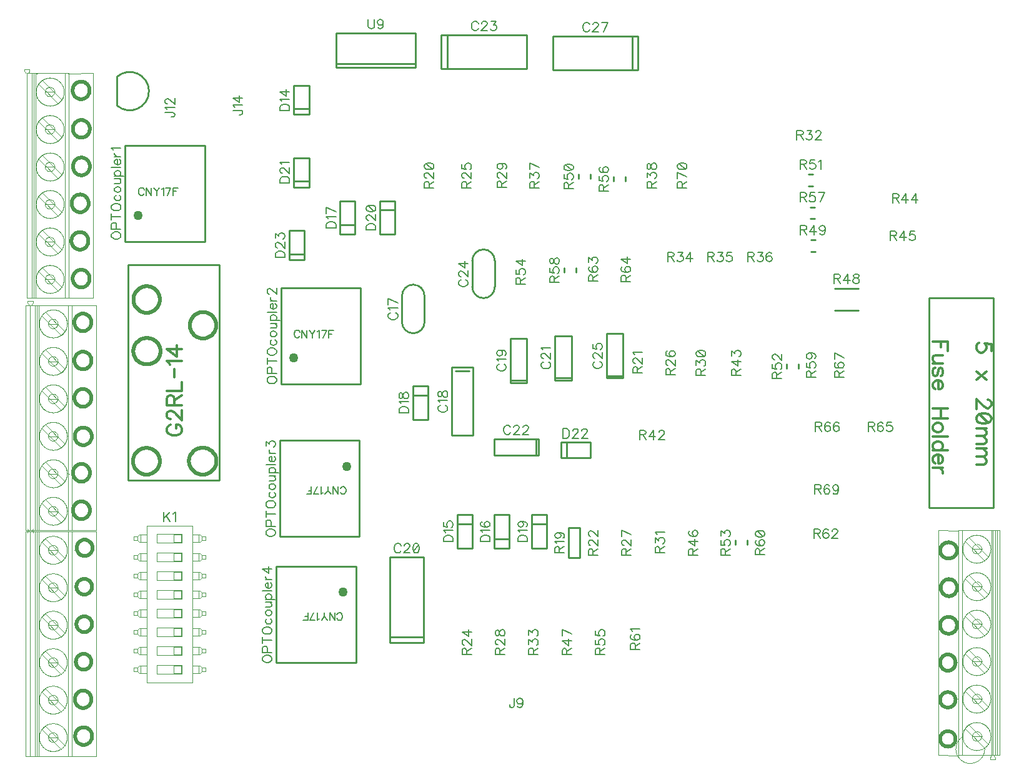
<source format=gbr>
G04 DipTrace 2.4.0.2*
%INTopSilk.gbr*%
%MOMM*%
%ADD10C,0.254*%
%ADD14C,0.483*%
%ADD15C,0.0*%
%ADD16C,0.5*%
%ADD32C,1.271*%
%ADD116C,0.196*%
%ADD118C,0.314*%
%ADD119C,0.157*%
%FSLAX53Y53*%
G04*
G71*
G90*
G75*
G01*
%LNTopSilk*%
%LPD*%
X66824Y73266D2*
D10*
Y76819D1*
X63776Y73266D2*
Y76819D1*
X66824D2*
G03X63776Y76819I-1524J2D01*
G01*
Y73266D2*
G03X66824Y73266I1524J-2D01*
G01*
X73396Y67105D2*
X70539D1*
Y57898D1*
X73396D1*
Y67105D1*
X72920Y66629D2*
X71015D1*
X78476Y65041D2*
X80699D1*
Y71074D1*
X78476D1*
Y65041D1*
X78635Y65359D2*
X80540D1*
X62125Y29799D2*
X66729D1*
Y41387D1*
X62125D1*
Y29799D1*
Y30593D2*
X66729D1*
X84509Y65359D2*
X86731D1*
Y71391D1*
X84509D1*
Y65359D1*
X84667Y65676D2*
X86573D1*
X82286Y55199D2*
X76254D1*
Y57421D1*
X82286D1*
Y55199D1*
X81969Y55357D2*
Y57263D1*
X69110Y112190D2*
X80699D1*
Y107586D1*
X69110D1*
Y112190D1*
X69904D2*
Y107586D1*
X76349Y78029D2*
Y81581D1*
X73301Y78029D2*
Y81581D1*
X76349D2*
G03X73301Y81581I-1524J2D01*
G01*
Y78029D2*
G03X76349Y78029I1524J-2D01*
G01*
X91494Y65676D2*
X93716D1*
Y71709D1*
X91494D1*
Y65676D1*
X91652Y65994D2*
X93558D1*
X95780Y107427D2*
X84191D1*
Y112031D1*
X95780D1*
Y107427D1*
X94986D2*
Y112031D1*
X49107Y101395D2*
X51171D1*
Y105364D1*
X49107D1*
Y101395D1*
X49266Y102189D2*
X51013D1*
X71269Y47160D2*
X73301D1*
X71269D2*
Y42600D1*
X73301D1*
Y47160D2*
Y42600D1*
X71269Y47160D2*
Y45895D1*
X73301D1*
Y47160D1*
X71269D1*
Y45895D1*
Y47160D1*
X78333Y42600D2*
X76301D1*
X78333D2*
Y47160D1*
X76301D1*
Y42600D2*
Y47160D1*
X78333Y42600D2*
Y43865D1*
X76301D1*
Y42600D1*
X78333D1*
Y43865D1*
Y42600D1*
X57426Y85145D2*
X55394D1*
X57426D2*
Y89705D1*
X55394D1*
Y85145D2*
Y89705D1*
X57426Y85145D2*
Y86410D1*
X55394D1*
Y85145D1*
X57426D1*
Y86410D1*
Y85145D1*
X65236Y64623D2*
X67269D1*
X65236D2*
Y60062D1*
X67269D1*
Y64623D2*
Y60062D1*
X65236Y64623D2*
Y63357D1*
X67269D1*
Y64623D1*
X65236D1*
Y63357D1*
Y64623D1*
X81333Y47160D2*
X83365D1*
X81333D2*
Y42600D1*
X83365D1*
Y47160D2*
Y42600D1*
X81333Y47160D2*
Y45895D1*
X83365D1*
Y47160D1*
X81333D1*
Y45895D1*
Y47160D1*
X60791Y89705D2*
X62823D1*
X60791D2*
Y85145D1*
X62823D1*
Y89705D2*
Y85145D1*
X60791Y89705D2*
Y88440D1*
X62823D1*
Y89705D1*
X60791D1*
Y88440D1*
Y89705D1*
X49107Y91553D2*
X51171D1*
Y95521D1*
X49107D1*
Y91553D1*
X49266Y92346D2*
X51013D1*
X85302Y56945D2*
X89271D1*
Y54881D1*
X85302D1*
Y56945D1*
X86096Y56786D2*
Y55040D1*
X48472Y81710D2*
X50536D1*
Y85679D1*
X48472D1*
Y81710D1*
X48631Y82504D2*
X50378D1*
X29180Y24407D2*
D15*
X35380D1*
X36192Y25647D2*
X35380D1*
X36374D2*
X36192D1*
X35380Y26648D2*
X36192D1*
Y25647D1*
X29180D2*
X28368D1*
Y26648D2*
X29180D1*
X28368D2*
Y25647D1*
X36192Y26648D2*
X36374D1*
X28186D2*
X28368D1*
X28186Y25647D2*
X27935Y25898D1*
X28368Y25647D2*
X28186D1*
X27380Y26397D2*
X27935D1*
X28186Y26648D1*
X36625Y25898D2*
X36374Y25647D1*
Y26648D2*
X36625Y26397D1*
X37180D1*
Y25898D2*
X36625D1*
X27935D2*
X27380D1*
Y26397D2*
Y25898D1*
X27935Y26397D2*
Y25898D1*
X36625Y26397D2*
Y25898D1*
X37180Y26397D2*
Y25898D1*
X36192Y28188D2*
X35380D1*
X36374D2*
X36192D1*
X35380Y29187D2*
X36192D1*
Y28188D1*
X29180D2*
X28368D1*
Y29187D2*
X29180D1*
X28368D2*
Y28188D1*
X36192Y29187D2*
X36374D1*
X28186D2*
X28368D1*
X28186Y28188D2*
X27935Y28438D1*
X28368Y28188D2*
X28186D1*
X27380Y28938D2*
X27935D1*
X28186Y29187D1*
X36625Y28438D2*
X36374Y28188D1*
Y29187D2*
X36625Y28938D1*
X37180D1*
Y28438D2*
X36625D1*
X27935D2*
X27380D1*
Y28938D2*
Y28438D1*
X27935Y28938D2*
Y28438D1*
X36625Y28938D2*
Y28438D1*
X37180Y28938D2*
Y28438D1*
X36192Y30728D2*
X35380D1*
X36374D2*
X36192D1*
X35380Y31727D2*
X36192D1*
Y30728D1*
X29180D2*
X28368D1*
Y31727D2*
X29180D1*
X28368D2*
Y30728D1*
X36192Y31727D2*
X36374D1*
X28186D2*
X28368D1*
X28186Y30728D2*
X27935Y30977D1*
X28368Y30728D2*
X28186D1*
X27380Y31476D2*
X27935D1*
X28186Y31727D1*
X36625Y30977D2*
X36374Y30728D1*
Y31727D2*
X36625Y31476D1*
X37180D1*
Y30977D2*
X36625D1*
X27935D2*
X27380D1*
Y31476D2*
Y30977D1*
X27935Y31476D2*
Y30977D1*
X36625Y31476D2*
Y30977D1*
X37180Y31476D2*
Y30977D1*
X36192Y33267D2*
X35380D1*
X36374D2*
X36192D1*
X35380Y34268D2*
X36192D1*
Y33267D1*
X29180D2*
X28368D1*
Y34268D2*
X29180D1*
X28368D2*
Y33267D1*
X36192Y34268D2*
X36374D1*
X28186D2*
X28368D1*
X28186Y33267D2*
X27935Y33517D1*
X28368Y33267D2*
X28186D1*
X27380Y34017D2*
X27935D1*
X28186Y34268D1*
X36625Y33517D2*
X36374Y33267D1*
Y34268D2*
X36625Y34017D1*
X37180D1*
Y33517D2*
X36625D1*
X27935D2*
X27380D1*
Y34017D2*
Y33517D1*
X27935Y34017D2*
Y33517D1*
X36625Y34017D2*
Y33517D1*
X37180Y34017D2*
Y33517D1*
X36192Y35807D2*
X35380D1*
X36374D2*
X36192D1*
X35380Y36808D2*
X36192D1*
Y35807D1*
X29180D2*
X28368D1*
Y36808D2*
X29180D1*
X28368D2*
Y35807D1*
X36192Y36808D2*
X36374D1*
X28186D2*
X28368D1*
X28186Y35807D2*
X27935Y36058D1*
X28368Y35807D2*
X28186D1*
X27380Y36558D2*
X27935D1*
X28186Y36808D1*
X36625Y36058D2*
X36374Y35807D1*
Y36808D2*
X36625Y36558D1*
X37180D1*
Y36058D2*
X36625D1*
X27935D2*
X27380D1*
Y36558D2*
Y36058D1*
X27935Y36558D2*
Y36058D1*
X36625Y36558D2*
Y36058D1*
X37180Y36558D2*
Y36058D1*
X36192Y38348D2*
X35380D1*
X36374D2*
X36192D1*
X35380Y39347D2*
X36192D1*
Y38348D1*
X29180D2*
X28368D1*
Y39347D2*
X29180D1*
X28368D2*
Y38348D1*
X36192Y39347D2*
X36374D1*
X28186D2*
X28368D1*
X28186Y38348D2*
X27935Y38599D1*
X28368Y38348D2*
X28186D1*
X27380Y39098D2*
X27935D1*
X28186Y39347D1*
X36625Y38599D2*
X36374Y38348D1*
Y39347D2*
X36625Y39098D1*
X37180D1*
Y38599D2*
X36625D1*
X27935D2*
X27380D1*
Y39098D2*
Y38599D1*
X27935Y39098D2*
Y38599D1*
X36625Y39098D2*
Y38599D1*
X37180Y39098D2*
Y38599D1*
X36192Y40888D2*
X35380D1*
X36374D2*
X36192D1*
X35380Y41887D2*
X36192D1*
Y40888D1*
X29180D2*
X28368D1*
Y41887D2*
X29180D1*
X28368D2*
Y40888D1*
X36192Y41887D2*
X36374D1*
X28186D2*
X28368D1*
X28186Y40888D2*
X27935Y41137D1*
X28368Y40888D2*
X28186D1*
X27380Y41637D2*
X27935D1*
X28186Y41887D1*
X36625Y41137D2*
X36374Y40888D1*
Y41887D2*
X36625Y41637D1*
X37180D1*
Y41137D2*
X36625D1*
X27935D2*
X27380D1*
Y41637D2*
Y41137D1*
X27935Y41637D2*
Y41137D1*
X36625Y41637D2*
Y41137D1*
X37180Y41637D2*
Y41137D1*
X36192Y43427D2*
X35380D1*
X36374D2*
X36192D1*
X35380Y44428D2*
X36192D1*
Y43427D1*
X29180D2*
X28368D1*
Y44428D2*
X29180D1*
X28368D2*
Y43427D1*
X36192Y44428D2*
X36374D1*
X28186D2*
X28368D1*
X28186Y43427D2*
X27935Y43678D1*
X28368Y43427D2*
X28186D1*
X27380Y44177D2*
X27935D1*
X28186Y44428D1*
X36625Y43678D2*
X36374Y43427D1*
Y44428D2*
X36625Y44177D1*
X37180D1*
Y43678D2*
X36625D1*
X27935D2*
X27380D1*
Y44177D2*
Y43678D1*
X27935Y44177D2*
Y43678D1*
X36625Y44177D2*
Y43678D1*
X37180Y44177D2*
Y43678D1*
X32880Y25647D2*
X33879D1*
Y26648D2*
Y25647D1*
X32880D2*
Y26648D1*
X33879D1*
X32880Y28188D2*
X33879D1*
Y29187D2*
Y28188D1*
X32880D2*
Y29187D1*
X33879D1*
X32880Y30728D2*
X33879D1*
Y31727D2*
Y30728D1*
X32880D2*
Y31727D1*
X33879D1*
X32880Y33267D2*
X33879D1*
Y34268D2*
Y33267D1*
X32880D2*
Y34268D1*
X33879D1*
X32880Y35807D2*
X33879D1*
Y36808D2*
Y35807D1*
X32880D2*
Y36808D1*
X33879D1*
X32880Y38348D2*
X33879D1*
Y39347D2*
Y38348D1*
X32880D2*
Y39347D1*
X33879D1*
X32880Y40888D2*
X33879D1*
Y41887D2*
Y40888D1*
X32880D2*
Y41887D1*
X33879D1*
X32880Y43427D2*
X33879D1*
Y44428D2*
Y43427D1*
X32880D2*
Y44428D1*
X33879D1*
X30580Y25547D2*
Y26748D1*
X33980D1*
Y25547D1*
X30580D1*
Y28088D2*
Y29287D1*
X33980D1*
Y28088D1*
X30580D1*
Y30628D2*
Y31827D1*
X33980D1*
Y30628D1*
X30580D1*
Y33167D2*
Y34368D1*
X33980D1*
Y33167D1*
X30580D1*
Y35707D2*
Y36908D1*
X33980D1*
Y35707D1*
X30580D1*
Y38248D2*
Y39447D1*
X33980D1*
Y38248D1*
X30580D1*
Y40788D2*
Y41987D1*
X33980D1*
Y40788D1*
X30580D1*
Y43327D2*
Y44528D1*
X33980D1*
Y43327D1*
X30580D1*
X29180Y24407D2*
Y45667D1*
X35380D2*
Y24407D1*
X29180Y45667D2*
X35380D1*
X26264Y97213D2*
D10*
X37059D1*
Y84195D1*
X26264D1*
Y97213D1*
D32*
X28010Y87688D3*
X47361Y77900D2*
D10*
X58156D1*
Y64883D1*
X47361D1*
Y77900D1*
D32*
X49107Y68375D3*
X57996Y44187D2*
D10*
X47201D1*
Y57205D1*
X57996D1*
Y44187D1*
D32*
X56250Y53712D3*
X57521Y27100D2*
D10*
X46726D1*
Y40117D1*
X57521D1*
Y27100D1*
D32*
X55775Y36625D3*
X86365Y41320D2*
D10*
X87889D1*
X86365Y45392D2*
Y41320D1*
Y45392D2*
X87889D1*
Y41320D1*
X122439Y77813D2*
X125636D1*
X122439Y74812D2*
X125636D1*
X119762Y84414D2*
X119163D1*
X119762Y82816D2*
X119163D1*
X87678Y93309D2*
Y92711D1*
X89277Y93309D2*
Y92711D1*
X119444Y93304D2*
X118846D1*
X119444Y91706D2*
X118846D1*
X115936Y67592D2*
Y66993D1*
X117534Y67592D2*
Y66993D1*
X108948Y43655D2*
Y43057D1*
X110546Y43655D2*
Y43057D1*
X92441Y92992D2*
Y92393D1*
X94039Y92992D2*
Y92393D1*
X119106Y87261D2*
X119704D1*
X119106Y88859D2*
X119704D1*
X85773Y80609D2*
Y80011D1*
X87372Y80609D2*
Y80011D1*
X65570Y108251D2*
X54870D1*
X65570Y107752D2*
X54870D1*
X65570Y112453D2*
X54870D1*
X65570D2*
Y107752D1*
X54870Y112453D2*
Y107752D1*
X135180Y76500D2*
X143880D1*
Y48100D1*
X135180D1*
Y76500D1*
X136700Y16750D2*
D14*
G02X136700Y16750I1050J0D01*
G01*
X143621Y14397D2*
D15*
Y14527D1*
X143471Y14220D2*
X143621Y14397D1*
X143471Y13956D2*
Y14220D1*
X144185Y13956D2*
Y14220D1*
X139184Y14527D2*
X139667D1*
X139200Y14500D2*
X136458Y14527D1*
X144201Y14558D2*
X144758Y14527D1*
X144458D2*
X143836D1*
X143156D1*
X143663D2*
X144156D1*
X143663D2*
X139667D1*
X141188Y22147D2*
X142178D1*
X141548Y22777D2*
G03X141069Y22265I164J-633D01*
G01*
X140115Y23218D1*
X143471Y13956D2*
X144185D1*
X144035Y14397D2*
X144185Y14220D1*
X144035Y14527D2*
Y14397D1*
X142756Y15499D2*
G03X143251Y15993I-1057J1554D01*
G01*
X141827Y16428D2*
G03X142338Y16906I-118J639D01*
G01*
X142756Y15499D2*
X141827Y16428D1*
X141188Y17067D1*
X141058D1*
G03X141827Y16428I650J0D01*
G01*
X140115Y18138D2*
G03X139783Y17067I1576J-1076D01*
G01*
X140610Y18635D2*
G03X140115Y18138I1115J-1606D01*
G01*
X143583Y17067D2*
G03X140610Y18635I-1901J-2D01*
G01*
X142178Y17067D2*
X142338Y16906D1*
X141188Y22147D2*
X141069Y22265D1*
G03X141058Y22147I612J-114D01*
G01*
X141188D1*
X142338Y16906D2*
G03X142358Y17067I-667J162D01*
G01*
X142178D1*
X141188D1*
X142338Y16906D2*
X143251Y15993D1*
X141548Y17698D2*
X142178Y17067D1*
X141548Y17698D2*
G03X141069Y17185I164J-633D01*
G01*
X141188Y17067D2*
X141069Y17185D1*
G03X141058Y17067I613J-114D01*
G01*
X141069Y17185D2*
X140115Y18138D1*
X139783Y17067D2*
G03X142756Y15499I1012J-1685D01*
G01*
X142358Y17067D2*
G03X141548Y17698I-651J-1D01*
G01*
X143598Y17067D2*
G03X139768Y17067I-1915J-2D01*
G01*
X140115Y28298D2*
G03X139783Y27227I1556J-1069D01*
G01*
G03X142756Y25659I1901J2D01*
G01*
X141827Y26587D1*
X141058Y27227D2*
G03X141827Y26587I650J0D01*
G01*
X141069Y27345D2*
G03X141058Y27227I613J-114D01*
G01*
X141069Y27345D2*
X140115Y28298D1*
X140610Y23715D2*
X141548Y22777D1*
X140115Y23218D2*
G03X139783Y22147I1556J-1069D01*
G01*
G03X142756Y20579I1899J-3D01*
G01*
X141827Y21507D1*
X141058Y22147D2*
G03X141827Y21507I650J0D01*
G01*
X142338Y21986D2*
X143251Y21073D1*
X142338Y21986D2*
G03X142358Y22147I-667J162D01*
G01*
X143251Y21073D2*
G03X143583Y22147I-1576J1076D01*
G01*
G03X140610Y23715I-1901J-2D01*
G01*
X142358Y22147D2*
G03X141548Y22777I-651J-1D01*
G01*
X140610Y23715D2*
G03X140115Y23218I1114J-1605D01*
G01*
X143598Y22147D2*
G03X139768Y22147I-1915J-2D01*
G01*
X141548Y22777D2*
X142178Y22147D1*
X142756Y20579D2*
G03X143251Y21073I-1057J1555D01*
G01*
X141827Y21507D2*
G03X142338Y21986I-118J639D01*
G01*
X141827Y21507D2*
X141188Y22147D1*
X142178D2*
X142338Y21986D1*
X142178Y22147D2*
X142358D1*
X140610Y18635D2*
X141548Y17698D1*
X143251Y15993D2*
G03X143583Y17067I-1576J1076D01*
G01*
X142178Y27227D2*
X142338Y27065D1*
X136700Y22050D2*
D14*
G02X136700Y22050I1050J0D01*
G01*
X142338Y27065D2*
D15*
G03X142358Y27227I-667J162D01*
G01*
X142178D2*
X142358D1*
X142338Y27065D2*
X143251Y26152D1*
G03X143583Y27227I-1576J1076D01*
G01*
G03X140610Y28795I-1901J-2D01*
G01*
X141548Y27857D1*
X142358Y27227D2*
G03X141548Y27857I-651J-1D01*
G01*
X142756Y25659D2*
G03X143251Y26152I-1057J1555D01*
G01*
X141827Y26587D2*
G03X142338Y27065I-118J639D01*
G01*
X141188Y27227D2*
X142178D1*
X141827Y26587D2*
X141188Y27227D1*
X141058D2*
X141188D1*
X138783D2*
X138800D1*
X136700Y27100D2*
D14*
X136703Y27177D1*
X136710Y27253D1*
X136723Y27329D1*
X136741Y27403D1*
X136763Y27476D1*
X136791Y27547D1*
X136823Y27616D1*
X136860Y27683D1*
X136901Y27747D1*
X136946Y27807D1*
X136995Y27864D1*
X137047Y27917D1*
X137104Y27967D1*
X137163Y28012D1*
X137225Y28053D1*
X137290Y28089D1*
X137357Y28120D1*
X137426Y28146D1*
X137496Y28167D1*
X137568Y28183D1*
X137640Y28194D1*
X137713Y28199D1*
X137787D1*
X137860Y28194D1*
X137932Y28183D1*
X138004Y28167D1*
X138074Y28146D1*
X138143Y28120D1*
X138210Y28089D1*
X138275Y28053D1*
X138337Y28012D1*
X138396Y27967D1*
X138453Y27917D1*
X138505Y27864D1*
X138554Y27807D1*
X138599Y27747D1*
X138640Y27683D1*
X138677Y27616D1*
X138709Y27547D1*
X138737Y27476D1*
X138759Y27403D1*
X138777Y27329D1*
X138790Y27253D1*
X138797Y27177D1*
X138800Y27100D1*
X138797Y27023D1*
X138790Y26947D1*
X138777Y26871D1*
X138759Y26797D1*
X138737Y26724D1*
X138709Y26653D1*
X138677Y26584D1*
X138640Y26517D1*
X138599Y26453D1*
X138554Y26393D1*
X138505Y26336D1*
X138453Y26283D1*
X138396Y26233D1*
X138337Y26188D1*
X138275Y26147D1*
X138210Y26111D1*
X138143Y26080D1*
X138074Y26054D1*
X138004Y26033D1*
X137932Y26017D1*
X137860Y26006D1*
X137787Y26001D1*
X137713D1*
X137640Y26006D1*
X137568Y26017D1*
X137496Y26033D1*
X137426Y26054D1*
X137357Y26080D1*
X137290Y26111D1*
X137225Y26147D1*
X137163Y26188D1*
X137104Y26233D1*
X137047Y26283D1*
X136995Y26336D1*
X136946Y26393D1*
X136901Y26453D1*
X136860Y26517D1*
X136823Y26584D1*
X136791Y26653D1*
X136763Y26724D1*
X136741Y26797D1*
X136723Y26871D1*
X136710Y26947D1*
X136703Y27023D1*
X136700Y27100D1*
Y32150D2*
G02X136700Y32150I1150J0D01*
G01*
X142338Y32145D2*
D15*
X143251Y31232D1*
X142178Y32307D2*
X142358D1*
G03X141548Y32937I-651J-1D01*
G01*
X142178Y32307D1*
X141058D2*
X141188D1*
X141058D2*
G03X141827Y31667I650J0D01*
G01*
X141188Y32307D1*
X143598Y27227D2*
G03X139768Y27227I-1915J-2D01*
G01*
X141548Y32937D2*
G03X141069Y32425I164J-633D01*
G01*
X140610Y33875D2*
G03X140115Y33378I1026J-1517D01*
G01*
X141548Y27857D2*
X142178Y27227D1*
X141188D2*
X141069Y27345D1*
X141548Y27857D2*
G03X141069Y27345I164J-633D01*
G01*
X140610Y28795D2*
G03X140115Y28298I1115J-1606D01*
G01*
X142178Y37386D2*
X142338Y37225D1*
X143598Y32307D2*
G03X139768Y32307I-1915J1D01*
G01*
X142338Y32145D2*
G03X142358Y32307I-667J162D01*
G01*
X143251Y31232D2*
G03X143583Y32307I-1576J1076D01*
G01*
G03X140610Y33875I-1901J-2D01*
G01*
X141548Y32937D1*
X141827Y31667D2*
G03X142338Y32145I-118J639D01*
G01*
X141188Y32307D2*
X142178D1*
X141069Y32425D2*
G03X141058Y32307I612J-114D01*
G01*
X141069Y32425D2*
X140115Y33378D1*
G03X139783Y32307I1556J-1069D01*
G01*
G03X142756Y30739I1901J2D01*
G01*
X141827Y31667D1*
X142178Y32307D2*
X142338Y32145D1*
X142756Y30739D2*
G03X143251Y31232I-1057J1555D01*
G01*
X144458Y45006D2*
X143836D1*
Y14527D2*
Y45006D1*
X144458D2*
Y14527D1*
X144758D2*
Y45006D1*
X142338Y37225D2*
G03X142358Y37386I-667J162D01*
G01*
X142178D2*
X142358D1*
X140115Y38458D2*
G03X139783Y37386I1556J-1069D01*
G01*
X140610Y38954D2*
G03X140115Y38458I1026J-1517D01*
G01*
X143583Y37386D2*
G03X140610Y38954I-1901J-2D01*
G01*
X142338Y37225D2*
X143251Y36312D1*
X141188Y32307D2*
X141069Y32425D1*
X142756Y35818D2*
X141827Y36747D1*
X136458Y14527D2*
Y45006D1*
X141827Y36747D2*
G03X142338Y37225I-118J639D01*
G01*
X141188Y37386D2*
X142178D1*
X141827Y36747D2*
X141188Y37386D1*
X141058D2*
X141188D1*
X141058D2*
G03X141827Y36747I650J0D01*
G01*
X139184Y45006D2*
X139667D1*
X139184Y14527D2*
Y45006D1*
X139667D2*
Y14527D1*
X142756Y35818D2*
G03X143251Y36312I-1057J1555D01*
G01*
X138783Y42466D2*
X138800D1*
X136700Y42300D2*
D14*
X136703Y42377D1*
X136711Y42453D1*
X136725Y42529D1*
X136745Y42603D1*
X136769Y42676D1*
X136799Y42747D1*
X136835Y42816D1*
X136875Y42883D1*
X136920Y42947D1*
X136969Y43007D1*
X137023Y43064D1*
X137080Y43117D1*
X137142Y43167D1*
X137207Y43212D1*
X137275Y43253D1*
X137346Y43289D1*
X137419Y43320D1*
X137495Y43346D1*
X137572Y43367D1*
X137650Y43383D1*
X137730Y43394D1*
X137810Y43399D1*
X137890D1*
X137970Y43394D1*
X138050Y43383D1*
X138128Y43367D1*
X138205Y43346D1*
X138281Y43320D1*
X138354Y43289D1*
X138425Y43253D1*
X138493Y43212D1*
X138558Y43167D1*
X138620Y43117D1*
X138677Y43064D1*
X138731Y43007D1*
X138780Y42947D1*
X138825Y42883D1*
X138865Y42816D1*
X138901Y42747D1*
X138931Y42676D1*
X138955Y42603D1*
X138975Y42529D1*
X138989Y42453D1*
X138997Y42377D1*
X139000Y42300D1*
X138997Y42223D1*
X138989Y42147D1*
X138975Y42071D1*
X138955Y41997D1*
X138931Y41924D1*
X138901Y41853D1*
X138865Y41784D1*
X138825Y41717D1*
X138780Y41653D1*
X138731Y41593D1*
X138677Y41536D1*
X138620Y41483D1*
X138558Y41433D1*
X138493Y41388D1*
X138425Y41347D1*
X138354Y41311D1*
X138281Y41280D1*
X138205Y41254D1*
X138128Y41233D1*
X138050Y41217D1*
X137970Y41206D1*
X137890Y41201D1*
X137810D1*
X137730Y41206D1*
X137650Y41217D1*
X137572Y41233D1*
X137495Y41254D1*
X137419Y41280D1*
X137346Y41311D1*
X137275Y41347D1*
X137207Y41388D1*
X137142Y41433D1*
X137080Y41483D1*
X137023Y41536D1*
X136969Y41593D1*
X136920Y41653D1*
X136875Y41717D1*
X136835Y41784D1*
X136799Y41853D1*
X136769Y41924D1*
X136745Y41997D1*
X136725Y42071D1*
X136711Y42147D1*
X136703Y42223D1*
X136700Y42300D1*
X142178Y42466D2*
D15*
X142338Y42305D1*
G03X142358Y42466I-667J162D01*
G01*
X142178D1*
X136800Y37250D2*
D14*
X136803Y37330D1*
X136811Y37410D1*
X136824Y37489D1*
X136843Y37567D1*
X136866Y37643D1*
X136895Y37718D1*
X136929Y37790D1*
X136967Y37859D1*
X137010Y37926D1*
X137057Y37989D1*
X137109Y38049D1*
X137164Y38105D1*
X137223Y38156D1*
X137285Y38203D1*
X137350Y38246D1*
X137418Y38284D1*
X137488Y38316D1*
X137560Y38344D1*
X137634Y38366D1*
X137709Y38383D1*
X137785Y38394D1*
X137862Y38399D1*
X137938D1*
X138015Y38394D1*
X138091Y38383D1*
X138166Y38366D1*
X138240Y38344D1*
X138312Y38316D1*
X138382Y38284D1*
X138450Y38246D1*
X138515Y38203D1*
X138577Y38156D1*
X138636Y38105D1*
X138691Y38049D1*
X138743Y37989D1*
X138790Y37926D1*
X138833Y37859D1*
X138871Y37790D1*
X138905Y37718D1*
X138934Y37643D1*
X138957Y37567D1*
X138976Y37489D1*
X138989Y37410D1*
X138997Y37330D1*
X139000Y37250D1*
X138997Y37170D1*
X138989Y37090D1*
X138976Y37011D1*
X138957Y36933D1*
X138934Y36857D1*
X138905Y36782D1*
X138871Y36710D1*
X138833Y36641D1*
X138790Y36574D1*
X138743Y36511D1*
X138691Y36451D1*
X138636Y36395D1*
X138577Y36344D1*
X138515Y36297D1*
X138450Y36254D1*
X138382Y36216D1*
X138312Y36184D1*
X138240Y36156D1*
X138166Y36134D1*
X138091Y36117D1*
X138015Y36106D1*
X137938Y36101D1*
X137862D1*
X137785Y36106D1*
X137709Y36117D1*
X137634Y36134D1*
X137560Y36156D1*
X137488Y36184D1*
X137418Y36216D1*
X137350Y36254D1*
X137285Y36297D1*
X137223Y36344D1*
X137164Y36395D1*
X137109Y36451D1*
X137057Y36511D1*
X137010Y36574D1*
X136967Y36641D1*
X136929Y36710D1*
X136895Y36782D1*
X136866Y36857D1*
X136843Y36933D1*
X136824Y37011D1*
X136811Y37090D1*
X136803Y37170D1*
X136800Y37250D1*
X143598Y37386D2*
D15*
G03X139768Y37386I-1915J1D01*
G01*
X141548Y38017D2*
X142178Y37386D1*
X140610Y38954D2*
X141548Y38017D1*
X141188Y37386D2*
X141069Y37504D1*
X140115Y38458D1*
X141069Y37504D2*
G03X141058Y37386I613J-114D01*
G01*
X139783D2*
G03X142756Y35818I1901J2D01*
G01*
X141548Y38017D2*
G03X141069Y37504I164J-633D01*
G01*
X142358Y37386D2*
G03X141548Y38017I-651J-1D01*
G01*
X143251Y36312D2*
G03X143583Y37386I-1576J1076D01*
G01*
X144458Y45006D2*
X144758D1*
X139200Y45000D2*
X136458Y45006D1*
X143663D2*
X139667D1*
X143663D2*
X144156D1*
X143836D2*
X143156D1*
X140610Y44034D2*
X141548Y43096D1*
X142178Y42466D1*
X144156Y45006D2*
Y14527D1*
X141188Y42466D2*
X141069Y42584D1*
G03X141058Y42466I613J-114D01*
G01*
X141188D2*
X141058D1*
X143663Y45006D2*
Y14527D1*
X143598Y42466D2*
G03X139768Y42466I-1915J1D01*
G01*
G03X143598Y42466I1915J-1D01*
G01*
X139768Y27227D2*
G03X143598Y27227I1915J-1D01*
G01*
X139768Y22147D2*
G03X143598Y22147I1915J-1D01*
G01*
X139768Y17067D2*
G03X143598Y17067I1915J-1D01*
G01*
X139768Y32307D2*
G03X143598Y32307I1915J-1D01*
G01*
X139768Y37386D2*
G03X143598Y37386I1915J-1D01*
G01*
X142178Y42466D2*
X141188D1*
X141548Y43096D2*
G03X141069Y42584I164J-633D01*
G01*
X140610Y44034D2*
G03X140115Y43540I1057J-1554D01*
G01*
X141069Y42584D2*
X140115Y43540D1*
X141827Y41826D2*
G03X142338Y42305I-118J639D01*
G01*
X143251Y41392D1*
G03X143583Y42466I-1576J1076D01*
G01*
G03X140610Y44034I-1901J-2D01*
G01*
X142358Y42466D2*
G03X141548Y43096I-651J-1D01*
G01*
X142756Y40898D2*
G03X143251Y41392I-1057J1554D01*
G01*
X139783Y42466D2*
G03X142756Y40898I1901J2D01*
G01*
X140115Y43540D2*
G03X139783Y42466I1576J-1076D01*
G01*
X142756Y40898D2*
X141827Y41826D1*
X141058Y42466D2*
G03X141827Y41826I650J0D01*
G01*
X141188Y42466D1*
X138800Y22147D2*
X139114D1*
X13169Y107113D2*
Y106983D1*
X13319Y107290D2*
X13169Y107113D1*
X13319Y107554D2*
Y107290D1*
X12605Y107554D2*
Y107290D1*
X18606Y106983D2*
X18123D1*
X18520Y106960D2*
X21932Y106983D1*
X14389Y106952D2*
X13832Y106983D1*
X14132D2*
X14754D1*
X12954D2*
X13634D1*
X14127D2*
X13634D1*
X14127D2*
X18123D1*
X16602Y99363D2*
X15612D1*
X16242Y98733D2*
G03X16721Y99245I-164J633D01*
G01*
X17675Y98292D1*
X13319Y107554D2*
X12605D1*
X12755Y107113D2*
X12605Y107290D1*
X12755Y106983D2*
Y107113D1*
X15034Y106011D2*
G03X14539Y105517I1056J-1554D01*
G01*
X15963Y105082D2*
G03X15452Y104604I118J-639D01*
G01*
X15034Y106011D2*
X15963Y105082D1*
X16602Y104443D1*
X16732D1*
G03X15963Y105082I-650J0D01*
G01*
X17675Y103372D2*
G03X18007Y104443I-1576J1076D01*
G01*
X17180Y102875D2*
G03X17675Y103372I-1115J1606D01*
G01*
X14207Y104443D2*
G03X17180Y102875I1901J2D01*
G01*
X15612Y104443D2*
X15452Y104604D1*
X16602Y99363D2*
X16721Y99245D1*
G03X16732Y99363I-612J114D01*
G01*
X16602D1*
X15452Y104604D2*
G03X15432Y104443I667J-162D01*
G01*
X15612D1*
X16602D1*
X15452Y104604D2*
X14539Y105517D1*
X16242Y103812D2*
X15612Y104443D1*
X16242Y103812D2*
G03X16721Y104325I-164J633D01*
G01*
X16602Y104443D2*
X16721Y104325D1*
G03X16732Y104443I-613J114D01*
G01*
X16721Y104325D2*
X17675Y103372D1*
X18007Y104443D2*
G03X15034Y106011I-1899J3D01*
G01*
X15432Y104443D2*
G03X16242Y103812I651J1D01*
G01*
X14192Y104443D2*
G03X18022Y104443I1915J2D01*
G01*
X17675Y93212D2*
G03X18007Y94283I-1556J1069D01*
G01*
G03X15034Y95851I-1901J-2D01*
G01*
X15963Y94923D1*
X16732Y94283D2*
G03X15963Y94923I-650J0D01*
G01*
X16721Y94165D2*
G03X16732Y94283I-613J114D01*
G01*
X16721Y94165D2*
X17675Y93212D1*
X17180Y97795D2*
X16242Y98733D1*
X17675Y98292D2*
G03X18007Y99363I-1556J1069D01*
G01*
G03X15034Y100931I-1899J3D01*
G01*
X15963Y100003D1*
X16732Y99363D2*
G03X15963Y100003I-650J0D01*
G01*
X15452Y99524D2*
X14539Y100437D1*
X15452Y99524D2*
G03X15432Y99363I667J-162D01*
G01*
X14539Y100437D2*
G03X14207Y99363I1576J-1076D01*
G01*
G03X17180Y97795I1901J2D01*
G01*
X15432Y99363D2*
G03X16242Y98733I651J1D01*
G01*
X17180Y97795D2*
G03X17675Y98292I-1114J1605D01*
G01*
X14192Y99363D2*
G03X18022Y99363I1915J2D01*
G01*
X16242Y98733D2*
X15612Y99363D1*
X15034Y100931D2*
G03X14539Y100437I1057J-1554D01*
G01*
X15963Y100003D2*
G03X15452Y99524I118J-639D01*
G01*
X15963Y100003D2*
X16602Y99363D1*
X15612D2*
X15452Y99524D1*
X15612Y99363D2*
X15432D1*
X17180Y102875D2*
X16242Y103812D1*
X14539Y105517D2*
G03X14207Y104443I1576J-1076D01*
G01*
X15612Y94283D2*
X15452Y94445D1*
G03X15432Y94283I667J-162D01*
G01*
X15612D2*
X15432D1*
X15452Y94445D2*
X14539Y95358D1*
G03X14207Y94283I1576J-1076D01*
G01*
G03X17180Y92715I1901J2D01*
G01*
X16242Y93653D1*
X15432Y94283D2*
G03X16242Y93653I651J1D01*
G01*
X15034Y95851D2*
G03X14539Y95358I1057J-1554D01*
G01*
X15963Y94923D2*
G03X15452Y94445I118J-639D01*
G01*
X16602Y94283D2*
X15612D1*
X15963Y94923D2*
X16602Y94283D1*
X16732D2*
X16602D1*
X15452Y89365D2*
X14539Y90278D1*
X15612Y89203D2*
X15432D1*
G03X16242Y88573I651J1D01*
G01*
X15612Y89203D1*
X16732D2*
X16602D1*
X16732D2*
G03X15963Y89843I-650J0D01*
G01*
X16602Y89203D1*
X14192Y94283D2*
G03X18022Y94283I1915J2D01*
G01*
X16242Y88573D2*
G03X16721Y89085I-164J633D01*
G01*
X17180Y87635D2*
G03X17675Y88132I-1026J1517D01*
G01*
X16242Y93653D2*
X15612Y94283D1*
X16602D2*
X16721Y94165D1*
X16242Y93653D2*
G03X16721Y94165I-164J633D01*
G01*
X17180Y92715D2*
G03X17675Y93212I-1115J1606D01*
G01*
X15612Y84124D2*
X15452Y84285D1*
X14192Y89203D2*
G03X18022Y89203I1915J-1D01*
G01*
X15452Y89365D2*
G03X15432Y89203I667J-162D01*
G01*
X14539Y90278D2*
G03X14207Y89203I1575J-1075D01*
G01*
G03X17180Y87635I1901J2D01*
G01*
X16242Y88573D1*
X15963Y89843D2*
G03X15452Y89365I118J-639D01*
G01*
X16602Y89203D2*
X15612D1*
X16721Y89085D2*
G03X16732Y89203I-612J114D01*
G01*
X16721Y89085D2*
X17675Y88132D1*
G03X18007Y89203I-1556J1069D01*
G01*
G03X15034Y90771I-1901J-2D01*
G01*
X15963Y89843D1*
X15612Y89203D2*
X15452Y89365D1*
X15034Y90771D2*
G03X14539Y90278I1057J-1554D01*
G01*
X14132Y76504D2*
X14754D1*
X12954Y106983D2*
Y76504D1*
X14132D2*
Y106983D1*
X13832D2*
Y76504D1*
X15452Y84285D2*
G03X15432Y84124I667J-162D01*
G01*
X15612D2*
X15432D1*
X17675Y83052D2*
G03X18007Y84124I-1556J1069D01*
G01*
X17180Y82556D2*
G03X17675Y83052I-1026J1517D01*
G01*
X14207Y84124D2*
G03X17180Y82556I1901J2D01*
G01*
X15452Y84285D2*
X14539Y85198D1*
X16602Y89203D2*
X16721Y89085D1*
X15034Y85692D2*
X15963Y84763D1*
X21932Y106983D2*
Y76504D1*
X15963Y84763D2*
G03X15452Y84285I118J-639D01*
G01*
X16602Y84124D2*
X15612D1*
X15963Y84763D2*
X16602Y84124D1*
X16732D2*
X16602D1*
X16732D2*
G03X15963Y84763I-650J0D01*
G01*
X18606Y76504D2*
X18123D1*
X18606Y106983D2*
Y76504D1*
X18123D2*
Y106983D1*
X15034Y85692D2*
G03X14539Y85198I1057J-1554D01*
G01*
X15612Y79044D2*
X15452Y79205D1*
G03X15432Y79044I667J-162D01*
G01*
X15612D1*
X14192Y84124D2*
G03X18022Y84124I1915J-1D01*
G01*
X16242Y83493D2*
X15612Y84124D1*
X17180Y82556D2*
X16242Y83493D1*
X16602Y84124D2*
X16721Y84006D1*
X17675Y83052D1*
X16721Y84006D2*
G03X16732Y84124I-613J114D01*
G01*
X18007D2*
G03X15034Y85692I-1901J-2D01*
G01*
X16242Y83493D2*
G03X16721Y84006I-164J633D01*
G01*
X15432Y84124D2*
G03X16242Y83493I651J1D01*
G01*
X14539Y85198D2*
G03X14207Y84124I1576J-1076D01*
G01*
X14132Y76504D2*
X13832D1*
X18590Y76510D2*
X21932Y76504D1*
X14127D2*
X18123D1*
X14127D2*
X13634D1*
X12954D2*
X13634D1*
X17180Y77476D2*
X16242Y78414D1*
X15612Y79044D1*
X13634Y76504D2*
Y106983D1*
X16602Y79044D2*
X16721Y78926D1*
G03X16732Y79044I-613J114D01*
G01*
X16602D2*
X16732D1*
X14127Y76504D2*
Y106983D1*
X14192Y79044D2*
G03X18022Y79044I1915J-1D01*
G01*
G03X14192Y79044I-1915J1D01*
G01*
X18022Y94283D2*
G03X14192Y94283I-1915J1D01*
G01*
X18022Y99363D2*
G03X14192Y99363I-1915J1D01*
G01*
X18022Y104443D2*
G03X14192Y104443I-1915J1D01*
G01*
X18022Y89203D2*
G03X14192Y89203I-1915J1D01*
G01*
X18022Y84124D2*
G03X14192Y84124I-1915J1D01*
G01*
X15612Y79044D2*
X16602D1*
X16242Y78414D2*
G03X16721Y78926I-164J633D01*
G01*
X17180Y77476D2*
G03X17675Y77970I-1057J1554D01*
G01*
X16721Y78926D2*
X17675Y77970D1*
X15963Y79684D2*
G03X15452Y79205I118J-639D01*
G01*
X14539Y80118D1*
G03X14207Y79044I1576J-1076D01*
G01*
G03X17180Y77476I1901J2D01*
G01*
X15432Y79044D2*
G03X16242Y78414I651J1D01*
G01*
X15034Y80612D2*
G03X14539Y80118I1056J-1554D01*
G01*
X18007Y79044D2*
G03X15034Y80612I-1901J-2D01*
G01*
X17675Y77970D2*
G03X18007Y79044I-1576J1076D01*
G01*
X15034Y80612D2*
X15963Y79684D1*
X16732Y79044D2*
G03X15963Y79684I-650J0D01*
G01*
X16602Y79044D1*
X19430Y57768D2*
D14*
X19433Y57852D1*
X19441Y57935D1*
X19455Y58017D1*
X19475Y58098D1*
X19499Y58178D1*
X19529Y58255D1*
X19565Y58331D1*
X19605Y58403D1*
X19650Y58472D1*
X19699Y58538D1*
X19753Y58600D1*
X19810Y58659D1*
X19872Y58712D1*
X19937Y58761D1*
X20005Y58806D1*
X20076Y58845D1*
X20149Y58879D1*
X20225Y58908D1*
X20302Y58931D1*
X20380Y58948D1*
X20460Y58960D1*
X20540Y58966D1*
X20620D1*
X20700Y58960D1*
X20780Y58948D1*
X20858Y58931D1*
X20935Y58908D1*
X21011Y58879D1*
X21084Y58845D1*
X21155Y58806D1*
X21223Y58761D1*
X21288Y58712D1*
X21350Y58659D1*
X21407Y58600D1*
X21461Y58538D1*
X21510Y58472D1*
X21555Y58403D1*
X21595Y58331D1*
X21631Y58255D1*
X21661Y58178D1*
X21685Y58098D1*
X21705Y58017D1*
X21719Y57935D1*
X21727Y57852D1*
X21730Y57768D1*
X21727Y57685D1*
X21719Y57601D1*
X21705Y57519D1*
X21685Y57438D1*
X21661Y57358D1*
X21631Y57281D1*
X21595Y57206D1*
X21555Y57133D1*
X21510Y57064D1*
X21461Y56998D1*
X21407Y56936D1*
X21350Y56878D1*
X21288Y56824D1*
X21223Y56775D1*
X21155Y56731D1*
X21084Y56691D1*
X21011Y56657D1*
X20935Y56629D1*
X20858Y56606D1*
X20780Y56588D1*
X20700Y56577D1*
X20620Y56571D1*
X20540D1*
X20460Y56577D1*
X20380Y56588D1*
X20302Y56606D1*
X20225Y56629D1*
X20149Y56657D1*
X20076Y56691D1*
X20005Y56731D1*
X19937Y56775D1*
X19872Y56824D1*
X19810Y56878D1*
X19753Y56936D1*
X19699Y56998D1*
X19650Y57064D1*
X19605Y57133D1*
X19565Y57206D1*
X19529Y57281D1*
X19499Y57358D1*
X19475Y57438D1*
X19455Y57519D1*
X19441Y57601D1*
X19433Y57685D1*
X19430Y57768D1*
X13597Y75681D2*
D15*
Y75550D1*
X13747Y75858D2*
X13597Y75681D1*
X13747Y76121D2*
Y75858D1*
X13032Y76121D2*
Y75858D1*
X19033Y75550D2*
X18551D1*
X18970Y75540D2*
X22359Y75550D1*
X14817Y75519D2*
X14259Y75550D1*
X12759D2*
X13381D1*
X14062D1*
X14554D2*
X14062D1*
X14554D2*
X18551D1*
X17030Y67930D2*
X16040D1*
X16670Y67300D2*
G03X17149Y67813I-164J633D01*
G01*
X18103Y66859D1*
X13747Y76121D2*
X13032D1*
X13183Y75681D2*
X13032Y75858D1*
X13183Y75550D2*
Y75681D1*
X15461Y74578D2*
G03X14966Y74085I1057J-1554D01*
G01*
X16390Y73650D2*
G03X15879Y73172I118J-639D01*
G01*
X15461Y74578D2*
X16390Y73650D1*
X17030Y73010D1*
X17159D1*
G03X16390Y73650I-650J0D01*
G01*
X18103Y71939D2*
G03X18435Y73010I-1576J1076D01*
G01*
X17608Y71442D2*
G03X18103Y71939I-1115J1606D01*
G01*
X14634Y73010D2*
G03X17608Y71442I1901J2D01*
G01*
X16040Y73010D2*
X15879Y73172D1*
X17030Y67930D2*
X17149Y67813D1*
G03X17159Y67930I-612J114D01*
G01*
X17030D1*
X15879Y73172D2*
G03X15860Y73010I667J-162D01*
G01*
X16040D1*
X17030D1*
X15879Y73172D2*
X14966Y74085D1*
X16670Y72380D2*
X16040Y73010D1*
X16670Y72380D2*
G03X17149Y72892I-164J633D01*
G01*
X17030Y73010D2*
X17149Y72892D1*
G03X17159Y73010I-613J114D01*
G01*
X17149Y72892D2*
X18103Y71939D1*
X18435Y73010D2*
G03X15461Y74578I-1899J3D01*
G01*
X15860Y73010D2*
G03X16670Y72380I651J1D01*
G01*
X14620Y73010D2*
G03X18449Y73010I1915J2D01*
G01*
X18103Y61780D2*
G03X18435Y62851I-1556J1069D01*
G01*
G03X15461Y64419I-1901J-2D01*
G01*
X16390Y63490D1*
X17159Y62851D2*
G03X16390Y63490I-650J0D01*
G01*
X17149Y62733D2*
G03X17159Y62851I-613J114D01*
G01*
X17149Y62733D2*
X18103Y61780D1*
X17608Y66362D2*
X16670Y67300D1*
X18103Y66859D2*
G03X18435Y67930I-1556J1069D01*
G01*
G03X15461Y69499I-1899J3D01*
G01*
X16390Y68570D1*
X17159Y67930D2*
G03X16390Y68570I-650J0D01*
G01*
X15879Y68092D2*
X14966Y69005D1*
X15879Y68092D2*
G03X15860Y67930I667J-162D01*
G01*
X14966Y69005D2*
G03X14634Y67930I1576J-1076D01*
G01*
G03X17608Y66362I1901J2D01*
G01*
X15860Y67930D2*
G03X16670Y67300I651J1D01*
G01*
X17608Y66362D2*
G03X18103Y66859I-1114J1605D01*
G01*
X14620Y67930D2*
G03X18449Y67930I1915J2D01*
G01*
X16670Y67300D2*
X16040Y67930D1*
X15461Y69499D2*
G03X14966Y69005I1057J-1555D01*
G01*
X16390Y68570D2*
G03X15879Y68092I118J-639D01*
G01*
X16390Y68570D2*
X17030Y67930D1*
X16040D2*
X15879Y68092D1*
X16040Y67930D2*
X15860D1*
X17608Y71442D2*
X16670Y72380D1*
X14966Y74085D2*
G03X14634Y73010I1576J-1076D01*
G01*
X16040Y62851D2*
X15879Y63012D1*
G03X15860Y62851I667J-162D01*
G01*
X16040D2*
X15860D1*
X15879Y63012D2*
X14966Y63925D1*
G03X14634Y62851I1576J-1076D01*
G01*
G03X17608Y61283I1901J2D01*
G01*
X16670Y62220D1*
X15860Y62851D2*
G03X16670Y62220I651J1D01*
G01*
X15461Y64419D2*
G03X14966Y63925I1057J-1555D01*
G01*
X16390Y63490D2*
G03X15879Y63012I118J-639D01*
G01*
X17030Y62851D2*
X16040D1*
X16390Y63490D2*
X17030Y62851D1*
X17159D2*
X17030D1*
X19417Y57771D2*
X19434D1*
X15879Y57932D2*
X14966Y58845D1*
X16040Y57771D2*
X15860D1*
G03X16670Y57141I651J1D01*
G01*
X16040Y57771D1*
X17159D2*
X17030D1*
X17159D2*
G03X16390Y58411I-650J0D01*
G01*
X17030Y57771D1*
X14620Y62851D2*
G03X18449Y62851I1915J2D01*
G01*
X16670Y57141D2*
G03X17149Y57653I-164J633D01*
G01*
X17608Y56203D2*
G03X18103Y56700I-1026J1517D01*
G01*
X16670Y62220D2*
X16040Y62851D1*
X17030D2*
X17149Y62733D1*
X16670Y62220D2*
G03X17149Y62733I-164J633D01*
G01*
X17608Y61283D2*
G03X18103Y61780I-1115J1606D01*
G01*
X16040Y52691D2*
X15879Y52853D1*
X14620Y57771D2*
G03X18449Y57771I1915J-1D01*
G01*
X15879Y57932D2*
G03X15860Y57771I667J-162D01*
G01*
X14966Y58845D2*
G03X14634Y57771I1576J-1076D01*
G01*
G03X17608Y56203I1901J2D01*
G01*
X16670Y57141D1*
X16390Y58411D2*
G03X15879Y57932I118J-639D01*
G01*
X17030Y57771D2*
X16040D1*
X17149Y57653D2*
G03X17159Y57771I-612J114D01*
G01*
X17149Y57653D2*
X18103Y56700D1*
G03X18435Y57771I-1556J1069D01*
G01*
G03X15461Y59339I-1901J-2D01*
G01*
X16390Y58411D1*
X16040Y57771D2*
X15879Y57932D1*
X15461Y59339D2*
G03X14966Y58845I1057J-1555D01*
G01*
X12759Y45071D2*
X13381D1*
Y75550D2*
Y45071D1*
X12759D2*
Y75550D1*
X14259D2*
Y45071D1*
X15879Y52853D2*
G03X15860Y52691I667J-162D01*
G01*
X16040D2*
X15860D1*
X18103Y51620D2*
G03X18435Y52691I-1556J1069D01*
G01*
X17608Y51123D2*
G03X18103Y51620I-1026J1517D01*
G01*
X14634Y52691D2*
G03X17608Y51123I1901J2D01*
G01*
X15879Y52853D2*
X14966Y53766D1*
X17030Y57771D2*
X17149Y57653D1*
X15461Y54259D2*
X16390Y53331D1*
X22359Y75550D2*
Y45071D1*
X16390Y53331D2*
G03X15879Y52853I118J-639D01*
G01*
X17030Y52691D2*
X16040D1*
X16390Y53331D2*
X17030Y52691D1*
X18659D2*
X18530D1*
X17159D2*
G03X16390Y53331I-650J0D01*
G01*
X19033Y45071D2*
X18551D1*
X19033Y75550D2*
Y45071D1*
X18551D2*
Y75550D1*
X15461Y54259D2*
G03X14966Y53766I1057J-1555D01*
G01*
X16040Y47611D2*
X15879Y47773D1*
G03X15860Y47611I667J-162D01*
G01*
X16040D1*
X14620Y52691D2*
G03X18449Y52691I1915J-1D01*
G01*
X16670Y52061D2*
X16040Y52691D1*
X17608Y51123D2*
X16670Y52061D1*
X17030Y52691D2*
X17149Y52573D1*
X18103Y51620D1*
X17149Y52573D2*
G03X17159Y52691I-613J114D01*
G01*
X18435D2*
G03X15461Y54259I-1901J-2D01*
G01*
X16670Y52061D2*
G03X17149Y52573I-164J633D01*
G01*
X15860Y52691D2*
G03X16670Y52061I651J1D01*
G01*
X14966Y53766D2*
G03X14634Y52691I1576J-1076D01*
G01*
X14559Y45071D2*
X14259D1*
X18960Y45040D2*
X22359Y45071D1*
X14554D2*
X18551D1*
X14554D2*
X14062D1*
X13381D2*
X14062D1*
X17608Y46043D2*
X16670Y46981D1*
X16040Y47611D1*
X14062Y45071D2*
Y75550D1*
X17030Y47611D2*
X17149Y47493D1*
G03X17159Y47611I-613J114D01*
G01*
X17030D2*
X17159D1*
X14554Y45071D2*
Y75550D1*
X14620Y47611D2*
G03X18449Y47611I1915J-1D01*
G01*
G03X14620Y47611I-1915J1D01*
G01*
X18449Y62851D2*
G03X14620Y62851I-1915J1D01*
G01*
X18449Y67930D2*
G03X14620Y67930I-1915J1D01*
G01*
X18449Y73010D2*
G03X14620Y73010I-1915J1D01*
G01*
X18449Y57771D2*
G03X14620Y57771I-1915J1D01*
G01*
X18449Y52691D2*
G03X14620Y52691I-1915J1D01*
G01*
X16040Y47611D2*
X17030D1*
X16670Y46981D2*
G03X17149Y47493I-164J633D01*
G01*
X17608Y46043D2*
G03X18103Y46537I-1057J1554D01*
G01*
X17149Y47493D2*
X18103Y46537D1*
X16390Y48251D2*
G03X15879Y47773I118J-639D01*
G01*
X14966Y48686D1*
G03X14634Y47611I1576J-1076D01*
G01*
G03X17608Y46043I1901J2D01*
G01*
X15860Y47611D2*
G03X16670Y46981I651J1D01*
G01*
X15461Y49179D2*
G03X14966Y48686I1057J-1554D01*
G01*
X18435Y47611D2*
G03X15461Y49179I-1901J-2D01*
G01*
X18103Y46537D2*
G03X18435Y47611I-1576J1076D01*
G01*
X15461Y49179D2*
X16390Y48251D1*
X17159Y47611D2*
G03X16390Y48251I-650J0D01*
G01*
X17030Y47611D1*
X19434Y42325D2*
X19417D1*
X19700Y42650D2*
D14*
X19703Y42727D1*
X19710Y42803D1*
X19723Y42879D1*
X19741Y42953D1*
X19764Y43026D1*
X19792Y43097D1*
X19825Y43166D1*
X19862Y43233D1*
X19903Y43297D1*
X19949Y43357D1*
X19999Y43414D1*
X20052Y43467D1*
X20109Y43517D1*
X20169Y43562D1*
X20232Y43603D1*
X20298Y43639D1*
X20366Y43670D1*
X20436Y43696D1*
X20507Y43717D1*
X20580Y43733D1*
X20654Y43744D1*
X20728Y43749D1*
X20802D1*
X20876Y43744D1*
X20950Y43733D1*
X21023Y43717D1*
X21094Y43696D1*
X21164Y43670D1*
X21232Y43639D1*
X21297Y43603D1*
X21361Y43562D1*
X21421Y43517D1*
X21478Y43467D1*
X21531Y43414D1*
X21581Y43357D1*
X21627Y43297D1*
X21668Y43233D1*
X21705Y43166D1*
X21738Y43097D1*
X21766Y43026D1*
X21789Y42953D1*
X21807Y42879D1*
X21820Y42803D1*
X21827Y42727D1*
X21830Y42650D1*
X21827Y42573D1*
X21820Y42497D1*
X21807Y42421D1*
X21789Y42347D1*
X21766Y42274D1*
X21738Y42203D1*
X21705Y42134D1*
X21668Y42067D1*
X21627Y42003D1*
X21581Y41943D1*
X21531Y41886D1*
X21478Y41833D1*
X21421Y41783D1*
X21361Y41738D1*
X21297Y41697D1*
X21232Y41661D1*
X21164Y41630D1*
X21094Y41604D1*
X21023Y41583D1*
X20950Y41567D1*
X20876Y41556D1*
X20802Y41551D1*
X20728D1*
X20654Y41556D1*
X20580Y41567D1*
X20507Y41583D1*
X20436Y41604D1*
X20366Y41630D1*
X20298Y41661D1*
X20232Y41697D1*
X20169Y41738D1*
X20109Y41783D1*
X20052Y41833D1*
X19999Y41886D1*
X19949Y41943D1*
X19903Y42003D1*
X19862Y42067D1*
X19825Y42134D1*
X19792Y42203D1*
X19764Y42274D1*
X19741Y42347D1*
X19723Y42421D1*
X19710Y42497D1*
X19703Y42573D1*
X19700Y42650D1*
X19434Y16926D2*
D15*
G03X19229Y17330I-499J0D01*
G01*
X19434Y22006D2*
G03X19229Y22410I-500J0D01*
G01*
X13597Y44996D2*
Y44865D1*
X13747Y45173D2*
X13597Y44996D1*
X13747Y45006D2*
Y44743D1*
X13032Y45006D2*
Y44743D1*
X19033Y44865D2*
X18551D1*
X18920Y44880D2*
X22359Y44865D1*
X14817Y44834D2*
X14259Y44865D1*
X12759D2*
X13381D1*
X14062D1*
X14554D2*
X14062D1*
X14554D2*
X18551D1*
X17030Y37245D2*
X16040D1*
X16670Y36615D2*
G03X17149Y37128I-164J633D01*
G01*
X18103Y36174D1*
X13747Y45006D2*
X13032D1*
X13183Y44996D2*
X13032Y45173D1*
X13183Y44865D2*
Y44996D1*
X15461Y43893D2*
G03X14966Y43400I1057J-1554D01*
G01*
X16390Y42965D2*
G03X15879Y42487I118J-639D01*
G01*
X15461Y43893D2*
X16390Y42965D1*
X17030Y42325D1*
X17159D1*
G03X16390Y42965I-650J0D01*
G01*
X18103Y41254D2*
G03X18435Y42325I-1576J1076D01*
G01*
X17608Y40757D2*
G03X18103Y41254I-1115J1606D01*
G01*
X14634Y42325D2*
G03X17608Y40757I1901J2D01*
G01*
X16040Y42325D2*
X15879Y42487D1*
X17030Y37245D2*
X17149Y37128D1*
G03X17159Y37245I-612J114D01*
G01*
X17030D1*
X15879Y42487D2*
G03X15860Y42325I667J-162D01*
G01*
X16040D1*
X17030D1*
X15879Y42487D2*
X14966Y43400D1*
X16670Y41695D2*
X16040Y42325D1*
X16670Y41695D2*
G03X17149Y42207I-164J633D01*
G01*
X17030Y42325D2*
X17149Y42207D1*
G03X17159Y42325I-613J114D01*
G01*
X17149Y42207D2*
X18103Y41254D1*
X18435Y42325D2*
G03X15461Y43893I-1899J3D01*
G01*
X15860Y42325D2*
G03X16670Y41695I651J1D01*
G01*
X14620Y42325D2*
G03X18449Y42325I1915J2D01*
G01*
X18103Y31095D2*
G03X18435Y32166I-1556J1069D01*
G01*
G03X15461Y33734I-1901J-2D01*
G01*
X16390Y32805D1*
X17159Y32166D2*
G03X16390Y32805I-650J0D01*
G01*
X17149Y32048D2*
G03X17159Y32166I-613J114D01*
G01*
X17149Y32048D2*
X18103Y31095D1*
X17608Y35678D2*
X16670Y36615D1*
X18103Y36174D2*
G03X18435Y37245I-1556J1069D01*
G01*
G03X15461Y38814I-1899J3D01*
G01*
X16390Y37885D1*
X17159Y37245D2*
G03X16390Y37885I-650J0D01*
G01*
X15879Y37407D2*
X14966Y38320D1*
X15879Y37407D2*
G03X15860Y37245I667J-162D01*
G01*
X14966Y38320D2*
G03X14634Y37245I1576J-1076D01*
G01*
G03X17608Y35678I1901J2D01*
G01*
X15860Y37245D2*
G03X16670Y36615I651J1D01*
G01*
X17608Y35678D2*
G03X18103Y36174I-1114J1605D01*
G01*
X14620Y37245D2*
G03X18449Y37245I1915J2D01*
G01*
X16670Y36615D2*
X16040Y37245D1*
X15461Y38814D2*
G03X14966Y38320I1057J-1555D01*
G01*
X16390Y37885D2*
G03X15879Y37407I118J-639D01*
G01*
X16390Y37885D2*
X17030Y37245D1*
X16040D2*
X15879Y37407D1*
X16040Y37245D2*
X15860D1*
X17608Y40757D2*
X16670Y41695D1*
X14966Y43400D2*
G03X14634Y42325I1576J-1076D01*
G01*
X16040Y32166D2*
X15879Y32327D1*
X19417Y37245D2*
X19434D1*
X19652Y37385D2*
D14*
X19654Y37459D1*
X19662Y37532D1*
X19675Y37604D1*
X19693Y37676D1*
X19716Y37746D1*
X19744Y37814D1*
X19776Y37880D1*
X19814Y37944D1*
X19855Y38005D1*
X19901Y38063D1*
X19951Y38118D1*
X20004Y38169D1*
X20061Y38216D1*
X20121Y38260D1*
X20184Y38299D1*
X20249Y38333D1*
X20317Y38363D1*
X20387Y38388D1*
X20459Y38409D1*
X20531Y38424D1*
X20605Y38434D1*
X20679Y38439D1*
X20753D1*
X20827Y38434D1*
X20901Y38424D1*
X20973Y38409D1*
X21045Y38388D1*
X21115Y38363D1*
X21182Y38333D1*
X21248Y38299D1*
X21311Y38260D1*
X21371Y38216D1*
X21428Y38169D1*
X21481Y38118D1*
X21531Y38063D1*
X21577Y38005D1*
X21618Y37944D1*
X21655Y37880D1*
X21688Y37814D1*
X21716Y37746D1*
X21739Y37676D1*
X21757Y37604D1*
X21770Y37532D1*
X21777Y37459D1*
X21780Y37385D1*
X21777Y37311D1*
X21770Y37238D1*
X21757Y37166D1*
X21739Y37094D1*
X21716Y37024D1*
X21688Y36956D1*
X21655Y36890D1*
X21618Y36826D1*
X21577Y36765D1*
X21531Y36707D1*
X21481Y36652D1*
X21428Y36601D1*
X21371Y36554D1*
X21311Y36510D1*
X21248Y36471D1*
X21182Y36437D1*
X21115Y36407D1*
X21045Y36382D1*
X20973Y36361D1*
X20901Y36346D1*
X20827Y36336D1*
X20753Y36331D1*
X20679D1*
X20605Y36336D1*
X20531Y36346D1*
X20459Y36361D1*
X20387Y36382D1*
X20317Y36407D1*
X20249Y36437D1*
X20184Y36471D1*
X20121Y36510D1*
X20061Y36554D1*
X20004Y36601D1*
X19951Y36652D1*
X19901Y36707D1*
X19855Y36765D1*
X19814Y36826D1*
X19776Y36890D1*
X19744Y36956D1*
X19716Y37024D1*
X19693Y37094D1*
X19675Y37166D1*
X19662Y37238D1*
X19654Y37311D1*
X19652Y37385D1*
X15879Y32327D2*
D15*
G03X15860Y32166I667J-162D01*
G01*
X16040D2*
X15860D1*
X15879Y32327D2*
X14966Y33240D1*
G03X14634Y32166I1576J-1076D01*
G01*
G03X17608Y30598I1901J2D01*
G01*
X16670Y31535D1*
X15860Y32166D2*
G03X16670Y31535I651J1D01*
G01*
X15461Y33734D2*
G03X14966Y33240I1057J-1555D01*
G01*
X16390Y32805D2*
G03X15879Y32327I118J-639D01*
G01*
X17030Y32166D2*
X16040D1*
X16390Y32805D2*
X17030Y32166D1*
X17159D2*
X17030D1*
X19434D2*
X19417D1*
X19652Y32300D2*
D14*
X19654Y32375D1*
X19662Y32449D1*
X19675Y32522D1*
X19693Y32595D1*
X19716Y32666D1*
X19744Y32735D1*
X19776Y32802D1*
X19814Y32867D1*
X19855Y32929D1*
X19901Y32988D1*
X19951Y33043D1*
X20004Y33095D1*
X20061Y33143D1*
X20121Y33187D1*
X20184Y33227D1*
X20249Y33262D1*
X20317Y33292D1*
X20387Y33318D1*
X20459Y33338D1*
X20531Y33354D1*
X20605Y33364D1*
X20679Y33369D1*
X20753D1*
X20827Y33364D1*
X20901Y33354D1*
X20973Y33338D1*
X21045Y33318D1*
X21115Y33292D1*
X21182Y33262D1*
X21248Y33227D1*
X21311Y33187D1*
X21371Y33143D1*
X21428Y33095D1*
X21481Y33043D1*
X21531Y32988D1*
X21577Y32929D1*
X21618Y32867D1*
X21655Y32802D1*
X21688Y32735D1*
X21716Y32666D1*
X21739Y32595D1*
X21757Y32522D1*
X21770Y32449D1*
X21777Y32375D1*
X21780Y32300D1*
X21777Y32225D1*
X21770Y32151D1*
X21757Y32078D1*
X21739Y32005D1*
X21716Y31934D1*
X21688Y31865D1*
X21655Y31798D1*
X21618Y31733D1*
X21577Y31671D1*
X21531Y31612D1*
X21481Y31557D1*
X21428Y31505D1*
X21371Y31457D1*
X21311Y31413D1*
X21248Y31373D1*
X21182Y31338D1*
X21115Y31308D1*
X21045Y31282D1*
X20973Y31262D1*
X20901Y31246D1*
X20827Y31236D1*
X20753Y31231D1*
X20679D1*
X20605Y31236D1*
X20531Y31246D1*
X20459Y31262D1*
X20387Y31282D1*
X20317Y31308D1*
X20249Y31338D1*
X20184Y31373D1*
X20121Y31413D1*
X20061Y31457D1*
X20004Y31505D1*
X19951Y31557D1*
X19901Y31612D1*
X19855Y31671D1*
X19814Y31733D1*
X19776Y31798D1*
X19744Y31865D1*
X19716Y31934D1*
X19693Y32005D1*
X19675Y32078D1*
X19662Y32151D1*
X19654Y32225D1*
X19652Y32300D1*
X19417Y27086D2*
D15*
X19434D1*
X19580Y27208D2*
D14*
X19583Y27283D1*
X19590Y27358D1*
X19603Y27432D1*
X19621Y27505D1*
X19643Y27577D1*
X19671Y27646D1*
X19703Y27714D1*
X19740Y27779D1*
X19781Y27842D1*
X19826Y27901D1*
X19875Y27957D1*
X19927Y28009D1*
X19984Y28057D1*
X20043Y28102D1*
X20105Y28141D1*
X20170Y28177D1*
X20237Y28207D1*
X20306Y28233D1*
X20376Y28254D1*
X20448Y28269D1*
X20520Y28280D1*
X20593Y28285D1*
X20667D1*
X20740Y28280D1*
X20812Y28269D1*
X20884Y28254D1*
X20954Y28233D1*
X21023Y28207D1*
X21090Y28177D1*
X21155Y28141D1*
X21217Y28102D1*
X21276Y28057D1*
X21333Y28009D1*
X21385Y27957D1*
X21434Y27901D1*
X21479Y27842D1*
X21520Y27779D1*
X21557Y27714D1*
X21589Y27646D1*
X21617Y27577D1*
X21639Y27505D1*
X21657Y27432D1*
X21670Y27358D1*
X21677Y27283D1*
X21680Y27208D1*
X21677Y27133D1*
X21670Y27058D1*
X21657Y26984D1*
X21639Y26911D1*
X21617Y26839D1*
X21589Y26769D1*
X21557Y26702D1*
X21520Y26637D1*
X21479Y26574D1*
X21434Y26515D1*
X21385Y26459D1*
X21333Y26407D1*
X21276Y26359D1*
X21217Y26314D1*
X21155Y26274D1*
X21090Y26239D1*
X21023Y26208D1*
X20954Y26183D1*
X20884Y26162D1*
X20812Y26146D1*
X20740Y26136D1*
X20667Y26131D1*
X20593D1*
X20520Y26136D1*
X20448Y26146D1*
X20376Y26162D1*
X20306Y26183D1*
X20237Y26208D1*
X20170Y26239D1*
X20105Y26274D1*
X20043Y26314D1*
X19984Y26359D1*
X19927Y26407D1*
X19875Y26459D1*
X19826Y26515D1*
X19781Y26574D1*
X19740Y26637D1*
X19703Y26702D1*
X19671Y26769D1*
X19643Y26839D1*
X19621Y26911D1*
X19603Y26984D1*
X19590Y27058D1*
X19583Y27133D1*
X19580Y27208D1*
X15879Y27247D2*
D15*
X14966Y28160D1*
X16040Y27086D2*
X15860D1*
G03X16670Y26456I651J1D01*
G01*
X16040Y27086D1*
X17159D2*
X17030D1*
X17159D2*
G03X16390Y27726I-650J0D01*
G01*
X17030Y27086D1*
X14620Y32166D2*
G03X18449Y32166I1915J2D01*
G01*
X16670Y26456D2*
G03X17149Y26968I-164J633D01*
G01*
X17608Y25518D2*
G03X18103Y26015I-1026J1517D01*
G01*
X16670Y31535D2*
X16040Y32166D1*
X17030D2*
X17149Y32048D1*
X16670Y31535D2*
G03X17149Y32048I-164J633D01*
G01*
X17608Y30598D2*
G03X18103Y31095I-1115J1606D01*
G01*
X16040Y22006D2*
X15879Y22168D1*
X14620Y27086D2*
G03X18449Y27086I1915J-1D01*
G01*
X15879Y27247D2*
G03X15860Y27086I667J-162D01*
G01*
X14966Y28160D2*
G03X14634Y27086I1576J-1076D01*
G01*
G03X17608Y25518I1901J2D01*
G01*
X16670Y26456D1*
X16390Y27726D2*
G03X15879Y27247I118J-639D01*
G01*
X17030Y27086D2*
X16040D1*
X17149Y26968D2*
G03X17159Y27086I-612J114D01*
G01*
X17149Y26968D2*
X18103Y26015D1*
G03X18435Y27086I-1556J1069D01*
G01*
G03X15461Y28654I-1901J-2D01*
G01*
X16390Y27726D1*
X16040Y27086D2*
X15879Y27247D1*
X15461Y28654D2*
G03X14966Y28160I1057J-1555D01*
G01*
X12759Y14387D2*
X13381D1*
Y44865D2*
Y14387D1*
X12759D2*
Y44865D1*
X14259D2*
Y14387D1*
X15879Y22168D2*
G03X15860Y22006I667J-162D01*
G01*
X16040D2*
X15860D1*
X18103Y20935D2*
G03X18435Y22006I-1556J1069D01*
G01*
X17608Y20438D2*
G03X18103Y20935I-1026J1517D01*
G01*
X14634Y22006D2*
G03X17608Y20438I1901J2D01*
G01*
X15879Y22168D2*
X14966Y23081D1*
X17030Y27086D2*
X17149Y26968D1*
X15461Y23574D2*
X16390Y22646D1*
X22359Y44865D2*
Y14387D1*
X16390Y22646D2*
G03X15879Y22168I118J-639D01*
G01*
X17030Y22006D2*
X16040D1*
X16390Y22646D2*
X17030Y22006D1*
X17159D2*
X17030D1*
X17159D2*
G03X16390Y22646I-650J0D01*
G01*
X19033Y14387D2*
X18551D1*
X19033Y44865D2*
Y14387D1*
X18551D2*
Y44865D1*
X15461Y23574D2*
G03X14966Y23081I1057J-1555D01*
G01*
X19434Y16926D2*
X19417D1*
X19480Y17128D2*
D14*
X19483Y17212D1*
X19491Y17295D1*
X19505Y17377D1*
X19525Y17458D1*
X19549Y17538D1*
X19579Y17615D1*
X19615Y17691D1*
X19655Y17763D1*
X19700Y17832D1*
X19749Y17898D1*
X19803Y17960D1*
X19860Y18019D1*
X19922Y18072D1*
X19987Y18121D1*
X20055Y18166D1*
X20126Y18205D1*
X20199Y18239D1*
X20275Y18268D1*
X20352Y18291D1*
X20430Y18308D1*
X20510Y18320D1*
X20590Y18326D1*
X20670D1*
X20750Y18320D1*
X20830Y18308D1*
X20908Y18291D1*
X20985Y18268D1*
X21061Y18239D1*
X21134Y18205D1*
X21205Y18166D1*
X21273Y18121D1*
X21338Y18072D1*
X21400Y18019D1*
X21457Y17960D1*
X21511Y17898D1*
X21560Y17832D1*
X21605Y17763D1*
X21645Y17691D1*
X21681Y17615D1*
X21711Y17538D1*
X21735Y17458D1*
X21755Y17377D1*
X21769Y17295D1*
X21777Y17212D1*
X21780Y17128D1*
X21777Y17045D1*
X21769Y16961D1*
X21755Y16879D1*
X21735Y16798D1*
X21711Y16718D1*
X21681Y16641D1*
X21645Y16566D1*
X21605Y16493D1*
X21560Y16424D1*
X21511Y16358D1*
X21457Y16296D1*
X21400Y16238D1*
X21338Y16184D1*
X21273Y16135D1*
X21205Y16091D1*
X21134Y16051D1*
X21061Y16017D1*
X20985Y15989D1*
X20908Y15966D1*
X20830Y15948D1*
X20750Y15937D1*
X20670Y15931D1*
X20590D1*
X20510Y15937D1*
X20430Y15948D1*
X20352Y15966D1*
X20275Y15989D1*
X20199Y16017D1*
X20126Y16051D1*
X20055Y16091D1*
X19987Y16135D1*
X19922Y16184D1*
X19860Y16238D1*
X19803Y16296D1*
X19749Y16358D1*
X19700Y16424D1*
X19655Y16493D1*
X19615Y16566D1*
X19579Y16641D1*
X19549Y16718D1*
X19525Y16798D1*
X19505Y16879D1*
X19491Y16961D1*
X19483Y17045D1*
X19480Y17128D1*
X16040Y16926D2*
D15*
X15879Y17088D1*
G03X15860Y16926I667J-162D01*
G01*
X16040D1*
X19434Y22006D2*
X19417D1*
X19452Y22118D2*
D14*
X19455Y22201D1*
X19463Y22283D1*
X19476Y22365D1*
X19495Y22445D1*
X19519Y22524D1*
X19548Y22601D1*
X19582Y22676D1*
X19621Y22748D1*
X19665Y22816D1*
X19713Y22882D1*
X19765Y22943D1*
X19820Y23001D1*
X19880Y23054D1*
X19943Y23103D1*
X20009Y23147D1*
X20078Y23186D1*
X20149Y23220D1*
X20222Y23248D1*
X20296Y23271D1*
X20372Y23288D1*
X20449Y23300D1*
X20527Y23305D1*
X20605D1*
X20682Y23300D1*
X20759Y23288D1*
X20835Y23271D1*
X20910Y23248D1*
X20983Y23220D1*
X21054Y23186D1*
X21123Y23147D1*
X21189Y23103D1*
X21252Y23054D1*
X21311Y23001D1*
X21367Y22943D1*
X21419Y22882D1*
X21467Y22816D1*
X21511Y22748D1*
X21550Y22676D1*
X21584Y22601D1*
X21613Y22524D1*
X21637Y22445D1*
X21656Y22365D1*
X21669Y22283D1*
X21677Y22201D1*
X21680Y22118D1*
X21677Y22035D1*
X21669Y21953D1*
X21656Y21871D1*
X21637Y21791D1*
X21613Y21712D1*
X21584Y21635D1*
X21550Y21560D1*
X21511Y21488D1*
X21467Y21420D1*
X21419Y21354D1*
X21367Y21293D1*
X21311Y21235D1*
X21252Y21182D1*
X21189Y21133D1*
X21123Y21089D1*
X21054Y21050D1*
X20983Y21017D1*
X20910Y20988D1*
X20835Y20965D1*
X20759Y20948D1*
X20682Y20937D1*
X20605Y20931D1*
X20527D1*
X20449Y20937D1*
X20372Y20948D1*
X20296Y20965D1*
X20222Y20988D1*
X20149Y21017D1*
X20078Y21050D1*
X20009Y21089D1*
X19943Y21133D1*
X19880Y21182D1*
X19820Y21235D1*
X19765Y21293D1*
X19713Y21354D1*
X19665Y21420D1*
X19621Y21488D1*
X19582Y21560D1*
X19548Y21635D1*
X19519Y21712D1*
X19495Y21791D1*
X19476Y21871D1*
X19463Y21953D1*
X19455Y22035D1*
X19452Y22118D1*
X14620Y22006D2*
D15*
G03X18449Y22006I1915J-1D01*
G01*
X16670Y21376D2*
X16040Y22006D1*
X17608Y20438D2*
X16670Y21376D1*
X17030Y22006D2*
X17149Y21888D1*
X18103Y20935D1*
X17149Y21888D2*
G03X17159Y22006I-613J114D01*
G01*
X18435D2*
G03X15461Y23574I-1901J-2D01*
G01*
X16670Y21376D2*
G03X17149Y21888I-164J633D01*
G01*
X15860Y22006D2*
G03X16670Y21376I651J1D01*
G01*
X14966Y23081D2*
G03X14634Y22006I1576J-1076D01*
G01*
X14559Y14387D2*
X14259D1*
X19044Y14404D2*
X22350Y14400D1*
X14554Y14387D2*
X18551D1*
X14554D2*
X14062D1*
X13381D2*
X14062D1*
X17608Y15358D2*
X16670Y16296D1*
X16040Y16926D1*
X14062Y14387D2*
Y44865D1*
X17030Y16926D2*
X17149Y16808D1*
G03X17159Y16926I-613J114D01*
G01*
X17030D2*
X17159D1*
X14554Y14387D2*
Y44865D1*
X14620Y16926D2*
G03X18449Y16926I1915J-1D01*
G01*
G03X14620Y16926I-1915J1D01*
G01*
X18449Y32166D2*
G03X14620Y32166I-1915J1D01*
G01*
X18449Y37245D2*
G03X14620Y37245I-1915J1D01*
G01*
X18449Y42325D2*
G03X14620Y42325I-1915J1D01*
G01*
X18449Y27086D2*
G03X14620Y27086I-1915J1D01*
G01*
X18449Y22006D2*
G03X14620Y22006I-1915J1D01*
G01*
X16040Y16926D2*
X17030D1*
X16670Y16296D2*
G03X17149Y16808I-164J633D01*
G01*
X17608Y15358D2*
G03X18103Y15852I-1057J1554D01*
G01*
X17149Y16808D2*
X18103Y15852D1*
X16390Y17566D2*
G03X15879Y17088I118J-639D01*
G01*
X14966Y18001D1*
G03X14634Y16926I1576J-1076D01*
G01*
G03X17608Y15358I1901J2D01*
G01*
X15860Y16926D2*
G03X16670Y16296I651J1D01*
G01*
X15461Y18494D2*
G03X14966Y18001I1057J-1554D01*
G01*
X18435Y16926D2*
G03X15461Y18494I-1901J-2D01*
G01*
X18103Y15852D2*
G03X18435Y16926I-1576J1076D01*
G01*
X15461Y18494D2*
X16390Y17566D1*
X17159Y16926D2*
G03X16390Y17566I-650J0D01*
G01*
X17030Y16926D1*
X19180Y47748D2*
D14*
X19183Y47832D1*
X19191Y47915D1*
X19205Y47997D1*
X19225Y48078D1*
X19249Y48158D1*
X19279Y48235D1*
X19315Y48311D1*
X19355Y48383D1*
X19400Y48452D1*
X19449Y48518D1*
X19503Y48580D1*
X19560Y48639D1*
X19622Y48692D1*
X19687Y48741D1*
X19755Y48786D1*
X19826Y48825D1*
X19899Y48859D1*
X19975Y48888D1*
X20052Y48911D1*
X20130Y48928D1*
X20210Y48940D1*
X20290Y48946D1*
X20370D1*
X20450Y48940D1*
X20530Y48928D1*
X20608Y48911D1*
X20685Y48888D1*
X20761Y48859D1*
X20834Y48825D1*
X20905Y48786D1*
X20973Y48741D1*
X21038Y48692D1*
X21100Y48639D1*
X21157Y48580D1*
X21211Y48518D1*
X21260Y48452D1*
X21305Y48383D1*
X21345Y48311D1*
X21381Y48235D1*
X21411Y48158D1*
X21435Y48078D1*
X21455Y47997D1*
X21469Y47915D1*
X21477Y47832D1*
X21480Y47748D1*
X21477Y47665D1*
X21469Y47581D1*
X21455Y47499D1*
X21435Y47418D1*
X21411Y47338D1*
X21381Y47261D1*
X21345Y47186D1*
X21305Y47113D1*
X21260Y47044D1*
X21211Y46978D1*
X21157Y46916D1*
X21100Y46858D1*
X21038Y46804D1*
X20973Y46755D1*
X20905Y46711D1*
X20834Y46671D1*
X20761Y46637D1*
X20685Y46609D1*
X20608Y46586D1*
X20530Y46568D1*
X20450Y46557D1*
X20370Y46551D1*
X20290D1*
X20210Y46557D1*
X20130Y46568D1*
X20052Y46586D1*
X19975Y46609D1*
X19899Y46637D1*
X19826Y46671D1*
X19755Y46711D1*
X19687Y46755D1*
X19622Y46804D1*
X19560Y46858D1*
X19503Y46916D1*
X19449Y46978D1*
X19400Y47044D1*
X19355Y47113D1*
X19315Y47186D1*
X19279Y47261D1*
X19249Y47338D1*
X19225Y47418D1*
X19205Y47499D1*
X19191Y47581D1*
X19183Y47665D1*
X19180Y47748D1*
X19380Y62978D2*
X19383Y63062D1*
X19391Y63145D1*
X19405Y63227D1*
X19425Y63308D1*
X19449Y63388D1*
X19479Y63465D1*
X19515Y63541D1*
X19555Y63613D1*
X19600Y63682D1*
X19649Y63748D1*
X19703Y63810D1*
X19760Y63869D1*
X19822Y63922D1*
X19887Y63971D1*
X19955Y64016D1*
X20026Y64055D1*
X20099Y64089D1*
X20175Y64118D1*
X20252Y64141D1*
X20330Y64158D1*
X20410Y64170D1*
X20490Y64176D1*
X20570D1*
X20650Y64170D1*
X20730Y64158D1*
X20808Y64141D1*
X20885Y64118D1*
X20961Y64089D1*
X21034Y64055D1*
X21105Y64016D1*
X21173Y63971D1*
X21238Y63922D1*
X21300Y63869D1*
X21357Y63810D1*
X21411Y63748D1*
X21460Y63682D1*
X21505Y63613D1*
X21545Y63541D1*
X21581Y63465D1*
X21611Y63388D1*
X21635Y63308D1*
X21655Y63227D1*
X21669Y63145D1*
X21677Y63062D1*
X21680Y62978D1*
X21677Y62895D1*
X21669Y62811D1*
X21655Y62729D1*
X21635Y62648D1*
X21611Y62568D1*
X21581Y62491D1*
X21545Y62416D1*
X21505Y62343D1*
X21460Y62274D1*
X21411Y62208D1*
X21357Y62146D1*
X21300Y62088D1*
X21238Y62034D1*
X21173Y61985D1*
X21105Y61941D1*
X21034Y61901D1*
X20961Y61867D1*
X20885Y61839D1*
X20808Y61816D1*
X20730Y61798D1*
X20650Y61787D1*
X20570Y61781D1*
X20490D1*
X20410Y61787D1*
X20330Y61798D1*
X20252Y61816D1*
X20175Y61839D1*
X20099Y61867D1*
X20026Y61901D1*
X19955Y61941D1*
X19887Y61985D1*
X19822Y62034D1*
X19760Y62088D1*
X19703Y62146D1*
X19649Y62208D1*
X19600Y62274D1*
X19555Y62343D1*
X19515Y62416D1*
X19479Y62491D1*
X19449Y62568D1*
X19425Y62648D1*
X19405Y62729D1*
X19391Y62811D1*
X19383Y62895D1*
X19380Y62978D1*
X19190Y52828D2*
X19193Y52912D1*
X19201Y52995D1*
X19215Y53077D1*
X19235Y53158D1*
X19259Y53238D1*
X19289Y53315D1*
X19325Y53391D1*
X19365Y53463D1*
X19410Y53532D1*
X19459Y53598D1*
X19513Y53660D1*
X19570Y53719D1*
X19632Y53772D1*
X19697Y53821D1*
X19765Y53866D1*
X19836Y53905D1*
X19909Y53939D1*
X19985Y53968D1*
X20062Y53991D1*
X20140Y54008D1*
X20220Y54020D1*
X20300Y54026D1*
X20380D1*
X20460Y54020D1*
X20540Y54008D1*
X20618Y53991D1*
X20695Y53968D1*
X20771Y53939D1*
X20844Y53905D1*
X20915Y53866D1*
X20983Y53821D1*
X21048Y53772D1*
X21110Y53719D1*
X21167Y53660D1*
X21221Y53598D1*
X21270Y53532D1*
X21315Y53463D1*
X21355Y53391D1*
X21391Y53315D1*
X21421Y53238D1*
X21445Y53158D1*
X21465Y53077D1*
X21479Y52995D1*
X21487Y52912D1*
X21490Y52828D1*
X21487Y52745D1*
X21479Y52661D1*
X21465Y52579D1*
X21445Y52498D1*
X21421Y52418D1*
X21391Y52341D1*
X21355Y52266D1*
X21315Y52193D1*
X21270Y52124D1*
X21221Y52058D1*
X21167Y51996D1*
X21110Y51938D1*
X21048Y51884D1*
X20983Y51835D1*
X20915Y51791D1*
X20844Y51751D1*
X20771Y51717D1*
X20695Y51689D1*
X20618Y51666D1*
X20540Y51648D1*
X20460Y51637D1*
X20380Y51631D1*
X20300D1*
X20220Y51637D1*
X20140Y51648D1*
X20062Y51666D1*
X19985Y51689D1*
X19909Y51717D1*
X19836Y51751D1*
X19765Y51791D1*
X19697Y51835D1*
X19632Y51884D1*
X19570Y51938D1*
X19513Y51996D1*
X19459Y52058D1*
X19410Y52124D1*
X19365Y52193D1*
X19325Y52266D1*
X19289Y52341D1*
X19259Y52418D1*
X19235Y52498D1*
X19215Y52579D1*
X19201Y52661D1*
X19193Y52745D1*
X19190Y52828D1*
X19390Y68048D2*
X19393Y68132D1*
X19401Y68215D1*
X19415Y68297D1*
X19435Y68378D1*
X19459Y68458D1*
X19489Y68535D1*
X19525Y68611D1*
X19565Y68683D1*
X19610Y68752D1*
X19659Y68818D1*
X19713Y68880D1*
X19770Y68939D1*
X19832Y68992D1*
X19897Y69041D1*
X19965Y69086D1*
X20036Y69125D1*
X20109Y69159D1*
X20185Y69188D1*
X20262Y69211D1*
X20340Y69228D1*
X20420Y69240D1*
X20500Y69246D1*
X20580D1*
X20660Y69240D1*
X20740Y69228D1*
X20818Y69211D1*
X20895Y69188D1*
X20971Y69159D1*
X21044Y69125D1*
X21115Y69086D1*
X21183Y69041D1*
X21248Y68992D1*
X21310Y68939D1*
X21367Y68880D1*
X21421Y68818D1*
X21470Y68752D1*
X21515Y68683D1*
X21555Y68611D1*
X21591Y68535D1*
X21621Y68458D1*
X21645Y68378D1*
X21665Y68297D1*
X21679Y68215D1*
X21687Y68132D1*
X21690Y68048D1*
X21687Y67965D1*
X21679Y67881D1*
X21665Y67799D1*
X21645Y67718D1*
X21621Y67638D1*
X21591Y67561D1*
X21555Y67486D1*
X21515Y67413D1*
X21470Y67344D1*
X21421Y67278D1*
X21367Y67216D1*
X21310Y67158D1*
X21248Y67104D1*
X21183Y67055D1*
X21115Y67011D1*
X21044Y66971D1*
X20971Y66937D1*
X20895Y66909D1*
X20818Y66886D1*
X20740Y66868D1*
X20660Y66857D1*
X20580Y66851D1*
X20500D1*
X20420Y66857D1*
X20340Y66868D1*
X20262Y66886D1*
X20185Y66909D1*
X20109Y66937D1*
X20036Y66971D1*
X19965Y67011D1*
X19897Y67055D1*
X19832Y67104D1*
X19770Y67158D1*
X19713Y67216D1*
X19659Y67278D1*
X19610Y67344D1*
X19565Y67413D1*
X19525Y67486D1*
X19489Y67561D1*
X19459Y67638D1*
X19435Y67718D1*
X19415Y67799D1*
X19401Y67881D1*
X19393Y67965D1*
X19390Y68048D1*
X19380Y73218D2*
X19383Y73302D1*
X19391Y73385D1*
X19405Y73467D1*
X19425Y73548D1*
X19449Y73628D1*
X19479Y73705D1*
X19515Y73781D1*
X19555Y73853D1*
X19600Y73922D1*
X19649Y73988D1*
X19703Y74050D1*
X19760Y74109D1*
X19822Y74162D1*
X19887Y74211D1*
X19955Y74256D1*
X20026Y74295D1*
X20099Y74329D1*
X20175Y74358D1*
X20252Y74381D1*
X20330Y74398D1*
X20410Y74410D1*
X20490Y74416D1*
X20570D1*
X20650Y74410D1*
X20730Y74398D1*
X20808Y74381D1*
X20885Y74358D1*
X20961Y74329D1*
X21034Y74295D1*
X21105Y74256D1*
X21173Y74211D1*
X21238Y74162D1*
X21300Y74109D1*
X21357Y74050D1*
X21411Y73988D1*
X21460Y73922D1*
X21505Y73853D1*
X21545Y73781D1*
X21581Y73705D1*
X21611Y73628D1*
X21635Y73548D1*
X21655Y73467D1*
X21669Y73385D1*
X21677Y73302D1*
X21680Y73218D1*
X21677Y73135D1*
X21669Y73051D1*
X21655Y72969D1*
X21635Y72888D1*
X21611Y72808D1*
X21581Y72731D1*
X21545Y72656D1*
X21505Y72583D1*
X21460Y72514D1*
X21411Y72448D1*
X21357Y72386D1*
X21300Y72328D1*
X21238Y72274D1*
X21173Y72225D1*
X21105Y72181D1*
X21034Y72141D1*
X20961Y72107D1*
X20885Y72079D1*
X20808Y72056D1*
X20730Y72038D1*
X20650Y72027D1*
X20570Y72021D1*
X20490D1*
X20410Y72027D1*
X20330Y72038D1*
X20252Y72056D1*
X20175Y72079D1*
X20099Y72107D1*
X20026Y72141D1*
X19955Y72181D1*
X19887Y72225D1*
X19822Y72274D1*
X19760Y72328D1*
X19703Y72386D1*
X19649Y72448D1*
X19600Y72514D1*
X19555Y72583D1*
X19515Y72656D1*
X19479Y72731D1*
X19449Y72808D1*
X19425Y72888D1*
X19405Y72969D1*
X19391Y73051D1*
X19383Y73135D1*
X19380Y73218D1*
X19150Y79158D2*
X19153Y79242D1*
X19161Y79325D1*
X19175Y79407D1*
X19195Y79488D1*
X19219Y79568D1*
X19249Y79645D1*
X19285Y79721D1*
X19325Y79793D1*
X19370Y79862D1*
X19419Y79928D1*
X19473Y79990D1*
X19530Y80049D1*
X19592Y80102D1*
X19657Y80151D1*
X19725Y80196D1*
X19796Y80235D1*
X19869Y80269D1*
X19945Y80298D1*
X20022Y80321D1*
X20100Y80338D1*
X20180Y80350D1*
X20260Y80356D1*
X20340D1*
X20420Y80350D1*
X20500Y80338D1*
X20578Y80321D1*
X20655Y80298D1*
X20731Y80269D1*
X20804Y80235D1*
X20875Y80196D1*
X20943Y80151D1*
X21008Y80102D1*
X21070Y80049D1*
X21127Y79990D1*
X21181Y79928D1*
X21230Y79862D1*
X21275Y79793D1*
X21315Y79721D1*
X21351Y79645D1*
X21381Y79568D1*
X21405Y79488D1*
X21425Y79407D1*
X21439Y79325D1*
X21447Y79242D1*
X21450Y79158D1*
X21447Y79075D1*
X21439Y78991D1*
X21425Y78909D1*
X21405Y78828D1*
X21381Y78748D1*
X21351Y78671D1*
X21315Y78596D1*
X21275Y78523D1*
X21230Y78454D1*
X21181Y78388D1*
X21127Y78326D1*
X21070Y78268D1*
X21008Y78214D1*
X20943Y78165D1*
X20875Y78121D1*
X20804Y78081D1*
X20731Y78047D1*
X20655Y78019D1*
X20578Y77996D1*
X20500Y77978D1*
X20420Y77967D1*
X20340Y77961D1*
X20260D1*
X20180Y77967D1*
X20100Y77978D1*
X20022Y77996D1*
X19945Y78019D1*
X19869Y78047D1*
X19796Y78081D1*
X19725Y78121D1*
X19657Y78165D1*
X19592Y78214D1*
X19530Y78268D1*
X19473Y78326D1*
X19419Y78388D1*
X19370Y78454D1*
X19325Y78523D1*
X19285Y78596D1*
X19249Y78671D1*
X19219Y78748D1*
X19195Y78828D1*
X19175Y78909D1*
X19161Y78991D1*
X19153Y79075D1*
X19150Y79158D1*
X18980Y84268D2*
X18983Y84352D1*
X18991Y84435D1*
X19005Y84517D1*
X19025Y84598D1*
X19049Y84678D1*
X19079Y84755D1*
X19115Y84831D1*
X19155Y84903D1*
X19200Y84972D1*
X19249Y85038D1*
X19303Y85100D1*
X19360Y85159D1*
X19422Y85212D1*
X19487Y85261D1*
X19555Y85306D1*
X19626Y85345D1*
X19699Y85379D1*
X19775Y85408D1*
X19852Y85431D1*
X19930Y85448D1*
X20010Y85460D1*
X20090Y85466D1*
X20170D1*
X20250Y85460D1*
X20330Y85448D1*
X20408Y85431D1*
X20485Y85408D1*
X20561Y85379D1*
X20634Y85345D1*
X20705Y85306D1*
X20773Y85261D1*
X20838Y85212D1*
X20900Y85159D1*
X20957Y85100D1*
X21011Y85038D1*
X21060Y84972D1*
X21105Y84903D1*
X21145Y84831D1*
X21181Y84755D1*
X21211Y84678D1*
X21235Y84598D1*
X21255Y84517D1*
X21269Y84435D1*
X21277Y84352D1*
X21280Y84268D1*
X21277Y84185D1*
X21269Y84101D1*
X21255Y84019D1*
X21235Y83938D1*
X21211Y83858D1*
X21181Y83781D1*
X21145Y83706D1*
X21105Y83633D1*
X21060Y83564D1*
X21011Y83498D1*
X20957Y83436D1*
X20900Y83378D1*
X20838Y83324D1*
X20773Y83275D1*
X20705Y83231D1*
X20634Y83191D1*
X20561Y83157D1*
X20485Y83129D1*
X20408Y83106D1*
X20330Y83088D1*
X20250Y83077D1*
X20170Y83071D1*
X20090D1*
X20010Y83077D1*
X19930Y83088D1*
X19852Y83106D1*
X19775Y83129D1*
X19699Y83157D1*
X19626Y83191D1*
X19555Y83231D1*
X19487Y83275D1*
X19422Y83324D1*
X19360Y83378D1*
X19303Y83436D1*
X19249Y83498D1*
X19200Y83564D1*
X19155Y83633D1*
X19115Y83706D1*
X19079Y83781D1*
X19049Y83858D1*
X19025Y83938D1*
X19005Y84019D1*
X18991Y84101D1*
X18983Y84185D1*
X18980Y84268D1*
X19010Y89358D2*
X19013Y89442D1*
X19021Y89525D1*
X19035Y89607D1*
X19055Y89688D1*
X19079Y89768D1*
X19109Y89845D1*
X19145Y89921D1*
X19185Y89993D1*
X19230Y90062D1*
X19279Y90128D1*
X19333Y90190D1*
X19390Y90249D1*
X19452Y90302D1*
X19517Y90351D1*
X19585Y90396D1*
X19656Y90435D1*
X19729Y90469D1*
X19805Y90498D1*
X19882Y90521D1*
X19960Y90538D1*
X20040Y90550D1*
X20120Y90556D1*
X20200D1*
X20280Y90550D1*
X20360Y90538D1*
X20438Y90521D1*
X20515Y90498D1*
X20591Y90469D1*
X20664Y90435D1*
X20735Y90396D1*
X20803Y90351D1*
X20868Y90302D1*
X20930Y90249D1*
X20987Y90190D1*
X21041Y90128D1*
X21090Y90062D1*
X21135Y89993D1*
X21175Y89921D1*
X21211Y89845D1*
X21241Y89768D1*
X21265Y89688D1*
X21285Y89607D1*
X21299Y89525D1*
X21307Y89442D1*
X21310Y89358D1*
X21307Y89275D1*
X21299Y89191D1*
X21285Y89109D1*
X21265Y89028D1*
X21241Y88948D1*
X21211Y88871D1*
X21175Y88796D1*
X21135Y88723D1*
X21090Y88654D1*
X21041Y88588D1*
X20987Y88526D1*
X20930Y88468D1*
X20868Y88414D1*
X20803Y88365D1*
X20735Y88321D1*
X20664Y88281D1*
X20591Y88247D1*
X20515Y88219D1*
X20438Y88196D1*
X20360Y88178D1*
X20280Y88167D1*
X20200Y88161D1*
X20120D1*
X20040Y88167D1*
X19960Y88178D1*
X19882Y88196D1*
X19805Y88219D1*
X19729Y88247D1*
X19656Y88281D1*
X19585Y88321D1*
X19517Y88365D1*
X19452Y88414D1*
X19390Y88468D1*
X19333Y88526D1*
X19279Y88588D1*
X19230Y88654D1*
X19185Y88723D1*
X19145Y88796D1*
X19109Y88871D1*
X19079Y88948D1*
X19055Y89028D1*
X19035Y89109D1*
X19021Y89191D1*
X19013Y89275D1*
X19010Y89358D1*
X19170Y99458D2*
X19173Y99542D1*
X19181Y99625D1*
X19195Y99707D1*
X19215Y99788D1*
X19239Y99868D1*
X19269Y99945D1*
X19305Y100021D1*
X19345Y100093D1*
X19390Y100162D1*
X19439Y100228D1*
X19493Y100290D1*
X19550Y100349D1*
X19612Y100402D1*
X19677Y100451D1*
X19745Y100496D1*
X19816Y100535D1*
X19889Y100569D1*
X19965Y100598D1*
X20042Y100621D1*
X20120Y100638D1*
X20200Y100650D1*
X20280Y100656D1*
X20360D1*
X20440Y100650D1*
X20520Y100638D1*
X20598Y100621D1*
X20675Y100598D1*
X20751Y100569D1*
X20824Y100535D1*
X20895Y100496D1*
X20963Y100451D1*
X21028Y100402D1*
X21090Y100349D1*
X21147Y100290D1*
X21201Y100228D1*
X21250Y100162D1*
X21295Y100093D1*
X21335Y100021D1*
X21371Y99945D1*
X21401Y99868D1*
X21425Y99788D1*
X21445Y99707D1*
X21459Y99625D1*
X21467Y99542D1*
X21470Y99458D1*
X21467Y99375D1*
X21459Y99291D1*
X21445Y99209D1*
X21425Y99128D1*
X21401Y99048D1*
X21371Y98971D1*
X21335Y98896D1*
X21295Y98823D1*
X21250Y98754D1*
X21201Y98688D1*
X21147Y98626D1*
X21090Y98568D1*
X21028Y98514D1*
X20963Y98465D1*
X20895Y98421D1*
X20824Y98381D1*
X20751Y98347D1*
X20675Y98319D1*
X20598Y98296D1*
X20520Y98278D1*
X20440Y98267D1*
X20360Y98261D1*
X20280D1*
X20200Y98267D1*
X20120Y98278D1*
X20042Y98296D1*
X19965Y98319D1*
X19889Y98347D1*
X19816Y98381D1*
X19745Y98421D1*
X19677Y98465D1*
X19612Y98514D1*
X19550Y98568D1*
X19493Y98626D1*
X19439Y98688D1*
X19390Y98754D1*
X19345Y98823D1*
X19305Y98896D1*
X19269Y98971D1*
X19239Y99048D1*
X19215Y99128D1*
X19195Y99209D1*
X19181Y99291D1*
X19173Y99375D1*
X19170Y99458D1*
X19180Y94368D2*
X19183Y94452D1*
X19191Y94535D1*
X19205Y94617D1*
X19225Y94698D1*
X19249Y94778D1*
X19279Y94855D1*
X19315Y94931D1*
X19355Y95003D1*
X19400Y95072D1*
X19449Y95138D1*
X19503Y95200D1*
X19560Y95259D1*
X19622Y95312D1*
X19687Y95361D1*
X19755Y95406D1*
X19826Y95445D1*
X19899Y95479D1*
X19975Y95508D1*
X20052Y95531D1*
X20130Y95548D1*
X20210Y95560D1*
X20290Y95566D1*
X20370D1*
X20450Y95560D1*
X20530Y95548D1*
X20608Y95531D1*
X20685Y95508D1*
X20761Y95479D1*
X20834Y95445D1*
X20905Y95406D1*
X20973Y95361D1*
X21038Y95312D1*
X21100Y95259D1*
X21157Y95200D1*
X21211Y95138D1*
X21260Y95072D1*
X21305Y95003D1*
X21345Y94931D1*
X21381Y94855D1*
X21411Y94778D1*
X21435Y94698D1*
X21455Y94617D1*
X21469Y94535D1*
X21477Y94452D1*
X21480Y94368D1*
X21477Y94285D1*
X21469Y94201D1*
X21455Y94119D1*
X21435Y94038D1*
X21411Y93958D1*
X21381Y93881D1*
X21345Y93806D1*
X21305Y93733D1*
X21260Y93664D1*
X21211Y93598D1*
X21157Y93536D1*
X21100Y93478D1*
X21038Y93424D1*
X20973Y93375D1*
X20905Y93331D1*
X20834Y93291D1*
X20761Y93257D1*
X20685Y93229D1*
X20608Y93206D1*
X20530Y93188D1*
X20450Y93177D1*
X20370Y93171D1*
X20290D1*
X20210Y93177D1*
X20130Y93188D1*
X20052Y93206D1*
X19975Y93229D1*
X19899Y93257D1*
X19826Y93291D1*
X19755Y93331D1*
X19687Y93375D1*
X19622Y93424D1*
X19560Y93478D1*
X19503Y93536D1*
X19449Y93598D1*
X19400Y93664D1*
X19355Y93733D1*
X19315Y93806D1*
X19279Y93881D1*
X19249Y93958D1*
X19225Y94038D1*
X19205Y94119D1*
X19191Y94201D1*
X19183Y94285D1*
X19180Y94368D1*
X19140Y104678D2*
X19143Y104762D1*
X19151Y104845D1*
X19165Y104927D1*
X19185Y105008D1*
X19209Y105088D1*
X19239Y105165D1*
X19275Y105241D1*
X19315Y105313D1*
X19360Y105382D1*
X19409Y105448D1*
X19463Y105510D1*
X19520Y105569D1*
X19582Y105622D1*
X19647Y105671D1*
X19715Y105716D1*
X19786Y105755D1*
X19859Y105789D1*
X19935Y105818D1*
X20012Y105841D1*
X20090Y105858D1*
X20170Y105870D1*
X20250Y105876D1*
X20330D1*
X20410Y105870D1*
X20490Y105858D1*
X20568Y105841D1*
X20645Y105818D1*
X20721Y105789D1*
X20794Y105755D1*
X20865Y105716D1*
X20933Y105671D1*
X20998Y105622D1*
X21060Y105569D1*
X21117Y105510D1*
X21171Y105448D1*
X21220Y105382D1*
X21265Y105313D1*
X21305Y105241D1*
X21341Y105165D1*
X21371Y105088D1*
X21395Y105008D1*
X21415Y104927D1*
X21429Y104845D1*
X21437Y104762D1*
X21440Y104678D1*
X21437Y104595D1*
X21429Y104511D1*
X21415Y104429D1*
X21395Y104348D1*
X21371Y104268D1*
X21341Y104191D1*
X21305Y104116D1*
X21265Y104043D1*
X21220Y103974D1*
X21171Y103908D1*
X21117Y103846D1*
X21060Y103788D1*
X20998Y103734D1*
X20933Y103685D1*
X20865Y103641D1*
X20794Y103601D1*
X20721Y103567D1*
X20645Y103539D1*
X20568Y103516D1*
X20490Y103498D1*
X20410Y103487D1*
X20330Y103481D1*
X20250D1*
X20170Y103487D1*
X20090Y103498D1*
X20012Y103516D1*
X19935Y103539D1*
X19859Y103567D1*
X19786Y103601D1*
X19715Y103641D1*
X19647Y103685D1*
X19582Y103734D1*
X19520Y103788D1*
X19463Y103846D1*
X19409Y103908D1*
X19360Y103974D1*
X19315Y104043D1*
X19275Y104116D1*
X19239Y104191D1*
X19209Y104268D1*
X19185Y104348D1*
X19165Y104429D1*
X19151Y104511D1*
X19143Y104595D1*
X19140Y104678D1*
X25161Y102621D2*
D10*
G03X25156Y106513I1722J1948D01*
G01*
X25174Y106517D2*
Y102617D1*
X26640Y81070D2*
X39023D1*
Y51860D1*
X26640D1*
Y81070D1*
X27330Y54395D2*
D16*
X27334Y54521D1*
X27348Y54646D1*
X27370Y54770D1*
X27400Y54893D1*
X27439Y55012D1*
X27487Y55129D1*
X27542Y55242D1*
X27606Y55352D1*
X27677Y55456D1*
X27755Y55555D1*
X27839Y55649D1*
X27931Y55736D1*
X28028Y55817D1*
X28130Y55891D1*
X28237Y55958D1*
X28349Y56017D1*
X28465Y56069D1*
X28584Y56112D1*
X28706Y56146D1*
X28830Y56173D1*
X28955Y56190D1*
X29082Y56199D1*
X29208D1*
X29335Y56190D1*
X29460Y56173D1*
X29584Y56146D1*
X29706Y56112D1*
X29825Y56069D1*
X29941Y56017D1*
X30052Y55958D1*
X30160Y55891D1*
X30262Y55817D1*
X30359Y55736D1*
X30451Y55649D1*
X30535Y55555D1*
X30613Y55456D1*
X30684Y55352D1*
X30748Y55242D1*
X30803Y55129D1*
X30851Y55012D1*
X30890Y54893D1*
X30920Y54770D1*
X30942Y54646D1*
X30956Y54521D1*
X30960Y54395D1*
X30956Y54269D1*
X30942Y54144D1*
X30920Y54020D1*
X30890Y53897D1*
X30851Y53778D1*
X30803Y53661D1*
X30748Y53548D1*
X30684Y53438D1*
X30613Y53334D1*
X30535Y53235D1*
X30451Y53141D1*
X30359Y53054D1*
X30262Y52973D1*
X30160Y52899D1*
X30052Y52832D1*
X29941Y52773D1*
X29825Y52721D1*
X29706Y52678D1*
X29584Y52644D1*
X29460Y52617D1*
X29335Y52600D1*
X29208Y52591D1*
X29082D1*
X28955Y52600D1*
X28830Y52617D1*
X28706Y52644D1*
X28584Y52678D1*
X28465Y52721D1*
X28349Y52773D1*
X28237Y52832D1*
X28130Y52899D1*
X28028Y52973D1*
X27931Y53054D1*
X27839Y53141D1*
X27755Y53235D1*
X27677Y53334D1*
X27606Y53438D1*
X27542Y53548D1*
X27487Y53661D1*
X27439Y53778D1*
X27400Y53897D1*
X27370Y54020D1*
X27348Y54144D1*
X27334Y54269D1*
X27330Y54395D1*
X35020Y72825D2*
X35024Y72950D1*
X35037Y73073D1*
X35059Y73196D1*
X35089Y73317D1*
X35128Y73436D1*
X35175Y73551D1*
X35230Y73663D1*
X35292Y73771D1*
X35362Y73874D1*
X35439Y73972D1*
X35522Y74065D1*
X35612Y74152D1*
X35708Y74232D1*
X35809Y74305D1*
X35915Y74371D1*
X36025Y74429D1*
X36139Y74480D1*
X36257Y74523D1*
X36377Y74557D1*
X36499Y74583D1*
X36623Y74600D1*
X36748Y74609D1*
X36872D1*
X36997Y74600D1*
X37121Y74583D1*
X37243Y74557D1*
X37363Y74523D1*
X37481Y74480D1*
X37595Y74429D1*
X37705Y74371D1*
X37811Y74305D1*
X37912Y74232D1*
X38008Y74152D1*
X38098Y74065D1*
X38181Y73972D1*
X38258Y73874D1*
X38328Y73771D1*
X38390Y73663D1*
X38445Y73551D1*
X38492Y73436D1*
X38531Y73317D1*
X38561Y73196D1*
X38583Y73073D1*
X38596Y72950D1*
X38600Y72825D1*
X38596Y72700D1*
X38583Y72577D1*
X38561Y72454D1*
X38531Y72333D1*
X38492Y72214D1*
X38445Y72099D1*
X38390Y71987D1*
X38328Y71879D1*
X38258Y71776D1*
X38181Y71678D1*
X38098Y71585D1*
X38008Y71498D1*
X37912Y71418D1*
X37811Y71345D1*
X37705Y71279D1*
X37595Y71221D1*
X37481Y71170D1*
X37363Y71127D1*
X37243Y71093D1*
X37121Y71067D1*
X36997Y71050D1*
X36872Y71041D1*
X36748D1*
X36623Y71050D1*
X36499Y71067D1*
X36377Y71093D1*
X36257Y71127D1*
X36139Y71170D1*
X36025Y71221D1*
X35915Y71279D1*
X35809Y71345D1*
X35708Y71418D1*
X35612Y71498D1*
X35522Y71585D1*
X35439Y71678D1*
X35362Y71776D1*
X35292Y71879D1*
X35230Y71987D1*
X35175Y72099D1*
X35128Y72214D1*
X35089Y72333D1*
X35059Y72454D1*
X35037Y72577D1*
X35024Y72700D1*
X35020Y72825D1*
X34900Y54410D2*
X34905Y54537D1*
X34918Y54663D1*
X34941Y54788D1*
X34972Y54912D1*
X35012Y55032D1*
X35061Y55150D1*
X35118Y55264D1*
X35183Y55374D1*
X35256Y55480D1*
X35336Y55580D1*
X35423Y55674D1*
X35517Y55763D1*
X35617Y55844D1*
X35722Y55919D1*
X35832Y55986D1*
X35947Y56046D1*
X36066Y56097D1*
X36189Y56141D1*
X36314Y56176D1*
X36441Y56202D1*
X36570Y56220D1*
X36700Y56229D1*
X36830D1*
X36960Y56220D1*
X37089Y56202D1*
X37216Y56176D1*
X37341Y56141D1*
X37464Y56097D1*
X37583Y56046D1*
X37697Y55986D1*
X37808Y55919D1*
X37913Y55844D1*
X38013Y55763D1*
X38107Y55674D1*
X38194Y55580D1*
X38274Y55480D1*
X38347Y55374D1*
X38412Y55264D1*
X38469Y55150D1*
X38518Y55032D1*
X38558Y54912D1*
X38589Y54788D1*
X38612Y54663D1*
X38625Y54537D1*
X38630Y54410D1*
X38625Y54283D1*
X38612Y54157D1*
X38589Y54032D1*
X38558Y53908D1*
X38518Y53788D1*
X38469Y53670D1*
X38412Y53556D1*
X38347Y53446D1*
X38274Y53340D1*
X38194Y53240D1*
X38107Y53146D1*
X38013Y53057D1*
X37913Y52976D1*
X37808Y52901D1*
X37697Y52834D1*
X37583Y52774D1*
X37464Y52723D1*
X37341Y52679D1*
X37216Y52644D1*
X37089Y52618D1*
X36960Y52600D1*
X36830Y52591D1*
X36700D1*
X36570Y52600D1*
X36441Y52618D1*
X36314Y52644D1*
X36189Y52679D1*
X36066Y52723D1*
X35947Y52774D1*
X35832Y52834D1*
X35722Y52901D1*
X35617Y52976D1*
X35517Y53057D1*
X35423Y53146D1*
X35336Y53240D1*
X35256Y53340D1*
X35183Y53446D1*
X35118Y53556D1*
X35061Y53670D1*
X35012Y53788D1*
X34972Y53908D1*
X34941Y54032D1*
X34918Y54157D1*
X34905Y54283D1*
X34900Y54410D1*
X27360Y69315D2*
X27364Y69440D1*
X27378Y69563D1*
X27400Y69686D1*
X27431Y69807D1*
X27471Y69926D1*
X27520Y70041D1*
X27576Y70153D1*
X27640Y70261D1*
X27712Y70364D1*
X27792Y70462D1*
X27878Y70555D1*
X27970Y70642D1*
X28069Y70722D1*
X28173Y70795D1*
X28282Y70861D1*
X28396Y70919D1*
X28514Y70970D1*
X28635Y71013D1*
X28759Y71047D1*
X28885Y71073D1*
X29012Y71090D1*
X29141Y71099D1*
X29269D1*
X29398Y71090D1*
X29525Y71073D1*
X29651Y71047D1*
X29775Y71013D1*
X29896Y70970D1*
X30014Y70919D1*
X30127Y70861D1*
X30237Y70795D1*
X30341Y70722D1*
X30440Y70642D1*
X30532Y70555D1*
X30618Y70462D1*
X30698Y70364D1*
X30770Y70261D1*
X30834Y70153D1*
X30890Y70041D1*
X30939Y69926D1*
X30979Y69807D1*
X31010Y69686D1*
X31032Y69563D1*
X31046Y69440D1*
X31050Y69315D1*
X31046Y69190D1*
X31032Y69067D1*
X31010Y68944D1*
X30979Y68823D1*
X30939Y68704D1*
X30890Y68589D1*
X30834Y68477D1*
X30770Y68369D1*
X30698Y68266D1*
X30618Y68168D1*
X30532Y68075D1*
X30440Y67988D1*
X30341Y67908D1*
X30237Y67835D1*
X30127Y67769D1*
X30014Y67711D1*
X29896Y67660D1*
X29775Y67617D1*
X29651Y67583D1*
X29525Y67557D1*
X29398Y67540D1*
X29269Y67531D1*
X29141D1*
X29012Y67540D1*
X28885Y67557D1*
X28759Y67583D1*
X28635Y67617D1*
X28514Y67660D1*
X28396Y67711D1*
X28282Y67769D1*
X28173Y67835D1*
X28069Y67908D1*
X27970Y67988D1*
X27878Y68075D1*
X27792Y68168D1*
X27712Y68266D1*
X27640Y68369D1*
X27576Y68477D1*
X27520Y68589D1*
X27471Y68704D1*
X27431Y68823D1*
X27400Y68944D1*
X27378Y69067D1*
X27364Y69190D1*
X27360Y69315D1*
X27390Y76320D2*
X27394Y76446D1*
X27407Y76571D1*
X27429Y76694D1*
X27459Y76816D1*
X27498Y76936D1*
X27544Y77052D1*
X27599Y77165D1*
X27661Y77274D1*
X27731Y77378D1*
X27808Y77477D1*
X27891Y77570D1*
X27981Y77658D1*
X28076Y77738D1*
X28177Y77812D1*
X28282Y77879D1*
X28393Y77938D1*
X28506Y77989D1*
X28623Y78032D1*
X28743Y78067D1*
X28865Y78093D1*
X28988Y78110D1*
X29113Y78119D1*
X29237D1*
X29362Y78110D1*
X29485Y78093D1*
X29607Y78067D1*
X29727Y78032D1*
X29844Y77989D1*
X29957Y77938D1*
X30067Y77879D1*
X30173Y77812D1*
X30274Y77738D1*
X30369Y77658D1*
X30459Y77570D1*
X30542Y77477D1*
X30619Y77378D1*
X30689Y77274D1*
X30751Y77165D1*
X30806Y77052D1*
X30852Y76936D1*
X30891Y76816D1*
X30921Y76694D1*
X30943Y76571D1*
X30956Y76446D1*
X30960Y76320D1*
X30956Y76194D1*
X30943Y76069D1*
X30921Y75946D1*
X30891Y75824D1*
X30852Y75704D1*
X30806Y75588D1*
X30751Y75475D1*
X30689Y75366D1*
X30619Y75262D1*
X30542Y75163D1*
X30459Y75070D1*
X30369Y74982D1*
X30274Y74902D1*
X30173Y74828D1*
X30067Y74761D1*
X29957Y74702D1*
X29844Y74651D1*
X29727Y74608D1*
X29607Y74573D1*
X29485Y74547D1*
X29362Y74530D1*
X29237Y74521D1*
X29113D1*
X28988Y74530D1*
X28865Y74547D1*
X28743Y74573D1*
X28623Y74608D1*
X28506Y74651D1*
X28393Y74702D1*
X28282Y74761D1*
X28177Y74828D1*
X28076Y74902D1*
X27981Y74982D1*
X27891Y75070D1*
X27808Y75163D1*
X27731Y75262D1*
X27661Y75366D1*
X27599Y75475D1*
X27544Y75588D1*
X27498Y75704D1*
X27459Y75824D1*
X27429Y75946D1*
X27407Y76069D1*
X27394Y76194D1*
X27390Y76320D1*
X62219Y74528D2*
D116*
X62099Y74468D1*
X61976Y74346D1*
X61916Y74225D1*
Y73982D1*
X61976Y73860D1*
X62099Y73739D1*
X62219Y73677D1*
X62402Y73617D1*
X62706D1*
X62888Y73677D1*
X63010Y73739D1*
X63130Y73860D1*
X63192Y73982D1*
Y74225D1*
X63130Y74346D1*
X63010Y74468D1*
X62888Y74528D1*
X62160Y74920D2*
X62099Y75043D1*
X61918Y75225D1*
X63192D1*
Y75860D2*
X61918Y76468D1*
Y75617D1*
X68982Y61988D2*
X68861Y61927D1*
X68739Y61805D1*
X68679Y61684D1*
Y61442D1*
X68739Y61319D1*
X68861Y61199D1*
X68982Y61137D1*
X69165Y61077D1*
X69469D1*
X69650Y61137D1*
X69772Y61199D1*
X69893Y61319D1*
X69955Y61442D1*
Y61684D1*
X69893Y61805D1*
X69772Y61927D1*
X69650Y61988D1*
X68923Y62380D2*
X68861Y62502D1*
X68680Y62684D1*
X69955D1*
X68680Y63380D2*
X68741Y63199D1*
X68861Y63137D1*
X68984D1*
X69104Y63199D1*
X69166Y63319D1*
X69226Y63562D1*
X69287Y63745D1*
X69409Y63866D1*
X69530Y63926D1*
X69712D1*
X69833Y63866D1*
X69895Y63805D1*
X69955Y63623D1*
Y63380D1*
X69895Y63199D1*
X69833Y63137D1*
X69712Y63077D1*
X69530D1*
X69409Y63137D1*
X69287Y63259D1*
X69226Y63440D1*
X69166Y63683D1*
X69104Y63805D1*
X68984Y63866D1*
X68861D1*
X68741Y63805D1*
X68680Y63623D1*
Y63380D1*
X76920Y67573D2*
X76799Y67513D1*
X76677Y67391D1*
X76616Y67270D1*
Y67027D1*
X76677Y66905D1*
X76799Y66784D1*
X76920Y66723D1*
X77102Y66662D1*
X77407D1*
X77588Y66723D1*
X77710Y66784D1*
X77831Y66905D1*
X77892Y67027D1*
Y67270D1*
X77831Y67391D1*
X77710Y67513D1*
X77588Y67573D1*
X76861Y67966D2*
X76799Y68088D1*
X76618Y68270D1*
X77892D1*
X77042Y69453D2*
X77224Y69391D1*
X77346Y69270D1*
X77407Y69088D1*
Y69027D1*
X77346Y68845D1*
X77224Y68724D1*
X77042Y68662D1*
X76981D1*
X76799Y68724D1*
X76678Y68845D1*
X76618Y69027D1*
Y69088D1*
X76678Y69270D1*
X76799Y69391D1*
X77042Y69453D1*
X77346D1*
X77650Y69391D1*
X77832Y69270D1*
X77892Y69088D1*
Y68967D1*
X77832Y68784D1*
X77710Y68724D1*
X63640Y42944D2*
X63579Y43065D1*
X63457Y43187D1*
X63336Y43247D1*
X63093D1*
X62971Y43187D1*
X62851Y43065D1*
X62789Y42944D1*
X62728Y42762D1*
Y42457D1*
X62789Y42276D1*
X62851Y42154D1*
X62971Y42033D1*
X63093Y41971D1*
X63336D1*
X63457Y42033D1*
X63579Y42154D1*
X63640Y42276D1*
X64093Y42943D2*
Y43003D1*
X64154Y43125D1*
X64214Y43186D1*
X64336Y43246D1*
X64579D1*
X64700Y43186D1*
X64760Y43125D1*
X64822Y43003D1*
Y42882D1*
X64760Y42760D1*
X64640Y42579D1*
X64032Y41971D1*
X64882D1*
X65640Y43246D2*
X65457Y43186D1*
X65335Y43003D1*
X65275Y42700D1*
Y42517D1*
X65335Y42214D1*
X65457Y42032D1*
X65640Y41971D1*
X65760D1*
X65943Y42032D1*
X66064Y42214D1*
X66125Y42517D1*
Y42700D1*
X66064Y43003D1*
X65943Y43186D1*
X65760Y43246D1*
X65640D1*
X66064Y43003D2*
X65335Y42214D1*
X82952Y67861D2*
X82831Y67800D1*
X82709Y67678D1*
X82649Y67557D1*
Y67315D1*
X82709Y67192D1*
X82831Y67072D1*
X82952Y67010D1*
X83135Y66950D1*
X83439D1*
X83620Y67010D1*
X83742Y67072D1*
X83863Y67192D1*
X83925Y67315D1*
Y67557D1*
X83863Y67678D1*
X83742Y67800D1*
X83620Y67861D1*
X82954Y68315D2*
X82893D1*
X82771Y68375D1*
X82711Y68435D1*
X82650Y68558D1*
Y68800D1*
X82711Y68921D1*
X82771Y68981D1*
X82893Y69043D1*
X83014D1*
X83136Y68981D1*
X83317Y68861D1*
X83925Y68253D1*
Y69104D1*
X82893Y69496D2*
X82831Y69618D1*
X82650Y69800D1*
X83925D1*
X78483Y58978D2*
X78422Y59099D1*
X78300Y59221D1*
X78179Y59281D1*
X77937D1*
X77814Y59221D1*
X77694Y59099D1*
X77632Y58978D1*
X77572Y58795D1*
Y58491D1*
X77632Y58310D1*
X77694Y58188D1*
X77814Y58067D1*
X77937Y58005D1*
X78179D1*
X78300Y58067D1*
X78422Y58188D1*
X78483Y58310D1*
X78937Y58976D2*
Y59037D1*
X78997Y59159D1*
X79057Y59219D1*
X79179Y59280D1*
X79422D1*
X79543Y59219D1*
X79603Y59159D1*
X79665Y59037D1*
Y58916D1*
X79603Y58794D1*
X79483Y58613D1*
X78875Y58005D1*
X79726D1*
X80179Y58976D2*
Y59037D1*
X80240Y59159D1*
X80300Y59219D1*
X80422Y59280D1*
X80665D1*
X80786Y59219D1*
X80846Y59159D1*
X80908Y59037D1*
Y58916D1*
X80846Y58794D1*
X80726Y58613D1*
X80118Y58005D1*
X80968D1*
X74117Y113747D2*
X74057Y113867D1*
X73935Y113990D1*
X73814Y114050D1*
X73571D1*
X73449Y113990D1*
X73328Y113867D1*
X73266Y113747D1*
X73206Y113564D1*
Y113260D1*
X73266Y113078D1*
X73328Y112956D1*
X73449Y112836D1*
X73571Y112774D1*
X73814D1*
X73935Y112836D1*
X74057Y112956D1*
X74117Y113078D1*
X74571Y113745D2*
Y113806D1*
X74631Y113928D1*
X74692Y113988D1*
X74814Y114048D1*
X75057D1*
X75177Y113988D1*
X75238Y113928D1*
X75300Y113806D1*
Y113685D1*
X75238Y113563D1*
X75117Y113382D1*
X74509Y112774D1*
X75360D1*
X75874Y114048D2*
X76541D1*
X76177Y113563D1*
X76360D1*
X76481Y113502D1*
X76541Y113442D1*
X76603Y113260D1*
Y113139D1*
X76541Y112956D1*
X76420Y112834D1*
X76238Y112774D1*
X76055D1*
X75874Y112834D1*
X75814Y112896D1*
X75752Y113017D1*
X71744Y78987D2*
X71624Y78927D1*
X71501Y78805D1*
X71441Y78684D1*
Y78441D1*
X71501Y78319D1*
X71624Y78199D1*
X71744Y78137D1*
X71927Y78076D1*
X72231D1*
X72413Y78137D1*
X72535Y78199D1*
X72655Y78319D1*
X72717Y78441D1*
Y78684D1*
X72655Y78805D1*
X72535Y78927D1*
X72413Y78987D1*
X71746Y79441D2*
X71685D1*
X71563Y79502D1*
X71503Y79562D1*
X71443Y79684D1*
Y79927D1*
X71503Y80048D1*
X71563Y80108D1*
X71685Y80170D1*
X71806D1*
X71928Y80108D1*
X72109Y79988D1*
X72717Y79380D1*
Y80230D1*
Y81230D2*
X71443D1*
X72292Y80623D1*
Y81534D1*
X89937Y67905D2*
X89816Y67845D1*
X89694Y67723D1*
X89634Y67602D1*
Y67359D1*
X89694Y67237D1*
X89816Y67116D1*
X89937Y67054D1*
X90120Y66994D1*
X90424D1*
X90605Y67054D1*
X90727Y67116D1*
X90848Y67237D1*
X90910Y67359D1*
Y67602D1*
X90848Y67723D1*
X90727Y67845D1*
X90605Y67905D1*
X89939Y68359D2*
X89878D1*
X89756Y68419D1*
X89696Y68480D1*
X89635Y68602D1*
Y68845D1*
X89696Y68966D1*
X89756Y69026D1*
X89878Y69088D1*
X89999D1*
X90121Y69026D1*
X90302Y68905D1*
X90910Y68297D1*
Y69148D1*
X89635Y70269D2*
Y69662D1*
X90181Y69602D1*
X90121Y69662D1*
X90059Y69845D1*
Y70026D1*
X90121Y70208D1*
X90242Y70331D1*
X90424Y70391D1*
X90545D1*
X90727Y70331D1*
X90850Y70208D1*
X90910Y70026D1*
Y69845D1*
X90850Y69662D1*
X90788Y69602D1*
X90667Y69540D1*
X89198Y113588D2*
X89138Y113709D1*
X89016Y113831D1*
X88895Y113891D1*
X88652D1*
X88530Y113831D1*
X88409Y113709D1*
X88348Y113588D1*
X88287Y113405D1*
Y113101D1*
X88348Y112920D1*
X88409Y112798D1*
X88530Y112677D1*
X88652Y112615D1*
X88895D1*
X89016Y112677D1*
X89138Y112798D1*
X89198Y112920D1*
X89652Y113586D2*
Y113647D1*
X89713Y113769D1*
X89773Y113829D1*
X89895Y113890D1*
X90138D1*
X90259Y113829D1*
X90319Y113769D1*
X90381Y113647D1*
Y113526D1*
X90319Y113404D1*
X90198Y113223D1*
X89590Y112615D1*
X90441D1*
X91076D2*
X91684Y113890D1*
X90833D1*
X47248Y101954D2*
X48524D1*
Y102379D1*
X48462Y102562D1*
X48341Y102684D1*
X48219Y102744D1*
X48038Y102805D1*
X47733D1*
X47551Y102744D1*
X47430Y102684D1*
X47308Y102562D1*
X47248Y102379D1*
Y101954D1*
X47492Y103197D2*
X47430Y103319D1*
X47249Y103502D1*
X48524D1*
Y104502D2*
X47249D1*
X48098Y103894D1*
Y104805D1*
X69409Y43485D2*
X70685D1*
Y43910D1*
X70623Y44093D1*
X70503Y44215D1*
X70381Y44275D1*
X70200Y44336D1*
X69895D1*
X69712Y44275D1*
X69592Y44215D1*
X69470Y44093D1*
X69409Y43910D1*
Y43485D1*
X69653Y44728D2*
X69592Y44850D1*
X69411Y45032D1*
X70685D1*
X69411Y46153D2*
Y45547D1*
X69957Y45486D1*
X69896Y45547D1*
X69835Y45729D1*
Y45910D1*
X69896Y46093D1*
X70017Y46215D1*
X70200Y46275D1*
X70320D1*
X70503Y46215D1*
X70625Y46093D1*
X70685Y45910D1*
Y45729D1*
X70625Y45547D1*
X70563Y45486D1*
X70442Y45424D1*
X74441Y43516D2*
X75717D1*
Y43941D1*
X75655Y44124D1*
X75535Y44246D1*
X75413Y44306D1*
X75232Y44366D1*
X74927D1*
X74744Y44306D1*
X74624Y44246D1*
X74502Y44124D1*
X74441Y43941D1*
Y43516D1*
X74685Y44759D2*
X74624Y44881D1*
X74443Y45063D1*
X75717D1*
X74624Y46184D2*
X74503Y46124D1*
X74443Y45941D1*
Y45820D1*
X74503Y45638D1*
X74685Y45516D1*
X74989Y45455D1*
X75292D1*
X75535Y45516D1*
X75657Y45638D1*
X75717Y45820D1*
Y45881D1*
X75657Y46062D1*
X75535Y46184D1*
X75352Y46244D1*
X75292D1*
X75109Y46184D1*
X74989Y46062D1*
X74928Y45881D1*
Y45820D1*
X74989Y45638D1*
X75109Y45516D1*
X75292Y45455D1*
X53534Y86030D2*
X54810D1*
Y86455D1*
X54748Y86638D1*
X54628Y86760D1*
X54506Y86820D1*
X54325Y86881D1*
X54020D1*
X53837Y86820D1*
X53717Y86760D1*
X53595Y86638D1*
X53534Y86455D1*
Y86030D1*
X53778Y87273D2*
X53717Y87395D1*
X53536Y87577D1*
X54810D1*
Y88212D2*
X53536Y88820D1*
Y87969D1*
X63377Y60948D2*
X64653D1*
Y61373D1*
X64591Y61556D1*
X64470Y61678D1*
X64348Y61738D1*
X64167Y61799D1*
X63862D1*
X63680Y61738D1*
X63559Y61678D1*
X63437Y61556D1*
X63377Y61373D1*
Y60948D1*
X63621Y62191D2*
X63559Y62313D1*
X63378Y62496D1*
X64653D1*
X63378Y63191D2*
X63438Y63010D1*
X63559Y62948D1*
X63681D1*
X63802Y63010D1*
X63864Y63131D1*
X63924Y63373D1*
X63985Y63556D1*
X64107Y63677D1*
X64227Y63737D1*
X64410D1*
X64531Y63677D1*
X64592Y63616D1*
X64653Y63434D1*
Y63191D1*
X64592Y63010D1*
X64531Y62948D1*
X64410Y62888D1*
X64227D1*
X64107Y62948D1*
X63985Y63070D1*
X63924Y63251D1*
X63864Y63494D1*
X63802Y63616D1*
X63681Y63677D1*
X63559D1*
X63438Y63616D1*
X63378Y63434D1*
Y63191D1*
X79473Y43515D2*
X80749D1*
Y43940D1*
X80687Y44123D1*
X80567Y44245D1*
X80445Y44305D1*
X80264Y44366D1*
X79959D1*
X79776Y44305D1*
X79656Y44245D1*
X79534Y44123D1*
X79473Y43940D1*
Y43515D1*
X79717Y44758D2*
X79656Y44880D1*
X79475Y45063D1*
X80749D1*
X79899Y46245D2*
X80081Y46183D1*
X80203Y46063D1*
X80264Y45880D1*
Y45820D1*
X80203Y45637D1*
X80081Y45516D1*
X79899Y45455D1*
X79838D1*
X79656Y45516D1*
X79535Y45637D1*
X79475Y45820D1*
Y45880D1*
X79535Y46063D1*
X79656Y46183D1*
X79899Y46245D1*
X80203D1*
X80506Y46183D1*
X80689Y46063D1*
X80749Y45880D1*
Y45759D1*
X80689Y45577D1*
X80567Y45516D1*
X58932Y85757D2*
X60208D1*
Y86182D1*
X60146Y86365D1*
X60025Y86487D1*
X59903Y86547D1*
X59722Y86607D1*
X59417D1*
X59235Y86547D1*
X59114Y86487D1*
X58992Y86365D1*
X58932Y86182D1*
Y85757D1*
X59236Y87061D2*
X59176D1*
X59054Y87122D1*
X58993Y87182D1*
X58933Y87304D1*
Y87547D1*
X58993Y87668D1*
X59054Y87728D1*
X59176Y87790D1*
X59297D1*
X59419Y87728D1*
X59600Y87608D1*
X60208Y87000D1*
Y87850D1*
X58933Y88608D2*
X58993Y88425D1*
X59176Y88303D1*
X59479Y88243D1*
X59662D1*
X59965Y88303D1*
X60147Y88425D1*
X60208Y88608D1*
Y88728D1*
X60147Y88911D1*
X59965Y89031D1*
X59662Y89093D1*
X59479D1*
X59176Y89031D1*
X58993Y88911D1*
X58933Y88728D1*
Y88608D1*
X59176Y89031D2*
X59965Y88303D1*
X47248Y92142D2*
X48524D1*
Y92567D1*
X48462Y92750D1*
X48341Y92872D1*
X48219Y92932D1*
X48038Y92992D1*
X47733D1*
X47551Y92932D1*
X47430Y92872D1*
X47308Y92750D1*
X47248Y92567D1*
Y92142D1*
X47552Y93446D2*
X47492D1*
X47370Y93507D1*
X47309Y93567D1*
X47249Y93689D1*
Y93932D1*
X47309Y94053D1*
X47370Y94113D1*
X47492Y94175D1*
X47613D1*
X47735Y94113D1*
X47916Y93992D1*
X48524Y93385D1*
Y94235D1*
X47492Y94627D2*
X47430Y94750D1*
X47249Y94932D1*
X48524D1*
X85619Y58805D2*
Y57529D1*
X86044D1*
X86226Y57591D1*
X86349Y57711D1*
X86409Y57833D1*
X86469Y58015D1*
Y58319D1*
X86409Y58502D1*
X86349Y58622D1*
X86226Y58745D1*
X86044Y58805D1*
X85619D1*
X86923Y58500D2*
Y58561D1*
X86984Y58683D1*
X87044Y58743D1*
X87166Y58803D1*
X87409D1*
X87530Y58743D1*
X87590Y58683D1*
X87652Y58561D1*
Y58440D1*
X87590Y58318D1*
X87469Y58137D1*
X86862Y57529D1*
X87712D1*
X88166Y58500D2*
Y58561D1*
X88227Y58683D1*
X88287Y58743D1*
X88409Y58803D1*
X88652D1*
X88773Y58743D1*
X88833Y58683D1*
X88895Y58561D1*
Y58440D1*
X88833Y58318D1*
X88712Y58137D1*
X88104Y57529D1*
X88955D1*
X46613Y82026D2*
X47889D1*
Y82451D1*
X47827Y82634D1*
X47706Y82756D1*
X47584Y82816D1*
X47403Y82877D1*
X47098D1*
X46916Y82816D1*
X46795Y82756D1*
X46673Y82634D1*
X46613Y82451D1*
Y82026D1*
X46917Y83331D2*
X46857D1*
X46735Y83391D1*
X46674Y83452D1*
X46614Y83574D1*
Y83817D1*
X46674Y83937D1*
X46735Y83998D1*
X46857Y84059D1*
X46978D1*
X47100Y83998D1*
X47281Y83877D1*
X47889Y83269D1*
Y84120D1*
X46614Y84634D2*
Y85301D1*
X47100Y84937D1*
Y85120D1*
X47160Y85240D1*
X47220Y85301D1*
X47403Y85363D1*
X47524D1*
X47706Y85301D1*
X47828Y85180D1*
X47889Y84998D1*
Y84815D1*
X47828Y84634D1*
X47767Y84574D1*
X47646Y84512D1*
X78955Y22261D2*
Y21289D1*
X78895Y21107D1*
X78833Y21046D1*
X78712Y20985D1*
X78590D1*
X78469Y21046D1*
X78409Y21107D1*
X78347Y21289D1*
Y21410D1*
X80138Y21835D2*
X80076Y21653D1*
X79955Y21531D1*
X79773Y21470D1*
X79712D1*
X79530Y21531D1*
X79409Y21653D1*
X79347Y21835D1*
Y21896D1*
X79409Y22078D1*
X79530Y22199D1*
X79712Y22259D1*
X79773D1*
X79955Y22199D1*
X80076Y22078D1*
X80138Y21835D1*
Y21531D1*
X80076Y21227D1*
X79955Y21045D1*
X79773Y20985D1*
X79652D1*
X79469Y21045D1*
X79409Y21167D1*
X31690Y101682D2*
X32662D1*
X32844Y101621D1*
X32904Y101559D1*
X32966Y101439D1*
Y101317D1*
X32904Y101196D1*
X32844Y101136D1*
X32662Y101074D1*
X32541D1*
X31934Y102074D2*
X31873Y102196D1*
X31692Y102378D1*
X32966D1*
X31995Y102832D2*
X31934D1*
X31812Y102893D1*
X31752Y102953D1*
X31692Y103075D1*
Y103318D1*
X31752Y103439D1*
X31812Y103499D1*
X31934Y103561D1*
X32055D1*
X32177Y103499D1*
X32358Y103378D1*
X32966Y102771D1*
Y103621D1*
X40898Y101969D2*
X41869D1*
X42052Y101909D1*
X42112Y101847D1*
X42174Y101726D1*
Y101604D1*
X42112Y101483D1*
X42052Y101423D1*
X41869Y101361D1*
X41748D1*
X41142Y102361D2*
X41080Y102483D1*
X40899Y102666D1*
X42174D1*
Y103666D2*
X40899D1*
X41748Y103058D1*
Y103969D1*
X31506Y47527D2*
Y46251D1*
X32357Y47527D2*
X31506Y46677D1*
X31809Y46981D2*
X32357Y46251D1*
X32749Y47283D2*
X32871Y47345D1*
X33054Y47526D1*
Y46251D1*
X24404Y84870D2*
X24464Y84748D1*
X24586Y84627D1*
X24707Y84566D1*
X24890Y84505D1*
X25194D1*
X25375Y84566D1*
X25497Y84627D1*
X25618Y84748D1*
X25680Y84870D1*
Y85113D1*
X25618Y85234D1*
X25497Y85356D1*
X25375Y85416D1*
X25194Y85477D1*
X24890D1*
X24707Y85416D1*
X24586Y85356D1*
X24464Y85234D1*
X24404Y85113D1*
Y84870D1*
X25072Y85869D2*
Y86416D1*
X25012Y86597D1*
X24950Y86659D1*
X24829Y86720D1*
X24647D1*
X24526Y86659D1*
X24464Y86597D1*
X24404Y86416D1*
Y85869D1*
X25680D1*
X24404Y87537D2*
X25680D1*
X24404Y87112D2*
Y87962D1*
Y88720D2*
X24464Y88597D1*
X24586Y88477D1*
X24707Y88415D1*
X24890Y88355D1*
X25194D1*
X25375Y88415D1*
X25497Y88477D1*
X25618Y88597D1*
X25680Y88720D1*
Y88962D1*
X25618Y89083D1*
X25497Y89205D1*
X25375Y89266D1*
X25194Y89326D1*
X24890D1*
X24707Y89266D1*
X24586Y89205D1*
X24464Y89083D1*
X24404Y88962D1*
Y88720D1*
X25012Y90448D2*
X24890Y90326D1*
X24829Y90204D1*
Y90023D1*
X24890Y89901D1*
X25012Y89780D1*
X25194Y89718D1*
X25315D1*
X25497Y89780D1*
X25618Y89901D1*
X25680Y90023D1*
Y90204D1*
X25618Y90326D1*
X25497Y90448D1*
X24829Y91144D2*
X24890Y91023D1*
X25012Y90901D1*
X25194Y90840D1*
X25315D1*
X25497Y90901D1*
X25618Y91023D1*
X25680Y91144D1*
Y91326D1*
X25618Y91448D1*
X25497Y91569D1*
X25315Y91631D1*
X25194D1*
X25012Y91569D1*
X24890Y91448D1*
X24829Y91326D1*
Y91144D1*
Y92023D2*
X25437D1*
X25618Y92083D1*
X25680Y92205D1*
Y92388D1*
X25618Y92509D1*
X25437Y92691D1*
X24829D2*
X25680D1*
X24829Y93083D2*
X26105D1*
X25012D2*
X24891Y93205D1*
X24829Y93326D1*
Y93509D1*
X24891Y93631D1*
X25012Y93752D1*
X25194Y93813D1*
X25316D1*
X25497Y93752D1*
X25620Y93631D1*
X25680Y93509D1*
Y93326D1*
X25620Y93205D1*
X25497Y93083D1*
X24404Y94205D2*
X25680D1*
X25194Y94598D2*
Y95326D1*
X25072D1*
X24950Y95266D1*
X24890Y95205D1*
X24829Y95083D1*
Y94901D1*
X24890Y94780D1*
X25012Y94658D1*
X25194Y94598D1*
X25315D1*
X25497Y94658D1*
X25618Y94780D1*
X25680Y94901D1*
Y95083D1*
X25618Y95205D1*
X25497Y95326D1*
X24829Y95718D2*
X25680D1*
X25194D2*
X25012Y95780D1*
X24890Y95901D1*
X24829Y96023D1*
Y96206D1*
X24648Y96598D2*
X24586Y96720D1*
X24405Y96902D1*
X25680D1*
X45501Y65285D2*
X45562Y65163D1*
X45684Y65042D1*
X45805Y64980D1*
X45987Y64920D1*
X46292D1*
X46473Y64980D1*
X46595Y65042D1*
X46716Y65163D1*
X46777Y65285D1*
Y65528D1*
X46716Y65648D1*
X46595Y65770D1*
X46473Y65831D1*
X46292Y65891D1*
X45987D1*
X45805Y65831D1*
X45684Y65770D1*
X45562Y65648D1*
X45501Y65528D1*
Y65285D1*
X46170Y66283D2*
Y66831D1*
X46109Y67012D1*
X46047Y67074D1*
X45927Y67134D1*
X45744D1*
X45624Y67074D1*
X45562Y67012D1*
X45501Y66831D1*
Y66283D1*
X46777D1*
X45501Y67952D2*
X46777D1*
X45501Y67526D2*
Y68377D1*
Y69134D2*
X45562Y69012D1*
X45684Y68891D1*
X45805Y68829D1*
X45987Y68769D1*
X46292D1*
X46473Y68829D1*
X46595Y68891D1*
X46716Y69012D1*
X46777Y69134D1*
Y69377D1*
X46716Y69498D1*
X46595Y69620D1*
X46473Y69680D1*
X46292Y69741D1*
X45987D1*
X45805Y69680D1*
X45684Y69620D1*
X45562Y69498D1*
X45501Y69377D1*
Y69134D1*
X46109Y70863D2*
X45987Y70741D1*
X45927Y70618D1*
Y70437D1*
X45987Y70315D1*
X46109Y70194D1*
X46292Y70133D1*
X46412D1*
X46595Y70194D1*
X46716Y70315D1*
X46777Y70437D1*
Y70618D1*
X46716Y70741D1*
X46595Y70863D1*
X45927Y71558D2*
X45987Y71437D1*
X46109Y71315D1*
X46292Y71255D1*
X46412D1*
X46595Y71315D1*
X46716Y71437D1*
X46777Y71558D1*
Y71741D1*
X46716Y71863D1*
X46595Y71983D1*
X46412Y72045D1*
X46292D1*
X46109Y71983D1*
X45987Y71863D1*
X45927Y71741D1*
Y71558D1*
Y72437D2*
X46535D1*
X46716Y72498D1*
X46777Y72620D1*
Y72802D1*
X46716Y72923D1*
X46535Y73106D1*
X45927D2*
X46777D1*
X45927Y73498D2*
X47203D1*
X46109D2*
X45989Y73620D1*
X45927Y73741D1*
Y73923D1*
X45989Y74045D1*
X46109Y74166D1*
X46292Y74228D1*
X46414D1*
X46595Y74166D1*
X46717Y74045D1*
X46777Y73923D1*
Y73741D1*
X46717Y73620D1*
X46595Y73498D1*
X45501Y74620D2*
X46777D1*
X46292Y75012D2*
Y75741D1*
X46170D1*
X46047Y75680D1*
X45987Y75620D1*
X45927Y75498D1*
Y75315D1*
X45987Y75195D1*
X46109Y75072D1*
X46292Y75012D1*
X46412D1*
X46595Y75072D1*
X46716Y75195D1*
X46777Y75315D1*
Y75498D1*
X46716Y75620D1*
X46595Y75741D1*
X45927Y76133D2*
X46777D1*
X46292D2*
X46109Y76195D1*
X45987Y76315D1*
X45927Y76437D1*
Y76620D1*
X45806Y77074D2*
X45746D1*
X45624Y77134D1*
X45563Y77195D1*
X45503Y77317D1*
Y77560D1*
X45563Y77680D1*
X45624Y77741D1*
X45746Y77802D1*
X45866D1*
X45989Y77741D1*
X46170Y77620D1*
X46777Y77012D1*
Y77863D1*
X45341Y44590D2*
X45402Y44468D1*
X45524Y44347D1*
X45645Y44285D1*
X45827Y44225D1*
X46132D1*
X46313Y44285D1*
X46435Y44347D1*
X46556Y44468D1*
X46617Y44590D1*
Y44833D1*
X46556Y44953D1*
X46435Y45075D1*
X46313Y45136D1*
X46132Y45196D1*
X45827D1*
X45645Y45136D1*
X45524Y45075D1*
X45402Y44953D1*
X45341Y44833D1*
Y44590D1*
X46010Y45588D2*
Y46136D1*
X45949Y46317D1*
X45887Y46379D1*
X45767Y46439D1*
X45584D1*
X45464Y46379D1*
X45402Y46317D1*
X45341Y46136D1*
Y45588D1*
X46617D1*
X45341Y47257D2*
X46617D1*
X45341Y46831D2*
Y47682D1*
Y48439D2*
X45402Y48317D1*
X45524Y48196D1*
X45645Y48134D1*
X45827Y48074D1*
X46132D1*
X46313Y48134D1*
X46435Y48196D1*
X46556Y48317D1*
X46617Y48439D1*
Y48682D1*
X46556Y48803D1*
X46435Y48925D1*
X46313Y48985D1*
X46132Y49046D1*
X45827D1*
X45645Y48985D1*
X45524Y48925D1*
X45402Y48803D1*
X45341Y48682D1*
Y48439D1*
X45949Y50168D2*
X45827Y50046D1*
X45767Y49923D1*
Y49742D1*
X45827Y49620D1*
X45949Y49499D1*
X46132Y49438D1*
X46252D1*
X46435Y49499D1*
X46556Y49620D1*
X46617Y49742D1*
Y49923D1*
X46556Y50046D1*
X46435Y50168D1*
X45767Y50863D2*
X45827Y50742D1*
X45949Y50620D1*
X46132Y50560D1*
X46252D1*
X46435Y50620D1*
X46556Y50742D1*
X46617Y50863D1*
Y51046D1*
X46556Y51168D1*
X46435Y51288D1*
X46252Y51350D1*
X46132D1*
X45949Y51288D1*
X45827Y51168D1*
X45767Y51046D1*
Y50863D1*
Y51742D2*
X46375D1*
X46556Y51803D1*
X46617Y51925D1*
Y52107D1*
X46556Y52228D1*
X46375Y52411D1*
X45767D2*
X46617D1*
X45767Y52803D2*
X47043D1*
X45949D2*
X45829Y52925D1*
X45767Y53046D1*
Y53228D1*
X45829Y53350D1*
X45949Y53471D1*
X46132Y53533D1*
X46254D1*
X46435Y53471D1*
X46557Y53350D1*
X46617Y53228D1*
Y53046D1*
X46557Y52925D1*
X46435Y52803D1*
X45341Y53925D2*
X46617D1*
X46132Y54317D2*
Y55046D1*
X46010D1*
X45887Y54985D1*
X45827Y54925D1*
X45767Y54803D1*
Y54620D1*
X45827Y54500D1*
X45949Y54377D1*
X46132Y54317D1*
X46252D1*
X46435Y54377D1*
X46556Y54500D1*
X46617Y54620D1*
Y54803D1*
X46556Y54925D1*
X46435Y55046D1*
X45767Y55438D2*
X46617D1*
X46132D2*
X45949Y55500D1*
X45827Y55620D1*
X45767Y55742D1*
Y55925D1*
X45343Y56439D2*
Y57106D1*
X45829Y56742D1*
Y56925D1*
X45889Y57046D1*
X45949Y57106D1*
X46132Y57168D1*
X46252D1*
X46435Y57106D1*
X46557Y56985D1*
X46617Y56803D1*
Y56620D1*
X46557Y56439D1*
X46495Y56379D1*
X46375Y56317D1*
X44866Y27472D2*
X44927Y27350D1*
X45049Y27229D1*
X45170Y27167D1*
X45352Y27107D1*
X45657D1*
X45838Y27167D1*
X45960Y27229D1*
X46081Y27350D1*
X46142Y27472D1*
Y27715D1*
X46081Y27836D1*
X45960Y27958D1*
X45838Y28018D1*
X45657Y28078D1*
X45352D1*
X45170Y28018D1*
X45049Y27958D1*
X44927Y27836D1*
X44866Y27715D1*
Y27472D1*
X45535Y28471D2*
Y29018D1*
X45474Y29199D1*
X45412Y29261D1*
X45292Y29321D1*
X45109D1*
X44989Y29261D1*
X44927Y29199D1*
X44866Y29018D1*
Y28471D1*
X46142D1*
X44866Y30139D2*
X46142D1*
X44866Y29713D2*
Y30564D1*
Y31321D2*
X44927Y31199D1*
X45049Y31078D1*
X45170Y31017D1*
X45352Y30956D1*
X45657D1*
X45838Y31017D1*
X45960Y31078D1*
X46081Y31199D1*
X46142Y31321D1*
Y31564D1*
X46081Y31685D1*
X45960Y31807D1*
X45838Y31867D1*
X45657Y31928D1*
X45352D1*
X45170Y31867D1*
X45049Y31807D1*
X44927Y31685D1*
X44866Y31564D1*
Y31321D1*
X45474Y33050D2*
X45352Y32928D1*
X45292Y32806D1*
Y32625D1*
X45352Y32502D1*
X45474Y32382D1*
X45657Y32320D1*
X45777D1*
X45960Y32382D1*
X46081Y32502D1*
X46142Y32625D1*
Y32806D1*
X46081Y32928D1*
X45960Y33050D1*
X45292Y33745D2*
X45352Y33625D1*
X45474Y33503D1*
X45657Y33442D1*
X45777D1*
X45960Y33503D1*
X46081Y33625D1*
X46142Y33745D1*
Y33928D1*
X46081Y34050D1*
X45960Y34171D1*
X45777Y34233D1*
X45657D1*
X45474Y34171D1*
X45352Y34050D1*
X45292Y33928D1*
Y33745D1*
Y34625D2*
X45900D1*
X46081Y34685D1*
X46142Y34807D1*
Y34990D1*
X46081Y35110D1*
X45900Y35293D1*
X45292D2*
X46142D1*
X45292Y35685D2*
X46568D1*
X45474D2*
X45354Y35807D1*
X45292Y35928D1*
Y36110D1*
X45354Y36233D1*
X45474Y36353D1*
X45657Y36415D1*
X45779D1*
X45960Y36353D1*
X46082Y36233D1*
X46142Y36110D1*
Y35928D1*
X46082Y35807D1*
X45960Y35685D1*
X44866Y36807D2*
X46142D1*
X45657Y37199D2*
Y37928D1*
X45535D1*
X45412Y37868D1*
X45352Y37807D1*
X45292Y37685D1*
Y37503D1*
X45352Y37382D1*
X45474Y37260D1*
X45657Y37199D1*
X45777D1*
X45960Y37260D1*
X46081Y37382D1*
X46142Y37503D1*
Y37685D1*
X46081Y37807D1*
X45960Y37928D1*
X45292Y38320D2*
X46142D1*
X45657D2*
X45474Y38382D1*
X45352Y38503D1*
X45292Y38625D1*
Y38807D1*
X46142Y39807D2*
X44868D1*
X45717Y39199D1*
Y40110D1*
X85113Y41991D2*
Y42537D1*
X85051Y42720D1*
X84991Y42781D1*
X84870Y42842D1*
X84748D1*
X84627Y42781D1*
X84566Y42720D1*
X84505Y42537D1*
Y41991D1*
X85781D1*
X85113Y42416D2*
X85781Y42842D1*
X84749Y43234D2*
X84688Y43356D1*
X84507Y43539D1*
X85781D1*
X84931Y44721D2*
X85113Y44659D1*
X85235Y44539D1*
X85296Y44356D1*
Y44296D1*
X85235Y44113D1*
X85113Y43992D1*
X84931Y43931D1*
X84870D1*
X84688Y43992D1*
X84567Y44113D1*
X84507Y44296D1*
Y44356D1*
X84567Y44539D1*
X84688Y44659D1*
X84931Y44721D1*
X85235D1*
X85538Y44659D1*
X85721Y44539D1*
X85781Y44356D1*
Y44235D1*
X85721Y44053D1*
X85599Y43992D1*
X67425Y91474D2*
X67426Y92020D1*
X67364Y92203D1*
X67303Y92265D1*
X67183Y92325D1*
X67061D1*
X66940Y92265D1*
X66878Y92203D1*
X66818Y92020D1*
Y91474D1*
X68094D1*
X67426Y91900D2*
X68094Y92325D1*
X67122Y92779D2*
X67062D1*
X66940Y92839D1*
X66879Y92900D1*
X66819Y93022D1*
Y93265D1*
X66879Y93385D1*
X66940Y93446D1*
X67062Y93508D1*
X67183D1*
X67305Y93446D1*
X67486Y93325D1*
X68094Y92717D1*
Y93568D1*
X66819Y94325D2*
X66879Y94143D1*
X67062Y94020D1*
X67365Y93960D1*
X67548D1*
X67851Y94020D1*
X68033Y94143D1*
X68094Y94325D1*
Y94446D1*
X68033Y94628D1*
X67851Y94749D1*
X67548Y94811D1*
X67365D1*
X67062Y94749D1*
X66879Y94628D1*
X66819Y94446D1*
Y94325D1*
X67062Y94749D2*
X67851Y94020D1*
X95683Y66347D2*
Y66893D1*
X95621Y67076D1*
X95561Y67138D1*
X95440Y67198D1*
X95318D1*
X95197Y67138D1*
X95136Y67076D1*
X95075Y66893D1*
Y66347D1*
X96351D1*
X95683Y66773D2*
X96351Y67198D1*
X95380Y67652D2*
X95319D1*
X95197Y67712D1*
X95137Y67773D1*
X95077Y67895D1*
Y68138D1*
X95137Y68258D1*
X95197Y68319D1*
X95319Y68381D1*
X95440D1*
X95562Y68319D1*
X95743Y68198D1*
X96351Y67590D1*
Y68441D1*
X95319Y68833D2*
X95258Y68955D1*
X95077Y69138D1*
X96351D1*
X89649Y41688D2*
Y42234D1*
X89587Y42416D1*
X89527Y42478D1*
X89406Y42538D1*
X89284D1*
X89163Y42478D1*
X89102Y42416D1*
X89041Y42234D1*
Y41688D1*
X90317D1*
X89649Y42113D2*
X90317Y42538D1*
X89346Y42992D2*
X89285D1*
X89163Y43053D1*
X89103Y43113D1*
X89043Y43235D1*
Y43478D1*
X89103Y43599D1*
X89163Y43659D1*
X89285Y43721D1*
X89406D1*
X89528Y43659D1*
X89709Y43539D1*
X90317Y42931D1*
Y43781D1*
X89346Y44235D2*
X89285D1*
X89163Y44296D1*
X89103Y44356D1*
X89043Y44478D1*
Y44721D1*
X89103Y44842D1*
X89163Y44902D1*
X89285Y44964D1*
X89406D1*
X89528Y44902D1*
X89709Y44781D1*
X90317Y44174D1*
Y45024D1*
X72524Y28182D2*
Y28728D1*
X72462Y28910D1*
X72402Y28972D1*
X72281Y29032D1*
X72159D1*
X72038Y28972D1*
X71976Y28910D1*
X71916Y28728D1*
Y28182D1*
X73192D1*
X72524Y28607D2*
X73192Y29032D1*
X72221Y29486D2*
X72160D1*
X72038Y29547D1*
X71978Y29607D1*
X71917Y29729D1*
Y29972D1*
X71978Y30093D1*
X72038Y30153D1*
X72160Y30215D1*
X72281D1*
X72403Y30153D1*
X72584Y30032D1*
X73192Y29424D1*
Y30275D1*
Y31275D2*
X71917D1*
X72767Y30667D1*
Y31578D1*
X72505Y91469D2*
X72506Y92015D1*
X72444Y92198D1*
X72383Y92260D1*
X72263Y92320D1*
X72141D1*
X72020Y92260D1*
X71958Y92198D1*
X71898Y92015D1*
Y91469D1*
X73174D1*
X72506Y91895D2*
X73174Y92320D1*
X72202Y92774D2*
X72142D1*
X72020Y92834D1*
X71959Y92895D1*
X71899Y93017D1*
Y93260D1*
X71959Y93380D1*
X72020Y93441D1*
X72142Y93503D1*
X72263D1*
X72385Y93441D1*
X72566Y93320D1*
X73174Y92712D1*
Y93563D1*
X71899Y94684D2*
Y94077D1*
X72445Y94017D1*
X72385Y94077D1*
X72323Y94260D1*
Y94441D1*
X72385Y94623D1*
X72506Y94745D1*
X72688Y94806D1*
X72809D1*
X72991Y94745D1*
X73113Y94623D1*
X73174Y94441D1*
Y94260D1*
X73113Y94077D1*
X73052Y94017D1*
X72931Y93955D1*
X100128Y66100D2*
Y66646D1*
X100066Y66829D1*
X100006Y66890D1*
X99885Y66951D1*
X99763D1*
X99642Y66890D1*
X99581Y66829D1*
X99520Y66646D1*
Y66100D1*
X100796D1*
X100128Y66525D2*
X100796Y66951D1*
X99825Y67405D2*
X99764D1*
X99642Y67465D1*
X99582Y67526D1*
X99522Y67648D1*
Y67891D1*
X99582Y68011D1*
X99642Y68072D1*
X99764Y68133D1*
X99885D1*
X100007Y68072D1*
X100188Y67951D1*
X100796Y67343D1*
Y68194D1*
X99703Y69315D2*
X99582Y69254D1*
X99522Y69072D1*
Y68951D1*
X99582Y68768D1*
X99764Y68646D1*
X100068Y68586D1*
X100371D1*
X100614Y68646D1*
X100736Y68768D1*
X100796Y68951D1*
Y69011D1*
X100736Y69192D1*
X100614Y69315D1*
X100431Y69375D1*
X100371D1*
X100188Y69315D1*
X100068Y69192D1*
X100007Y69011D1*
Y68951D1*
X100068Y68768D1*
X100188Y68646D1*
X100371Y68586D1*
X94173Y41688D2*
Y42234D1*
X94111Y42416D1*
X94051Y42478D1*
X93930Y42538D1*
X93808D1*
X93687Y42478D1*
X93626Y42416D1*
X93565Y42234D1*
Y41688D1*
X94841D1*
X94173Y42113D2*
X94841Y42538D1*
X93870Y42992D2*
X93809D1*
X93687Y43053D1*
X93627Y43113D1*
X93567Y43235D1*
Y43478D1*
X93627Y43599D1*
X93687Y43659D1*
X93809Y43721D1*
X93930D1*
X94052Y43659D1*
X94233Y43539D1*
X94841Y42931D1*
Y43781D1*
Y44416D2*
X93567Y45024D1*
Y44174D1*
X77048Y28212D2*
Y28759D1*
X76986Y28941D1*
X76926Y29003D1*
X76805Y29063D1*
X76683D1*
X76562Y29003D1*
X76500Y28941D1*
X76440Y28759D1*
Y28212D1*
X77716D1*
X77048Y28638D2*
X77716Y29063D1*
X76745Y29517D2*
X76684D1*
X76562Y29577D1*
X76502Y29638D1*
X76441Y29760D1*
Y30003D1*
X76502Y30124D1*
X76562Y30184D1*
X76684Y30246D1*
X76805D1*
X76927Y30184D1*
X77108Y30063D1*
X77716Y29455D1*
Y30306D1*
X76441Y31001D2*
X76502Y30820D1*
X76623Y30759D1*
X76745D1*
X76865Y30820D1*
X76927Y30941D1*
X76988Y31184D1*
X77048Y31366D1*
X77170Y31487D1*
X77291Y31548D1*
X77473D1*
X77594Y31487D1*
X77656Y31427D1*
X77716Y31244D1*
Y31001D1*
X77656Y30820D1*
X77594Y30759D1*
X77473Y30698D1*
X77291D1*
X77170Y30759D1*
X77048Y30881D1*
X76988Y31062D1*
X76927Y31305D1*
X76865Y31427D1*
X76745Y31487D1*
X76623D1*
X76502Y31427D1*
X76441Y31244D1*
Y31001D1*
X77268Y91499D2*
Y92046D1*
X77206Y92228D1*
X77146Y92290D1*
X77025Y92350D1*
X76903D1*
X76782Y92290D1*
X76721Y92228D1*
X76660Y92046D1*
Y91499D1*
X77936D1*
X77268Y91925D2*
X77936Y92350D1*
X76965Y92804D2*
X76904D1*
X76782Y92864D1*
X76722Y92925D1*
X76662Y93047D1*
Y93290D1*
X76722Y93411D1*
X76782Y93471D1*
X76904Y93533D1*
X77025D1*
X77147Y93471D1*
X77328Y93350D1*
X77936Y92742D1*
Y93593D1*
X77086Y94776D2*
X77268Y94714D1*
X77390Y94593D1*
X77451Y94411D1*
Y94350D1*
X77390Y94168D1*
X77268Y94047D1*
X77086Y93985D1*
X77025D1*
X76843Y94047D1*
X76722Y94168D1*
X76662Y94350D1*
Y94411D1*
X76722Y94593D1*
X76843Y94714D1*
X77086Y94776D1*
X77390D1*
X77693Y94714D1*
X77876Y94593D1*
X77936Y94411D1*
Y94290D1*
X77876Y94107D1*
X77754Y94047D1*
X104255Y66074D2*
X104256Y66620D1*
X104194Y66803D1*
X104133Y66865D1*
X104013Y66925D1*
X103891D1*
X103770Y66865D1*
X103708Y66803D1*
X103648Y66620D1*
Y66074D1*
X104924D1*
X104256Y66500D2*
X104924Y66925D1*
X103649Y67439D2*
Y68106D1*
X104135Y67743D1*
Y67925D1*
X104195Y68046D1*
X104256Y68106D1*
X104438Y68168D1*
X104559D1*
X104741Y68106D1*
X104863Y67985D1*
X104924Y67803D1*
Y67620D1*
X104863Y67439D1*
X104802Y67379D1*
X104681Y67317D1*
X103649Y68925D2*
X103709Y68743D1*
X103892Y68620D1*
X104195Y68560D1*
X104378D1*
X104681Y68620D1*
X104863Y68743D1*
X104924Y68925D1*
Y69046D1*
X104863Y69228D1*
X104681Y69349D1*
X104378Y69411D1*
X104195D1*
X103892Y69349D1*
X103709Y69228D1*
X103649Y69046D1*
Y68925D1*
X103892Y69349D2*
X104681Y68620D1*
X98697Y41961D2*
Y42507D1*
X98635Y42689D1*
X98575Y42751D1*
X98454Y42812D1*
X98332D1*
X98211Y42751D1*
X98150Y42689D1*
X98089Y42507D1*
Y41961D1*
X99365D1*
X98697Y42386D2*
X99365Y42812D1*
X98091Y43326D2*
Y43993D1*
X98576Y43629D1*
Y43812D1*
X98637Y43932D1*
X98697Y43993D1*
X98880Y44054D1*
X99000D1*
X99183Y43993D1*
X99305Y43872D1*
X99365Y43689D1*
Y43507D1*
X99305Y43326D1*
X99243Y43265D1*
X99122Y43204D1*
X98333Y44447D2*
X98272Y44569D1*
X98091Y44751D1*
X99365D1*
X117292Y98635D2*
X117838D1*
X118020Y98696D1*
X118082Y98757D1*
X118142Y98877D1*
Y99000D1*
X118082Y99120D1*
X118020Y99182D1*
X117838Y99242D1*
X117292D1*
Y97966D1*
X117717Y98635D2*
X118142Y97966D1*
X118657Y99241D2*
X119324D1*
X118960Y98755D1*
X119142D1*
X119263Y98695D1*
X119324Y98635D1*
X119385Y98452D1*
Y98331D1*
X119324Y98149D1*
X119203Y98027D1*
X119020Y97966D1*
X118838D1*
X118657Y98027D1*
X118596Y98088D1*
X118535Y98209D1*
X119839Y98938D2*
Y98998D1*
X119900Y99120D1*
X119960Y99181D1*
X120082Y99241D1*
X120325D1*
X120446Y99181D1*
X120506Y99120D1*
X120568Y98998D1*
Y98877D1*
X120506Y98755D1*
X120385Y98574D1*
X119778Y97966D1*
X120628D1*
X81572Y28212D2*
Y28758D1*
X81510Y28940D1*
X81450Y29002D1*
X81329Y29062D1*
X81207D1*
X81086Y29002D1*
X81024Y28940D1*
X80964Y28758D1*
Y28212D1*
X82240D1*
X81572Y28637D2*
X82240Y29062D1*
X80965Y29577D2*
Y30244D1*
X81451Y29880D1*
Y30063D1*
X81512Y30183D1*
X81572Y30244D1*
X81754Y30305D1*
X81875D1*
X82058Y30244D1*
X82180Y30123D1*
X82240Y29940D1*
Y29758D1*
X82180Y29577D1*
X82118Y29516D1*
X81997Y29455D1*
X80965Y30820D2*
Y31486D1*
X81451Y31123D1*
Y31305D1*
X81512Y31426D1*
X81572Y31486D1*
X81754Y31548D1*
X81875D1*
X82058Y31486D1*
X82180Y31366D1*
X82240Y31183D1*
Y31001D1*
X82180Y30820D1*
X82118Y30759D1*
X81997Y30698D1*
X99799Y82125D2*
X100345D1*
X100528Y82186D1*
X100589Y82247D1*
X100650Y82367D1*
Y82490D1*
X100589Y82610D1*
X100528Y82672D1*
X100345Y82732D1*
X99799D1*
Y81456D1*
X100224Y82125D2*
X100650Y81456D1*
X101164Y82731D2*
X101831D1*
X101467Y82245D1*
X101650D1*
X101771Y82185D1*
X101831Y82125D1*
X101893Y81942D1*
Y81821D1*
X101831Y81639D1*
X101710Y81517D1*
X101528Y81456D1*
X101345D1*
X101164Y81517D1*
X101104Y81578D1*
X101042Y81699D1*
X102893Y81456D2*
Y82731D1*
X102285Y81882D1*
X103196D1*
X105222Y82125D2*
X105768D1*
X105950Y82186D1*
X106012Y82247D1*
X106072Y82367D1*
Y82490D1*
X106012Y82610D1*
X105950Y82672D1*
X105768Y82732D1*
X105222D1*
Y81456D1*
X105647Y82125D2*
X106072Y81456D1*
X106587Y82731D2*
X107254D1*
X106890Y82245D1*
X107072D1*
X107193Y82185D1*
X107254Y82125D1*
X107315Y81942D1*
Y81821D1*
X107254Y81639D1*
X107133Y81517D1*
X106950Y81456D1*
X106768D1*
X106587Y81517D1*
X106526Y81578D1*
X106465Y81699D1*
X108436Y82731D2*
X107830D1*
X107769Y82185D1*
X107830Y82245D1*
X108012Y82307D1*
X108193D1*
X108376Y82245D1*
X108498Y82125D1*
X108558Y81942D1*
Y81821D1*
X108498Y81639D1*
X108376Y81517D1*
X108193Y81456D1*
X108012D1*
X107830Y81517D1*
X107769Y81578D1*
X107708Y81699D1*
X110655Y82125D2*
X111201D1*
X111384Y82186D1*
X111445Y82247D1*
X111506Y82367D1*
Y82490D1*
X111445Y82610D1*
X111384Y82672D1*
X111201Y82732D1*
X110655D1*
Y81456D1*
X111080Y82125D2*
X111506Y81456D1*
X112020Y82731D2*
X112687D1*
X112323Y82245D1*
X112506D1*
X112627Y82185D1*
X112687Y82125D1*
X112749Y81942D1*
Y81821D1*
X112687Y81639D1*
X112566Y81517D1*
X112384Y81456D1*
X112201D1*
X112020Y81517D1*
X111960Y81578D1*
X111898Y81699D1*
X113870Y82550D2*
X113809Y82671D1*
X113627Y82731D1*
X113506D1*
X113323Y82671D1*
X113201Y82488D1*
X113141Y82185D1*
Y81882D1*
X113201Y81639D1*
X113323Y81517D1*
X113506Y81456D1*
X113566D1*
X113747Y81517D1*
X113870Y81639D1*
X113930Y81821D1*
Y81882D1*
X113870Y82064D1*
X113747Y82185D1*
X113566Y82245D1*
X113506D1*
X113323Y82185D1*
X113201Y82064D1*
X113141Y81882D1*
X81713Y91469D2*
Y92015D1*
X81651Y92198D1*
X81591Y92260D1*
X81470Y92320D1*
X81348D1*
X81227Y92260D1*
X81166Y92198D1*
X81105Y92015D1*
Y91469D1*
X82381D1*
X81713Y91895D2*
X82381Y92320D1*
X81107Y92834D2*
Y93501D1*
X81592Y93138D1*
Y93320D1*
X81653Y93441D1*
X81713Y93501D1*
X81896Y93563D1*
X82016D1*
X82199Y93501D1*
X82321Y93380D1*
X82381Y93198D1*
Y93015D1*
X82321Y92834D1*
X82259Y92774D1*
X82138Y92712D1*
X82381Y94198D2*
X81107Y94806D1*
Y93955D1*
X97588Y91475D2*
Y92021D1*
X97526Y92204D1*
X97466Y92265D1*
X97345Y92326D1*
X97223D1*
X97102Y92265D1*
X97041Y92204D1*
X96980Y92021D1*
Y91475D1*
X98256D1*
X97588Y91900D2*
X98256Y92326D1*
X96982Y92840D2*
Y93507D1*
X97467Y93143D1*
Y93326D1*
X97528Y93446D1*
X97588Y93507D1*
X97771Y93569D1*
X97891D1*
X98074Y93507D1*
X98196Y93386D1*
X98256Y93204D1*
Y93021D1*
X98196Y92840D1*
X98134Y92780D1*
X98013Y92718D1*
X96982Y94264D2*
X97042Y94083D1*
X97163Y94021D1*
X97285D1*
X97406Y94083D1*
X97467Y94204D1*
X97528Y94446D1*
X97588Y94629D1*
X97710Y94750D1*
X97831Y94810D1*
X98013D1*
X98134Y94750D1*
X98196Y94689D1*
X98256Y94507D1*
Y94264D1*
X98196Y94083D1*
X98134Y94021D1*
X98013Y93961D1*
X97831D1*
X97710Y94021D1*
X97588Y94143D1*
X97528Y94324D1*
X97467Y94567D1*
X97406Y94689D1*
X97285Y94750D1*
X97163D1*
X97042Y94689D1*
X96982Y94507D1*
Y94264D1*
X95987Y57995D2*
X96533D1*
X96715Y58056D1*
X96777Y58117D1*
X96837Y58237D1*
Y58360D1*
X96777Y58480D1*
X96715Y58542D1*
X96533Y58602D1*
X95987D1*
Y57326D1*
X96412Y57995D2*
X96837Y57326D1*
X97837D2*
Y58601D1*
X97229Y57752D1*
X98141D1*
X98594Y58298D2*
Y58358D1*
X98655Y58480D1*
X98715Y58541D1*
X98837Y58601D1*
X99080D1*
X99201Y58541D1*
X99261Y58480D1*
X99323Y58358D1*
Y58237D1*
X99261Y58115D1*
X99141Y57934D1*
X98533Y57326D1*
X99383D1*
X109018Y66039D2*
Y66585D1*
X108956Y66768D1*
X108896Y66829D1*
X108775Y66890D1*
X108653D1*
X108532Y66829D1*
X108471Y66768D1*
X108410Y66585D1*
Y66039D1*
X109686D1*
X109018Y66464D2*
X109686Y66890D1*
Y67890D2*
X108412D1*
X109261Y67282D1*
Y68193D1*
X108412Y68707D2*
Y69374D1*
X108897Y69011D1*
Y69193D1*
X108958Y69314D1*
X109018Y69374D1*
X109201Y69436D1*
X109321D1*
X109504Y69374D1*
X109626Y69253D1*
X109686Y69071D1*
Y68888D1*
X109626Y68707D1*
X109564Y68647D1*
X109443Y68585D1*
X130249Y90062D2*
X130795D1*
X130977Y90124D1*
X131039Y90184D1*
X131100Y90305D1*
Y90427D1*
X131039Y90548D1*
X130977Y90610D1*
X130795Y90670D1*
X130249D1*
Y89394D1*
X130674Y90062D2*
X131100Y89394D1*
X132100D2*
Y90668D1*
X131492Y89819D1*
X132403D1*
X133403Y89394D2*
Y90668D1*
X132795Y89819D1*
X133706D1*
X129962Y84982D2*
X130508D1*
X130690Y85044D1*
X130752Y85104D1*
X130812Y85225D1*
Y85347D1*
X130752Y85468D1*
X130690Y85530D1*
X130508Y85590D1*
X129962D1*
Y84314D1*
X130387Y84982D2*
X130812Y84314D1*
X131812D2*
Y85588D1*
X131204Y84739D1*
X132116D1*
X133236Y85588D2*
X132630D1*
X132569Y85042D1*
X132630Y85103D1*
X132812Y85165D1*
X132993D1*
X133176Y85103D1*
X133298Y84982D1*
X133358Y84800D1*
Y84679D1*
X133298Y84496D1*
X133176Y84374D1*
X132993Y84314D1*
X132812D1*
X132630Y84374D1*
X132569Y84436D1*
X132508Y84557D1*
X103221Y41688D2*
Y42235D1*
X103159Y42417D1*
X103099Y42479D1*
X102978Y42539D1*
X102856D1*
X102735Y42479D1*
X102674Y42417D1*
X102613Y42235D1*
Y41688D1*
X103889D1*
X103221Y42114D2*
X103889Y42539D1*
Y43539D2*
X102615D1*
X103464Y42931D1*
Y43842D1*
X102796Y44963D2*
X102675Y44903D1*
X102615Y44720D1*
Y44600D1*
X102675Y44417D1*
X102857Y44295D1*
X103161Y44235D1*
X103464D1*
X103707Y44295D1*
X103829Y44417D1*
X103889Y44600D1*
Y44660D1*
X103829Y44841D1*
X103707Y44963D1*
X103524Y45024D1*
X103464D1*
X103281Y44963D1*
X103161Y44841D1*
X103100Y44660D1*
Y44600D1*
X103161Y44417D1*
X103281Y44295D1*
X103464Y44235D1*
X86096Y28182D2*
Y28728D1*
X86034Y28910D1*
X85974Y28972D1*
X85853Y29032D1*
X85731D1*
X85610Y28972D1*
X85548Y28910D1*
X85488Y28728D1*
Y28182D1*
X86764D1*
X86096Y28607D2*
X86764Y29032D1*
Y30032D2*
X85489D1*
X86339Y29424D1*
Y30336D1*
X86764Y30971D2*
X85489Y31578D1*
Y30728D1*
X122340Y79165D2*
X122886D1*
X123068Y79226D1*
X123130Y79287D1*
X123190Y79407D1*
Y79530D1*
X123130Y79650D1*
X123068Y79712D1*
X122886Y79772D1*
X122340D1*
Y78496D1*
X122765Y79165D2*
X123190Y78496D1*
X124191D2*
Y79771D1*
X123583Y78922D1*
X124494D1*
X125189Y79771D2*
X125008Y79711D1*
X124946Y79590D1*
Y79468D1*
X125008Y79347D1*
X125129Y79285D1*
X125372Y79225D1*
X125554Y79165D1*
X125675Y79042D1*
X125735Y78922D1*
Y78739D1*
X125675Y78618D1*
X125615Y78557D1*
X125432Y78496D1*
X125189D1*
X125008Y78557D1*
X124946Y78618D1*
X124886Y78739D1*
Y78922D1*
X124946Y79042D1*
X125068Y79165D1*
X125250Y79225D1*
X125492Y79285D1*
X125615Y79347D1*
X125675Y79468D1*
Y79590D1*
X125615Y79711D1*
X125432Y79771D1*
X125189D1*
X117794Y85767D2*
X118340D1*
X118523Y85829D1*
X118585Y85889D1*
X118645Y86010D1*
Y86132D1*
X118585Y86253D1*
X118523Y86315D1*
X118340Y86375D1*
X117794D1*
Y85099D1*
X118220Y85767D2*
X118645Y85099D1*
X119645D2*
Y86373D1*
X119037Y85524D1*
X119948D1*
X121131Y85950D2*
X121069Y85767D1*
X120948Y85645D1*
X120766Y85585D1*
X120705D1*
X120523Y85645D1*
X120402Y85767D1*
X120340Y85950D1*
Y86010D1*
X120402Y86192D1*
X120523Y86313D1*
X120705Y86373D1*
X120766D1*
X120948Y86313D1*
X121069Y86192D1*
X121131Y85950D1*
Y85645D1*
X121069Y85342D1*
X120948Y85159D1*
X120766Y85099D1*
X120645D1*
X120463Y85159D1*
X120402Y85281D1*
X86325Y91342D2*
X86326Y91888D1*
X86264Y92070D1*
X86203Y92132D1*
X86083Y92192D1*
X85961D1*
X85840Y92132D1*
X85778Y92070D1*
X85718Y91888D1*
Y91342D1*
X86994D1*
X86326Y91767D2*
X86994Y92192D1*
X85719Y93313D2*
Y92707D1*
X86265Y92646D1*
X86205Y92707D1*
X86143Y92889D1*
Y93070D1*
X86205Y93253D1*
X86326Y93375D1*
X86508Y93435D1*
X86629D1*
X86811Y93375D1*
X86933Y93253D1*
X86994Y93070D1*
Y92889D1*
X86933Y92707D1*
X86872Y92646D1*
X86751Y92585D1*
X85719Y94193D2*
X85779Y94010D1*
X85962Y93888D1*
X86265Y93828D1*
X86448D1*
X86751Y93888D1*
X86933Y94010D1*
X86994Y94193D1*
Y94313D1*
X86933Y94496D1*
X86751Y94616D1*
X86448Y94678D1*
X86265D1*
X85962Y94616D1*
X85779Y94496D1*
X85719Y94313D1*
Y94193D1*
X85962Y94616D2*
X86751Y93888D1*
X117750Y94657D2*
X118296D1*
X118478Y94719D1*
X118540Y94779D1*
X118601Y94900D1*
Y95022D1*
X118540Y95143D1*
X118478Y95205D1*
X118296Y95265D1*
X117750D1*
Y93989D1*
X118175Y94657D2*
X118601Y93989D1*
X119721Y95263D2*
X119115D1*
X119054Y94717D1*
X119115Y94778D1*
X119297Y94840D1*
X119478D1*
X119661Y94778D1*
X119783Y94657D1*
X119843Y94475D1*
Y94354D1*
X119783Y94171D1*
X119661Y94049D1*
X119478Y93989D1*
X119297D1*
X119115Y94049D1*
X119054Y94111D1*
X118993Y94232D1*
X120236Y95021D2*
X120358Y95082D1*
X120540Y95263D1*
Y93989D1*
X114583Y65624D2*
Y66170D1*
X114521Y66353D1*
X114461Y66415D1*
X114340Y66475D1*
X114218D1*
X114097Y66415D1*
X114036Y66353D1*
X113975Y66170D1*
Y65624D1*
X115251D1*
X114583Y66050D2*
X115251Y66475D1*
X113977Y67596D2*
Y66989D1*
X114523Y66929D1*
X114462Y66989D1*
X114401Y67172D1*
Y67353D1*
X114462Y67535D1*
X114583Y67658D1*
X114766Y67718D1*
X114886D1*
X115069Y67658D1*
X115191Y67535D1*
X115251Y67353D1*
Y67172D1*
X115191Y66989D1*
X115129Y66929D1*
X115008Y66867D1*
X114280Y68172D2*
X114219D1*
X114097Y68232D1*
X114037Y68293D1*
X113977Y68415D1*
Y68658D1*
X114037Y68778D1*
X114097Y68839D1*
X114219Y68900D1*
X114340D1*
X114462Y68839D1*
X114643Y68718D1*
X115251Y68110D1*
Y68961D1*
X107595Y41688D2*
Y42234D1*
X107533Y42416D1*
X107473Y42478D1*
X107352Y42538D1*
X107230D1*
X107109Y42478D1*
X107048Y42416D1*
X106987Y42234D1*
Y41688D1*
X108263D1*
X107595Y42113D2*
X108263Y42538D1*
X106989Y43659D2*
Y43053D1*
X107535Y42992D1*
X107474Y43053D1*
X107413Y43235D1*
Y43416D1*
X107474Y43599D1*
X107595Y43721D1*
X107778Y43781D1*
X107898D1*
X108081Y43721D1*
X108203Y43599D1*
X108263Y43416D1*
Y43235D1*
X108203Y43053D1*
X108141Y42992D1*
X108020Y42931D1*
X106989Y44296D2*
Y44962D1*
X107474Y44599D1*
Y44781D1*
X107535Y44902D1*
X107595Y44962D1*
X107778Y45024D1*
X107898D1*
X108081Y44962D1*
X108203Y44842D1*
X108263Y44659D1*
Y44477D1*
X108203Y44296D1*
X108141Y44235D1*
X108020Y44174D1*
X79808Y78422D2*
Y78968D1*
X79746Y79150D1*
X79686Y79212D1*
X79565Y79272D1*
X79443D1*
X79322Y79212D1*
X79261Y79150D1*
X79200Y78968D1*
Y78422D1*
X80476D1*
X79808Y78847D2*
X80476Y79272D1*
X79202Y80393D2*
Y79787D1*
X79748Y79726D1*
X79687Y79787D1*
X79626Y79969D1*
Y80150D1*
X79687Y80333D1*
X79808Y80455D1*
X79991Y80515D1*
X80111D1*
X80294Y80455D1*
X80416Y80333D1*
X80476Y80150D1*
Y79969D1*
X80416Y79787D1*
X80354Y79726D1*
X80233Y79664D1*
X80476Y81515D2*
X79202D1*
X80051Y80907D1*
Y81818D1*
X90620Y28212D2*
Y28758D1*
X90558Y28940D1*
X90498Y29002D1*
X90377Y29062D1*
X90255D1*
X90134Y29002D1*
X90072Y28940D1*
X90012Y28758D1*
Y28212D1*
X91288D1*
X90620Y28637D2*
X91288Y29062D1*
X90013Y30183D2*
Y29577D1*
X90560Y29516D1*
X90499Y29577D1*
X90437Y29759D1*
Y29940D1*
X90499Y30123D1*
X90620Y30245D1*
X90802Y30305D1*
X90923D1*
X91106Y30245D1*
X91228Y30123D1*
X91288Y29940D1*
Y29759D1*
X91228Y29577D1*
X91166Y29516D1*
X91045Y29455D1*
X90013Y31426D2*
Y30820D1*
X90560Y30759D1*
X90499Y30820D1*
X90437Y31002D1*
Y31183D1*
X90499Y31366D1*
X90620Y31488D1*
X90802Y31548D1*
X90923D1*
X91106Y31488D1*
X91228Y31366D1*
X91288Y31183D1*
Y31002D1*
X91228Y30820D1*
X91166Y30759D1*
X91045Y30698D1*
X91088Y91055D2*
Y91601D1*
X91026Y91784D1*
X90966Y91845D1*
X90845Y91906D1*
X90723D1*
X90602Y91845D1*
X90541Y91784D1*
X90480Y91601D1*
Y91055D1*
X91756D1*
X91088Y91480D2*
X91756Y91906D1*
X90482Y93027D2*
Y92420D1*
X91028Y92360D1*
X90967Y92420D1*
X90906Y92603D1*
Y92784D1*
X90967Y92966D1*
X91088Y93088D1*
X91271Y93149D1*
X91391D1*
X91574Y93088D1*
X91696Y92966D1*
X91756Y92784D1*
Y92603D1*
X91696Y92420D1*
X91634Y92360D1*
X91513Y92298D1*
X90663Y94270D2*
X90542Y94209D1*
X90482Y94027D1*
Y93906D1*
X90542Y93723D1*
X90724Y93601D1*
X91028Y93541D1*
X91331D1*
X91574Y93601D1*
X91696Y93723D1*
X91756Y93906D1*
Y93966D1*
X91696Y94147D1*
X91574Y94270D1*
X91391Y94330D1*
X91331D1*
X91148Y94270D1*
X91028Y94147D1*
X90967Y93966D1*
Y93906D1*
X91028Y93723D1*
X91148Y93601D1*
X91331Y93541D1*
X117737Y90212D2*
X118283D1*
X118465Y90274D1*
X118527Y90334D1*
X118587Y90455D1*
Y90577D1*
X118527Y90698D1*
X118465Y90760D1*
X118283Y90820D1*
X117737D1*
Y89544D1*
X118162Y90212D2*
X118587Y89544D1*
X119708Y90818D2*
X119102D1*
X119041Y90272D1*
X119102Y90333D1*
X119284Y90395D1*
X119465D1*
X119648Y90333D1*
X119770Y90212D1*
X119830Y90030D1*
Y89909D1*
X119770Y89726D1*
X119648Y89604D1*
X119465Y89544D1*
X119284D1*
X119102Y89604D1*
X119041Y89666D1*
X118980Y89787D1*
X120465Y89544D2*
X121073Y90818D1*
X120223D1*
X84420Y78642D2*
X84421Y79189D1*
X84359Y79371D1*
X84298Y79433D1*
X84178Y79493D1*
X84056D1*
X83935Y79433D1*
X83873Y79371D1*
X83813Y79189D1*
Y78642D1*
X85089D1*
X84421Y79068D2*
X85089Y79493D1*
X83814Y80614D2*
Y80007D1*
X84360Y79947D1*
X84300Y80007D1*
X84238Y80190D1*
Y80371D1*
X84300Y80554D1*
X84421Y80676D1*
X84603Y80736D1*
X84724D1*
X84906Y80676D1*
X85028Y80554D1*
X85089Y80371D1*
Y80190D1*
X85028Y80007D1*
X84967Y79947D1*
X84846Y79885D1*
X83814Y81431D2*
X83874Y81250D1*
X83995Y81189D1*
X84117D1*
X84238Y81250D1*
X84300Y81371D1*
X84360Y81614D1*
X84421Y81796D1*
X84543Y81917D1*
X84663Y81978D1*
X84846D1*
X84967Y81917D1*
X85028Y81857D1*
X85089Y81674D1*
Y81431D1*
X85028Y81250D1*
X84967Y81189D1*
X84846Y81128D1*
X84663D1*
X84543Y81189D1*
X84421Y81311D1*
X84360Y81492D1*
X84300Y81735D1*
X84238Y81857D1*
X84117Y81917D1*
X83995D1*
X83874Y81857D1*
X83814Y81674D1*
Y81431D1*
X119178Y65782D2*
Y66328D1*
X119116Y66511D1*
X119056Y66572D1*
X118935Y66633D1*
X118813D1*
X118692Y66572D1*
X118631Y66511D1*
X118570Y66328D1*
Y65782D1*
X119846D1*
X119178Y66207D2*
X119846Y66633D1*
X118572Y67753D2*
Y67147D1*
X119118Y67087D1*
X119057Y67147D1*
X118996Y67329D1*
Y67511D1*
X119057Y67693D1*
X119178Y67815D1*
X119361Y67876D1*
X119481D1*
X119664Y67815D1*
X119786Y67693D1*
X119846Y67511D1*
Y67329D1*
X119786Y67147D1*
X119724Y67087D1*
X119603Y67025D1*
X118996Y69058D2*
X119178Y68996D1*
X119300Y68876D1*
X119361Y68693D1*
Y68633D1*
X119300Y68450D1*
X119178Y68329D1*
X118996Y68268D1*
X118935D1*
X118753Y68329D1*
X118632Y68450D1*
X118572Y68633D1*
Y68693D1*
X118632Y68876D1*
X118753Y68996D1*
X118996Y69058D1*
X119300D1*
X119603Y68996D1*
X119786Y68876D1*
X119846Y68693D1*
Y68572D1*
X119786Y68390D1*
X119664Y68329D1*
X112269Y41719D2*
Y42265D1*
X112207Y42447D1*
X112147Y42509D1*
X112026Y42569D1*
X111904D1*
X111783Y42509D1*
X111722Y42447D1*
X111661Y42265D1*
Y41719D1*
X112937D1*
X112269Y42144D2*
X112937Y42569D1*
X111844Y43690D2*
X111723Y43630D1*
X111663Y43447D1*
Y43327D1*
X111723Y43144D1*
X111905Y43022D1*
X112209Y42962D1*
X112512D1*
X112755Y43022D1*
X112877Y43144D1*
X112937Y43327D1*
Y43387D1*
X112877Y43568D1*
X112755Y43690D1*
X112572Y43750D1*
X112512D1*
X112329Y43690D1*
X112209Y43568D1*
X112148Y43387D1*
Y43327D1*
X112209Y43144D1*
X112329Y43022D1*
X112512Y42962D1*
X111663Y44508D2*
X111723Y44325D1*
X111905Y44203D1*
X112209Y44143D1*
X112391D1*
X112694Y44203D1*
X112877Y44325D1*
X112937Y44508D1*
Y44628D1*
X112877Y44811D1*
X112694Y44932D1*
X112391Y44993D1*
X112209D1*
X111905Y44932D1*
X111723Y44811D1*
X111663Y44628D1*
Y44508D1*
X111905Y44932D2*
X112694Y44203D1*
X95365Y28911D2*
X95366Y29457D1*
X95304Y29639D1*
X95243Y29701D1*
X95123Y29761D1*
X95001D1*
X94880Y29701D1*
X94818Y29639D1*
X94758Y29457D1*
Y28911D1*
X96034D1*
X95366Y29336D2*
X96034Y29761D1*
X94940Y30882D2*
X94819Y30822D1*
X94759Y30639D1*
Y30519D1*
X94819Y30336D1*
X95002Y30214D1*
X95305Y30154D1*
X95608D1*
X95851Y30214D1*
X95973Y30336D1*
X96034Y30519D1*
Y30579D1*
X95973Y30760D1*
X95851Y30882D1*
X95669Y30943D1*
X95608D1*
X95426Y30882D1*
X95305Y30760D1*
X95245Y30579D1*
Y30519D1*
X95305Y30336D1*
X95426Y30214D1*
X95608Y30154D1*
X95002Y31335D2*
X94940Y31457D1*
X94759Y31639D1*
X96034D1*
X119593Y44602D2*
X120139D1*
X120321Y44664D1*
X120383Y44724D1*
X120443Y44845D1*
Y44967D1*
X120383Y45088D1*
X120321Y45150D1*
X120139Y45210D1*
X119593D1*
Y43934D1*
X120018Y44602D2*
X120443Y43934D1*
X121564Y45027D2*
X121504Y45148D1*
X121321Y45208D1*
X121201D1*
X121018Y45148D1*
X120896Y44966D1*
X120836Y44662D1*
Y44359D1*
X120896Y44116D1*
X121018Y43994D1*
X121201Y43934D1*
X121261D1*
X121442Y43994D1*
X121564Y44116D1*
X121624Y44299D1*
Y44359D1*
X121564Y44542D1*
X121442Y44662D1*
X121261Y44723D1*
X121201D1*
X121018Y44662D1*
X120896Y44542D1*
X120836Y44359D1*
X122078Y44905D2*
Y44966D1*
X122139Y45088D1*
X122199Y45148D1*
X122321Y45208D1*
X122564D1*
X122685Y45148D1*
X122745Y45088D1*
X122807Y44966D1*
Y44845D1*
X122745Y44723D1*
X122625Y44542D1*
X122017Y43934D1*
X122867D1*
X89650Y78800D2*
X89651Y79346D1*
X89589Y79529D1*
X89528Y79590D1*
X89408Y79651D1*
X89286D1*
X89165Y79590D1*
X89103Y79529D1*
X89043Y79346D1*
Y78800D1*
X90319D1*
X89651Y79225D2*
X90319Y79651D1*
X89225Y80772D2*
X89104Y80711D1*
X89044Y80529D1*
Y80408D1*
X89104Y80226D1*
X89287Y80103D1*
X89590Y80043D1*
X89893D1*
X90136Y80103D1*
X90258Y80226D1*
X90319Y80408D1*
Y80468D1*
X90258Y80649D1*
X90136Y80772D1*
X89954Y80832D1*
X89893D1*
X89711Y80772D1*
X89590Y80649D1*
X89530Y80468D1*
Y80408D1*
X89590Y80226D1*
X89711Y80103D1*
X89893Y80043D1*
X89044Y81346D2*
Y82013D1*
X89530Y81650D1*
Y81832D1*
X89590Y81953D1*
X89651Y82013D1*
X89833Y82075D1*
X89954D1*
X90136Y82013D1*
X90258Y81892D1*
X90319Y81710D1*
Y81527D1*
X90258Y81346D1*
X90197Y81286D1*
X90076Y81224D1*
X94095Y78775D2*
X94096Y79321D1*
X94034Y79504D1*
X93973Y79565D1*
X93853Y79626D1*
X93731D1*
X93610Y79565D1*
X93548Y79504D1*
X93488Y79321D1*
Y78775D1*
X94764D1*
X94096Y79200D2*
X94764Y79626D1*
X93670Y80746D2*
X93549Y80686D1*
X93489Y80504D1*
Y80383D1*
X93549Y80200D1*
X93732Y80078D1*
X94035Y80018D1*
X94338D1*
X94581Y80078D1*
X94703Y80200D1*
X94764Y80383D1*
Y80443D1*
X94703Y80624D1*
X94581Y80746D1*
X94399Y80807D1*
X94338D1*
X94156Y80746D1*
X94035Y80624D1*
X93975Y80443D1*
Y80383D1*
X94035Y80200D1*
X94156Y80078D1*
X94338Y80018D1*
X94764Y81807D2*
X93489D1*
X94338Y81199D1*
Y82110D1*
X126993Y59102D2*
X127539D1*
X127721Y59164D1*
X127783Y59224D1*
X127843Y59345D1*
Y59467D1*
X127783Y59588D1*
X127721Y59650D1*
X127539Y59710D1*
X126993D1*
Y58434D1*
X127418Y59102D2*
X127843Y58434D1*
X128964Y59527D2*
X128904Y59648D1*
X128721Y59708D1*
X128601D1*
X128418Y59648D1*
X128296Y59466D1*
X128236Y59162D1*
Y58859D1*
X128296Y58616D1*
X128418Y58494D1*
X128601Y58434D1*
X128661D1*
X128842Y58494D1*
X128964Y58616D1*
X129024Y58799D1*
Y58859D1*
X128964Y59042D1*
X128842Y59162D1*
X128661Y59223D1*
X128601D1*
X128418Y59162D1*
X128296Y59042D1*
X128236Y58859D1*
X130145Y59708D2*
X129539D1*
X129478Y59162D1*
X129539Y59223D1*
X129721Y59285D1*
X129902D1*
X130085Y59223D1*
X130207Y59102D1*
X130267Y58920D1*
Y58799D1*
X130207Y58616D1*
X130085Y58494D1*
X129902Y58434D1*
X129721D1*
X129539Y58494D1*
X129478Y58556D1*
X129417Y58677D1*
X119824Y59102D2*
X120370D1*
X120552Y59164D1*
X120614Y59224D1*
X120674Y59345D1*
Y59467D1*
X120614Y59588D1*
X120552Y59650D1*
X120370Y59710D1*
X119824D1*
Y58434D1*
X120249Y59102D2*
X120674Y58434D1*
X121795Y59527D2*
X121735Y59648D1*
X121552Y59708D1*
X121431D1*
X121249Y59648D1*
X121127Y59466D1*
X121066Y59162D1*
Y58859D1*
X121127Y58616D1*
X121249Y58494D1*
X121431Y58434D1*
X121492D1*
X121673Y58494D1*
X121795Y58616D1*
X121855Y58799D1*
Y58859D1*
X121795Y59042D1*
X121673Y59162D1*
X121492Y59223D1*
X121431D1*
X121249Y59162D1*
X121127Y59042D1*
X121066Y58859D1*
X122976Y59527D2*
X122916Y59648D1*
X122733Y59708D1*
X122613D1*
X122430Y59648D1*
X122308Y59466D1*
X122248Y59162D1*
Y58859D1*
X122308Y58616D1*
X122430Y58494D1*
X122613Y58434D1*
X122673D1*
X122854Y58494D1*
X122976Y58616D1*
X123036Y58799D1*
Y58859D1*
X122976Y59042D1*
X122854Y59162D1*
X122673Y59223D1*
X122613D1*
X122430Y59162D1*
X122308Y59042D1*
X122248Y58859D1*
X122988Y65783D2*
Y66329D1*
X122926Y66511D1*
X122866Y66573D1*
X122745Y66633D1*
X122623D1*
X122502Y66573D1*
X122441Y66511D1*
X122380Y66329D1*
Y65783D1*
X123656D1*
X122988Y66208D2*
X123656Y66633D1*
X122563Y67754D2*
X122442Y67694D1*
X122382Y67511D1*
Y67391D1*
X122442Y67208D1*
X122624Y67086D1*
X122928Y67026D1*
X123231D1*
X123474Y67086D1*
X123596Y67208D1*
X123656Y67391D1*
Y67451D1*
X123596Y67632D1*
X123474Y67754D1*
X123291Y67814D1*
X123231D1*
X123048Y67754D1*
X122928Y67632D1*
X122867Y67451D1*
Y67391D1*
X122928Y67208D1*
X123048Y67086D1*
X123231Y67026D1*
X123656Y68450D2*
X122382Y69057D1*
Y68207D1*
X119723Y50602D2*
X120269D1*
X120451Y50664D1*
X120513Y50724D1*
X120574Y50845D1*
Y50967D1*
X120513Y51088D1*
X120451Y51150D1*
X120269Y51210D1*
X119723D1*
Y49934D1*
X120148Y50602D2*
X120574Y49934D1*
X121694Y51027D2*
X121634Y51148D1*
X121451Y51208D1*
X121331D1*
X121148Y51148D1*
X121026Y50966D1*
X120966Y50662D1*
Y50359D1*
X121026Y50116D1*
X121148Y49994D1*
X121331Y49934D1*
X121391D1*
X121572Y49994D1*
X121694Y50116D1*
X121755Y50299D1*
Y50359D1*
X121694Y50542D1*
X121572Y50662D1*
X121391Y50723D1*
X121331D1*
X121148Y50662D1*
X121026Y50542D1*
X120966Y50359D1*
X122937Y50785D2*
X122875Y50602D1*
X122755Y50480D1*
X122572Y50420D1*
X122512D1*
X122329Y50480D1*
X122209Y50602D1*
X122147Y50785D1*
Y50845D1*
X122209Y51027D1*
X122329Y51148D1*
X122512Y51208D1*
X122572D1*
X122755Y51148D1*
X122875Y51027D1*
X122937Y50785D1*
Y50480D1*
X122875Y50177D1*
X122755Y49994D1*
X122572Y49934D1*
X122451D1*
X122269Y49994D1*
X122209Y50116D1*
X101715Y91474D2*
X101716Y92020D1*
X101654Y92203D1*
X101593Y92265D1*
X101473Y92325D1*
X101351D1*
X101230Y92265D1*
X101168Y92203D1*
X101108Y92020D1*
Y91474D1*
X102384D1*
X101716Y91900D2*
X102384Y92325D1*
Y92960D2*
X101109Y93568D1*
Y92717D1*
Y94325D2*
X101169Y94143D1*
X101352Y94020D1*
X101655Y93960D1*
X101838D1*
X102141Y94020D1*
X102323Y94143D1*
X102384Y94325D1*
Y94446D1*
X102323Y94628D1*
X102141Y94749D1*
X101838Y94811D1*
X101655D1*
X101352Y94749D1*
X101169Y94628D1*
X101109Y94446D1*
Y94325D1*
X101352Y94749D2*
X102141Y94020D1*
X59203Y114312D2*
Y113401D1*
X59264Y113219D1*
X59386Y113098D1*
X59568Y113036D1*
X59689D1*
X59872Y113098D1*
X59994Y113219D1*
X60054Y113401D1*
Y114312D1*
X61237Y113887D2*
X61175Y113705D1*
X61054Y113582D1*
X60872Y113522D1*
X60811D1*
X60629Y113582D1*
X60508Y113705D1*
X60446Y113887D1*
Y113947D1*
X60508Y114130D1*
X60629Y114251D1*
X60811Y114311D1*
X60872D1*
X61054Y114251D1*
X61175Y114130D1*
X61237Y113887D1*
Y113582D1*
X61175Y113279D1*
X61054Y113097D1*
X60872Y113036D1*
X60751D1*
X60568Y113097D1*
X60508Y113219D1*
X143634Y69318D2*
D118*
Y70289D1*
X142760Y70385D1*
X142856Y70289D1*
X142955Y69997D1*
Y69707D1*
X142856Y69415D1*
X142663Y69220D1*
X142371Y69123D1*
X142178D1*
X141886Y69220D1*
X141691Y69415D1*
X141594Y69707D1*
Y69997D1*
X141691Y70289D1*
X141790Y70385D1*
X141983Y70484D1*
X142955Y66520D2*
X141594Y65451D1*
X142955D2*
X141594Y66520D1*
X143148Y62750D2*
X143245D1*
X143440Y62653D1*
X143537Y62557D1*
X143634Y62361D1*
Y61973D1*
X143537Y61779D1*
X143440Y61683D1*
X143245Y61584D1*
X143052D1*
X142856Y61683D1*
X142567Y61876D1*
X141594Y62849D1*
Y61487D1*
X143634Y60276D2*
X143537Y60568D1*
X143245Y60763D1*
X142760Y60860D1*
X142468D1*
X141983Y60763D1*
X141691Y60568D1*
X141594Y60276D1*
Y60083D1*
X141691Y59791D1*
X141983Y59598D1*
X142468Y59499D1*
X142760D1*
X143245Y59598D1*
X143537Y59791D1*
X143634Y60083D1*
Y60276D1*
X143245Y59598D2*
X141983Y60763D1*
X142955Y58871D2*
X141594D1*
X142567D2*
X142859Y58579D1*
X142955Y58384D1*
Y58094D1*
X142859Y57899D1*
X142567Y57802D1*
X141594D1*
X142567D2*
X142859Y57510D1*
X142955Y57315D1*
Y57025D1*
X142859Y56830D1*
X142567Y56731D1*
X141594D1*
X142955Y56103D2*
X141594D1*
X142567D2*
X142859Y55811D1*
X142955Y55616D1*
Y55326D1*
X142859Y55131D1*
X142567Y55034D1*
X141594D1*
X142567D2*
X142859Y54742D1*
X142955Y54547D1*
Y54257D1*
X142859Y54062D1*
X142567Y53963D1*
X141594D1*
X137762Y69378D2*
Y70643D1*
X135720D1*
X136789D2*
Y69866D1*
X137081Y68751D2*
X136109D1*
X135819Y68654D1*
X135720Y68459D1*
Y68167D1*
X135819Y67974D1*
X136109Y67682D1*
X137081D2*
X135720D1*
X136789Y65985D2*
X136985Y66082D1*
X137081Y66374D1*
Y66666D1*
X136985Y66958D1*
X136789Y67054D1*
X136596Y66958D1*
X136497Y66762D1*
X136401Y66277D1*
X136304Y66082D1*
X136109Y65985D1*
X136012D1*
X135819Y66082D1*
X135720Y66374D1*
Y66666D1*
X135819Y66958D1*
X136012Y67054D1*
X136497Y65358D2*
Y64192D1*
X136693D1*
X136888Y64288D1*
X136985Y64385D1*
X137081Y64580D1*
Y64872D1*
X136985Y65066D1*
X136789Y65261D1*
X136497Y65358D1*
X136304D1*
X136012Y65261D1*
X135819Y65066D1*
X135720Y64872D1*
Y64580D1*
X135819Y64385D1*
X136012Y64192D1*
X137762Y61589D2*
X135720D1*
X137762Y60228D2*
X135720D1*
X136789Y61589D2*
Y60228D1*
X137081Y59115D2*
X136985Y59309D1*
X136789Y59504D1*
X136497Y59601D1*
X136304D1*
X136012Y59504D1*
X135819Y59309D1*
X135720Y59115D1*
Y58823D1*
X135819Y58628D1*
X136012Y58435D1*
X136304Y58336D1*
X136497D1*
X136789Y58435D1*
X136985Y58628D1*
X137081Y58823D1*
Y59115D1*
X137762Y57709D2*
X135720D1*
X137762Y55915D2*
X135720D1*
X136789D2*
X136985Y56109D1*
X137081Y56304D1*
Y56596D1*
X136985Y56789D1*
X136789Y56985D1*
X136497Y57081D1*
X136304D1*
X136012Y56985D1*
X135819Y56789D1*
X135720Y56596D1*
Y56304D1*
X135819Y56109D1*
X136012Y55915D1*
X136497Y55288D2*
Y54122D1*
X136693D1*
X136888Y54219D1*
X136985Y54315D1*
X137081Y54511D1*
Y54803D1*
X136985Y54996D1*
X136789Y55191D1*
X136497Y55288D1*
X136304D1*
X136012Y55191D1*
X135819Y54996D1*
X135720Y54803D1*
Y54511D1*
X135819Y54315D1*
X136012Y54122D1*
X137081Y53495D2*
X135720D1*
X136497D2*
X136789Y53396D1*
X136985Y53203D1*
X137081Y53007D1*
Y52715D1*
X32418Y59349D2*
X32225Y59252D1*
X32030Y59057D1*
X31933Y58864D1*
Y58475D1*
X32030Y58280D1*
X32225Y58086D1*
X32418Y57988D1*
X32710Y57891D1*
X33198D1*
X33487Y57988D1*
X33683Y58086D1*
X33876Y58280D1*
X33975Y58475D1*
Y58864D1*
X33876Y59057D1*
X33683Y59252D1*
X33487Y59349D1*
X33198D1*
Y58864D1*
X32420Y60075D2*
X32324D1*
X32128Y60172D1*
X32032Y60268D1*
X31935Y60464D1*
Y60852D1*
X32032Y61045D1*
X32128Y61142D1*
X32324Y61241D1*
X32517D1*
X32712Y61142D1*
X33002Y60949D1*
X33975Y59976D1*
Y61337D1*
X32906Y61965D2*
Y62839D1*
X32807Y63131D1*
X32710Y63229D1*
X32517Y63326D1*
X32322D1*
X32128Y63229D1*
X32030Y63131D1*
X31933Y62839D1*
Y61965D1*
X33975D1*
X32906Y62645D2*
X33975Y63326D1*
X31933Y63953D2*
X33975D1*
Y65119D1*
X32955Y65747D2*
Y66870D1*
X32324Y67497D2*
X32225Y67693D1*
X31935Y67985D1*
X33975D1*
Y69585D2*
X31935D1*
X33294Y68612D1*
Y70070D1*
X28818Y91228D2*
D119*
X28769Y91325D1*
X28672Y91423D1*
X28575Y91471D1*
X28381D1*
X28283Y91423D1*
X28187Y91325D1*
X28137Y91228D1*
X28089Y91082D1*
Y90839D1*
X28137Y90694D1*
X28187Y90596D1*
X28283Y90499D1*
X28381Y90450D1*
X28575D1*
X28672Y90499D1*
X28769Y90596D1*
X28818Y90694D1*
X29812Y91471D2*
Y90450D1*
X29131Y91471D1*
Y90450D1*
X30126Y91471D2*
X30514Y90985D1*
Y90450D1*
X30903Y91471D2*
X30514Y90985D1*
X31217Y91275D2*
X31314Y91325D1*
X31460Y91470D1*
Y90450D1*
X31968D2*
X32455Y91470D1*
X31774D1*
X33401Y91471D2*
X32768D1*
Y90450D1*
Y90985D2*
X33157D1*
X49915Y71916D2*
X49867Y72012D1*
X49769Y72110D1*
X49673Y72158D1*
X49478D1*
X49381Y72110D1*
X49284Y72012D1*
X49235Y71916D1*
X49186Y71770D1*
Y71526D1*
X49235Y71381D1*
X49284Y71283D1*
X49381Y71187D1*
X49478Y71137D1*
X49673D1*
X49769Y71187D1*
X49867Y71283D1*
X49915Y71381D1*
X50910Y72158D2*
Y71137D1*
X50229Y72158D1*
Y71137D1*
X51223Y72158D2*
X51612Y71672D1*
Y71137D1*
X52000Y72158D2*
X51612Y71672D1*
X52314Y71963D2*
X52412Y72012D1*
X52558Y72157D1*
Y71137D1*
X53066D2*
X53552Y72157D1*
X52872D1*
X54498Y72158D2*
X53866D1*
Y71137D1*
Y71672D2*
X54254D1*
X55442Y50172D2*
X55491Y50075D1*
X55588Y49977D1*
X55685Y49929D1*
X55879D1*
X55977Y49977D1*
X56073Y50075D1*
X56123Y50172D1*
X56171Y50318D1*
Y50561D1*
X56123Y50706D1*
X56073Y50804D1*
X55977Y50901D1*
X55879Y50950D1*
X55685D1*
X55588Y50901D1*
X55491Y50804D1*
X55442Y50706D1*
X54448Y49929D2*
Y50950D1*
X55129Y49929D1*
Y50950D1*
X54134Y49929D2*
X53746Y50415D1*
Y50950D1*
X53357Y49929D2*
X53746Y50415D1*
X53043Y50125D2*
X52946Y50075D1*
X52800Y49930D1*
Y50950D1*
X52292D2*
X51805Y49930D1*
X52486D1*
X50859Y49929D2*
X51492D1*
Y50950D1*
Y50415D2*
X51103D1*
X54967Y33084D2*
X55016Y32988D1*
X55113Y32890D1*
X55210Y32842D1*
X55404D1*
X55502Y32890D1*
X55598Y32988D1*
X55648Y33084D1*
X55696Y33230D1*
Y33474D1*
X55648Y33619D1*
X55598Y33717D1*
X55502Y33813D1*
X55404Y33863D1*
X55210D1*
X55113Y33813D1*
X55016Y33717D1*
X54967Y33619D1*
X53973Y32842D2*
Y33863D1*
X54654Y32842D1*
Y33863D1*
X53659Y32842D2*
X53271Y33328D1*
Y33863D1*
X52882Y32842D2*
X53271Y33328D1*
X52568Y33037D2*
X52471Y32988D1*
X52325Y32843D1*
Y33863D1*
X51817D2*
X51330Y32843D1*
X52011D1*
X50384Y32842D2*
X51017D1*
Y33863D1*
Y33328D2*
X50628D1*
M02*

</source>
